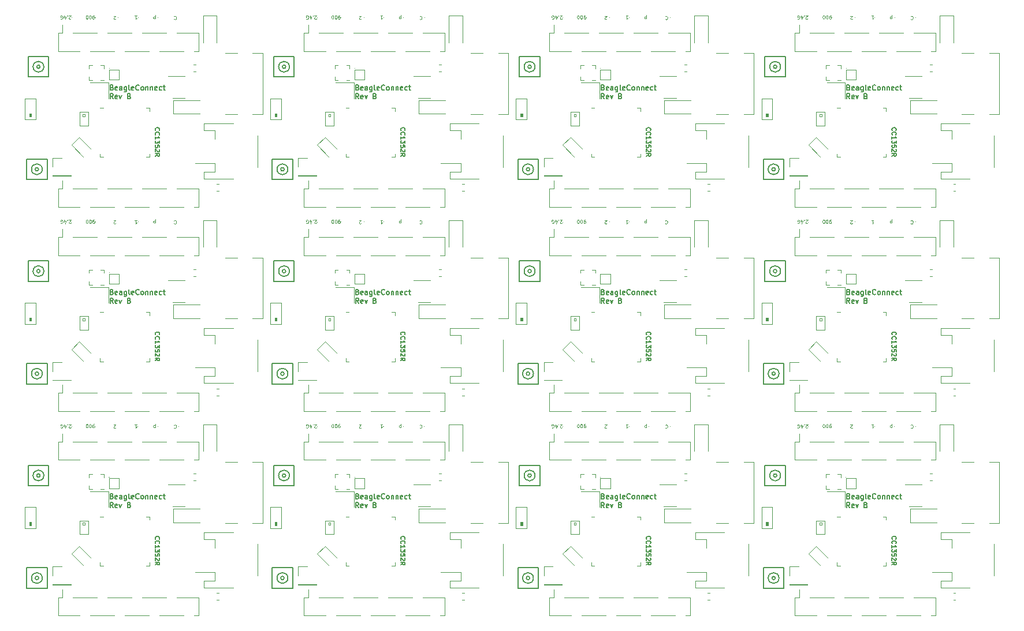
<source format=gbr>
G04 #@! TF.GenerationSoftware,KiCad,Pcbnew,5.1.5-52549c5~84~ubuntu19.04.1*
G04 #@! TF.CreationDate,2020-02-24T15:22:40-06:00*
G04 #@! TF.ProjectId,LeashPCB,4c656173-6850-4434-922e-6b696361645f,rev?*
G04 #@! TF.SameCoordinates,Original*
G04 #@! TF.FileFunction,Legend,Top*
G04 #@! TF.FilePolarity,Positive*
%FSLAX46Y46*%
G04 Gerber Fmt 4.6, Leading zero omitted, Abs format (unit mm)*
G04 Created by KiCad (PCBNEW 5.1.5-52549c5~84~ubuntu19.04.1) date 2020-02-24 15:22:40*
%MOMM*%
%LPD*%
G04 APERTURE LIST*
%ADD10C,0.150000*%
%ADD11C,0.100000*%
%ADD12C,0.120000*%
%ADD13C,0.080000*%
G04 APERTURE END LIST*
D10*
X258647857Y-128143690D02*
X258616904Y-128112738D01*
X258585952Y-128019880D01*
X258585952Y-127957976D01*
X258616904Y-127865119D01*
X258678809Y-127803214D01*
X258740714Y-127772261D01*
X258864523Y-127741309D01*
X258957380Y-127741309D01*
X259081190Y-127772261D01*
X259143095Y-127803214D01*
X259205000Y-127865119D01*
X259235952Y-127957976D01*
X259235952Y-128019880D01*
X259205000Y-128112738D01*
X259174047Y-128143690D01*
X258647857Y-128793690D02*
X258616904Y-128762738D01*
X258585952Y-128669880D01*
X258585952Y-128607976D01*
X258616904Y-128515119D01*
X258678809Y-128453214D01*
X258740714Y-128422261D01*
X258864523Y-128391309D01*
X258957380Y-128391309D01*
X259081190Y-128422261D01*
X259143095Y-128453214D01*
X259205000Y-128515119D01*
X259235952Y-128607976D01*
X259235952Y-128669880D01*
X259205000Y-128762738D01*
X259174047Y-128793690D01*
X258585952Y-129412738D02*
X258585952Y-129041309D01*
X258585952Y-129227023D02*
X259235952Y-129227023D01*
X259143095Y-129165119D01*
X259081190Y-129103214D01*
X259050238Y-129041309D01*
X259235952Y-129629404D02*
X259235952Y-130031785D01*
X258988333Y-129815119D01*
X258988333Y-129907976D01*
X258957380Y-129969880D01*
X258926428Y-130000833D01*
X258864523Y-130031785D01*
X258709761Y-130031785D01*
X258647857Y-130000833D01*
X258616904Y-129969880D01*
X258585952Y-129907976D01*
X258585952Y-129722261D01*
X258616904Y-129660357D01*
X258647857Y-129629404D01*
X259235952Y-130619880D02*
X259235952Y-130310357D01*
X258926428Y-130279404D01*
X258957380Y-130310357D01*
X258988333Y-130372261D01*
X258988333Y-130527023D01*
X258957380Y-130588928D01*
X258926428Y-130619880D01*
X258864523Y-130650833D01*
X258709761Y-130650833D01*
X258647857Y-130619880D01*
X258616904Y-130588928D01*
X258585952Y-130527023D01*
X258585952Y-130372261D01*
X258616904Y-130310357D01*
X258647857Y-130279404D01*
X259174047Y-130898452D02*
X259205000Y-130929404D01*
X259235952Y-130991309D01*
X259235952Y-131146071D01*
X259205000Y-131207976D01*
X259174047Y-131238928D01*
X259112142Y-131269880D01*
X259050238Y-131269880D01*
X258957380Y-131238928D01*
X258585952Y-130867500D01*
X258585952Y-131269880D01*
X258585952Y-131919880D02*
X258895476Y-131703214D01*
X258585952Y-131548452D02*
X259235952Y-131548452D01*
X259235952Y-131796071D01*
X259205000Y-131857976D01*
X259174047Y-131888928D01*
X259112142Y-131919880D01*
X259019285Y-131919880D01*
X258957380Y-131888928D01*
X258926428Y-131857976D01*
X258895476Y-131796071D01*
X258895476Y-131548452D01*
D11*
X255604047Y-81313809D02*
X255889761Y-81313809D01*
X255746904Y-81313809D02*
X255746904Y-81813809D01*
X255794523Y-81742380D01*
X255842142Y-81694761D01*
X255889761Y-81670952D01*
X258595952Y-111203809D02*
X258595952Y-111703809D01*
X258405476Y-111703809D01*
X258357857Y-111680000D01*
X258334047Y-111656190D01*
X258310238Y-111608571D01*
X258310238Y-111537142D01*
X258334047Y-111489523D01*
X258357857Y-111465714D01*
X258405476Y-111441904D01*
X258595952Y-111441904D01*
X246229761Y-111746190D02*
X246205952Y-111770000D01*
X246158333Y-111793809D01*
X246039285Y-111793809D01*
X245991666Y-111770000D01*
X245967857Y-111746190D01*
X245944047Y-111698571D01*
X245944047Y-111650952D01*
X245967857Y-111579523D01*
X246253571Y-111293809D01*
X245944047Y-111293809D01*
X245729761Y-111341428D02*
X245705952Y-111317619D01*
X245729761Y-111293809D01*
X245753571Y-111317619D01*
X245729761Y-111341428D01*
X245729761Y-111293809D01*
X245277380Y-111627142D02*
X245277380Y-111293809D01*
X245396428Y-111817619D02*
X245515476Y-111460476D01*
X245205952Y-111460476D01*
X244753571Y-111770000D02*
X244801190Y-111793809D01*
X244872619Y-111793809D01*
X244944047Y-111770000D01*
X244991666Y-111722380D01*
X245015476Y-111674761D01*
X245039285Y-111579523D01*
X245039285Y-111508095D01*
X245015476Y-111412857D01*
X244991666Y-111365238D01*
X244944047Y-111317619D01*
X244872619Y-111293809D01*
X244825000Y-111293809D01*
X244753571Y-111317619D01*
X244729761Y-111341428D01*
X244729761Y-111508095D01*
X244825000Y-111508095D01*
X213642142Y-111263809D02*
X213546904Y-111263809D01*
X213499285Y-111287619D01*
X213475476Y-111311428D01*
X213427857Y-111382857D01*
X213404047Y-111478095D01*
X213404047Y-111668571D01*
X213427857Y-111716190D01*
X213451666Y-111740000D01*
X213499285Y-111763809D01*
X213594523Y-111763809D01*
X213642142Y-111740000D01*
X213665952Y-111716190D01*
X213689761Y-111668571D01*
X213689761Y-111549523D01*
X213665952Y-111501904D01*
X213642142Y-111478095D01*
X213594523Y-111454285D01*
X213499285Y-111454285D01*
X213451666Y-111478095D01*
X213427857Y-111501904D01*
X213404047Y-111549523D01*
X213094523Y-111763809D02*
X213046904Y-111763809D01*
X212999285Y-111740000D01*
X212975476Y-111716190D01*
X212951666Y-111668571D01*
X212927857Y-111573333D01*
X212927857Y-111454285D01*
X212951666Y-111359047D01*
X212975476Y-111311428D01*
X212999285Y-111287619D01*
X213046904Y-111263809D01*
X213094523Y-111263809D01*
X213142142Y-111287619D01*
X213165952Y-111311428D01*
X213189761Y-111359047D01*
X213213571Y-111454285D01*
X213213571Y-111573333D01*
X213189761Y-111668571D01*
X213165952Y-111716190D01*
X213142142Y-111740000D01*
X213094523Y-111763809D01*
X212618333Y-111763809D02*
X212570714Y-111763809D01*
X212523095Y-111740000D01*
X212499285Y-111716190D01*
X212475476Y-111668571D01*
X212451666Y-111573333D01*
X212451666Y-111454285D01*
X212475476Y-111359047D01*
X212499285Y-111311428D01*
X212523095Y-111287619D01*
X212570714Y-111263809D01*
X212618333Y-111263809D01*
X212665952Y-111287619D01*
X212689761Y-111311428D01*
X212713571Y-111359047D01*
X212737380Y-111454285D01*
X212737380Y-111573333D01*
X212713571Y-111668571D01*
X212689761Y-111716190D01*
X212665952Y-111740000D01*
X212618333Y-111763809D01*
X258595952Y-81203809D02*
X258595952Y-81703809D01*
X258405476Y-81703809D01*
X258357857Y-81680000D01*
X258334047Y-81656190D01*
X258310238Y-81608571D01*
X258310238Y-81537142D01*
X258334047Y-81489523D01*
X258357857Y-81465714D01*
X258405476Y-81441904D01*
X258595952Y-81441904D01*
X246229761Y-51746190D02*
X246205952Y-51770000D01*
X246158333Y-51793809D01*
X246039285Y-51793809D01*
X245991666Y-51770000D01*
X245967857Y-51746190D01*
X245944047Y-51698571D01*
X245944047Y-51650952D01*
X245967857Y-51579523D01*
X246253571Y-51293809D01*
X245944047Y-51293809D01*
X245729761Y-51341428D02*
X245705952Y-51317619D01*
X245729761Y-51293809D01*
X245753571Y-51317619D01*
X245729761Y-51341428D01*
X245729761Y-51293809D01*
X245277380Y-51627142D02*
X245277380Y-51293809D01*
X245396428Y-51817619D02*
X245515476Y-51460476D01*
X245205952Y-51460476D01*
X244753571Y-51770000D02*
X244801190Y-51793809D01*
X244872619Y-51793809D01*
X244944047Y-51770000D01*
X244991666Y-51722380D01*
X245015476Y-51674761D01*
X245039285Y-51579523D01*
X245039285Y-51508095D01*
X245015476Y-51412857D01*
X244991666Y-51365238D01*
X244944047Y-51317619D01*
X244872619Y-51293809D01*
X244825000Y-51293809D01*
X244753571Y-51317619D01*
X244729761Y-51341428D01*
X244729761Y-51508095D01*
X244825000Y-51508095D01*
D10*
X216246071Y-121838928D02*
X216353214Y-121874642D01*
X216388928Y-121910357D01*
X216424642Y-121981785D01*
X216424642Y-122088928D01*
X216388928Y-122160357D01*
X216353214Y-122196071D01*
X216281785Y-122231785D01*
X215996071Y-122231785D01*
X215996071Y-121481785D01*
X216246071Y-121481785D01*
X216317500Y-121517500D01*
X216353214Y-121553214D01*
X216388928Y-121624642D01*
X216388928Y-121696071D01*
X216353214Y-121767500D01*
X216317500Y-121803214D01*
X216246071Y-121838928D01*
X215996071Y-121838928D01*
X217031785Y-122196071D02*
X216960357Y-122231785D01*
X216817500Y-122231785D01*
X216746071Y-122196071D01*
X216710357Y-122124642D01*
X216710357Y-121838928D01*
X216746071Y-121767500D01*
X216817500Y-121731785D01*
X216960357Y-121731785D01*
X217031785Y-121767500D01*
X217067500Y-121838928D01*
X217067500Y-121910357D01*
X216710357Y-121981785D01*
X217710357Y-122231785D02*
X217710357Y-121838928D01*
X217674642Y-121767500D01*
X217603214Y-121731785D01*
X217460357Y-121731785D01*
X217388928Y-121767500D01*
X217710357Y-122196071D02*
X217638928Y-122231785D01*
X217460357Y-122231785D01*
X217388928Y-122196071D01*
X217353214Y-122124642D01*
X217353214Y-122053214D01*
X217388928Y-121981785D01*
X217460357Y-121946071D01*
X217638928Y-121946071D01*
X217710357Y-121910357D01*
X218388928Y-121731785D02*
X218388928Y-122338928D01*
X218353214Y-122410357D01*
X218317500Y-122446071D01*
X218246071Y-122481785D01*
X218138928Y-122481785D01*
X218067500Y-122446071D01*
X218388928Y-122196071D02*
X218317500Y-122231785D01*
X218174642Y-122231785D01*
X218103214Y-122196071D01*
X218067500Y-122160357D01*
X218031785Y-122088928D01*
X218031785Y-121874642D01*
X218067500Y-121803214D01*
X218103214Y-121767500D01*
X218174642Y-121731785D01*
X218317500Y-121731785D01*
X218388928Y-121767500D01*
X218853214Y-122231785D02*
X218781785Y-122196071D01*
X218746071Y-122124642D01*
X218746071Y-121481785D01*
X219424642Y-122196071D02*
X219353214Y-122231785D01*
X219210357Y-122231785D01*
X219138928Y-122196071D01*
X219103214Y-122124642D01*
X219103214Y-121838928D01*
X219138928Y-121767500D01*
X219210357Y-121731785D01*
X219353214Y-121731785D01*
X219424642Y-121767500D01*
X219460357Y-121838928D01*
X219460357Y-121910357D01*
X219103214Y-121981785D01*
X220210357Y-122160357D02*
X220174642Y-122196071D01*
X220067500Y-122231785D01*
X219996071Y-122231785D01*
X219888928Y-122196071D01*
X219817500Y-122124642D01*
X219781785Y-122053214D01*
X219746071Y-121910357D01*
X219746071Y-121803214D01*
X219781785Y-121660357D01*
X219817500Y-121588928D01*
X219888928Y-121517500D01*
X219996071Y-121481785D01*
X220067500Y-121481785D01*
X220174642Y-121517500D01*
X220210357Y-121553214D01*
X220638928Y-122231785D02*
X220567500Y-122196071D01*
X220531785Y-122160357D01*
X220496071Y-122088928D01*
X220496071Y-121874642D01*
X220531785Y-121803214D01*
X220567500Y-121767500D01*
X220638928Y-121731785D01*
X220746071Y-121731785D01*
X220817500Y-121767500D01*
X220853214Y-121803214D01*
X220888928Y-121874642D01*
X220888928Y-122088928D01*
X220853214Y-122160357D01*
X220817500Y-122196071D01*
X220746071Y-122231785D01*
X220638928Y-122231785D01*
X221210357Y-121731785D02*
X221210357Y-122231785D01*
X221210357Y-121803214D02*
X221246071Y-121767500D01*
X221317500Y-121731785D01*
X221424642Y-121731785D01*
X221496071Y-121767500D01*
X221531785Y-121838928D01*
X221531785Y-122231785D01*
X221888928Y-121731785D02*
X221888928Y-122231785D01*
X221888928Y-121803214D02*
X221924642Y-121767500D01*
X221996071Y-121731785D01*
X222103214Y-121731785D01*
X222174642Y-121767500D01*
X222210357Y-121838928D01*
X222210357Y-122231785D01*
X222853214Y-122196071D02*
X222781785Y-122231785D01*
X222638928Y-122231785D01*
X222567500Y-122196071D01*
X222531785Y-122124642D01*
X222531785Y-121838928D01*
X222567500Y-121767500D01*
X222638928Y-121731785D01*
X222781785Y-121731785D01*
X222853214Y-121767500D01*
X222888928Y-121838928D01*
X222888928Y-121910357D01*
X222531785Y-121981785D01*
X223531785Y-122196071D02*
X223460357Y-122231785D01*
X223317500Y-122231785D01*
X223246071Y-122196071D01*
X223210357Y-122160357D01*
X223174642Y-122088928D01*
X223174642Y-121874642D01*
X223210357Y-121803214D01*
X223246071Y-121767500D01*
X223317500Y-121731785D01*
X223460357Y-121731785D01*
X223531785Y-121767500D01*
X223746071Y-121731785D02*
X224031785Y-121731785D01*
X223853214Y-121481785D02*
X223853214Y-122124642D01*
X223888928Y-122196071D01*
X223960357Y-122231785D01*
X224031785Y-122231785D01*
X216424642Y-123506785D02*
X216174642Y-123149642D01*
X215996071Y-123506785D02*
X215996071Y-122756785D01*
X216281785Y-122756785D01*
X216353214Y-122792500D01*
X216388928Y-122828214D01*
X216424642Y-122899642D01*
X216424642Y-123006785D01*
X216388928Y-123078214D01*
X216353214Y-123113928D01*
X216281785Y-123149642D01*
X215996071Y-123149642D01*
X217031785Y-123471071D02*
X216960357Y-123506785D01*
X216817500Y-123506785D01*
X216746071Y-123471071D01*
X216710357Y-123399642D01*
X216710357Y-123113928D01*
X216746071Y-123042500D01*
X216817500Y-123006785D01*
X216960357Y-123006785D01*
X217031785Y-123042500D01*
X217067500Y-123113928D01*
X217067500Y-123185357D01*
X216710357Y-123256785D01*
X217317500Y-123006785D02*
X217496071Y-123506785D01*
X217674642Y-123006785D01*
X218781785Y-123113928D02*
X218888928Y-123149642D01*
X218924642Y-123185357D01*
X218960357Y-123256785D01*
X218960357Y-123363928D01*
X218924642Y-123435357D01*
X218888928Y-123471071D01*
X218817500Y-123506785D01*
X218531785Y-123506785D01*
X218531785Y-122756785D01*
X218781785Y-122756785D01*
X218853214Y-122792500D01*
X218888928Y-122828214D01*
X218924642Y-122899642D01*
X218924642Y-122971071D01*
X218888928Y-123042500D01*
X218853214Y-123078214D01*
X218781785Y-123113928D01*
X218531785Y-123113928D01*
X252246071Y-91838928D02*
X252353214Y-91874642D01*
X252388928Y-91910357D01*
X252424642Y-91981785D01*
X252424642Y-92088928D01*
X252388928Y-92160357D01*
X252353214Y-92196071D01*
X252281785Y-92231785D01*
X251996071Y-92231785D01*
X251996071Y-91481785D01*
X252246071Y-91481785D01*
X252317500Y-91517500D01*
X252353214Y-91553214D01*
X252388928Y-91624642D01*
X252388928Y-91696071D01*
X252353214Y-91767500D01*
X252317500Y-91803214D01*
X252246071Y-91838928D01*
X251996071Y-91838928D01*
X253031785Y-92196071D02*
X252960357Y-92231785D01*
X252817500Y-92231785D01*
X252746071Y-92196071D01*
X252710357Y-92124642D01*
X252710357Y-91838928D01*
X252746071Y-91767500D01*
X252817500Y-91731785D01*
X252960357Y-91731785D01*
X253031785Y-91767500D01*
X253067500Y-91838928D01*
X253067500Y-91910357D01*
X252710357Y-91981785D01*
X253710357Y-92231785D02*
X253710357Y-91838928D01*
X253674642Y-91767500D01*
X253603214Y-91731785D01*
X253460357Y-91731785D01*
X253388928Y-91767500D01*
X253710357Y-92196071D02*
X253638928Y-92231785D01*
X253460357Y-92231785D01*
X253388928Y-92196071D01*
X253353214Y-92124642D01*
X253353214Y-92053214D01*
X253388928Y-91981785D01*
X253460357Y-91946071D01*
X253638928Y-91946071D01*
X253710357Y-91910357D01*
X254388928Y-91731785D02*
X254388928Y-92338928D01*
X254353214Y-92410357D01*
X254317500Y-92446071D01*
X254246071Y-92481785D01*
X254138928Y-92481785D01*
X254067500Y-92446071D01*
X254388928Y-92196071D02*
X254317500Y-92231785D01*
X254174642Y-92231785D01*
X254103214Y-92196071D01*
X254067500Y-92160357D01*
X254031785Y-92088928D01*
X254031785Y-91874642D01*
X254067500Y-91803214D01*
X254103214Y-91767500D01*
X254174642Y-91731785D01*
X254317500Y-91731785D01*
X254388928Y-91767500D01*
X254853214Y-92231785D02*
X254781785Y-92196071D01*
X254746071Y-92124642D01*
X254746071Y-91481785D01*
X255424642Y-92196071D02*
X255353214Y-92231785D01*
X255210357Y-92231785D01*
X255138928Y-92196071D01*
X255103214Y-92124642D01*
X255103214Y-91838928D01*
X255138928Y-91767500D01*
X255210357Y-91731785D01*
X255353214Y-91731785D01*
X255424642Y-91767500D01*
X255460357Y-91838928D01*
X255460357Y-91910357D01*
X255103214Y-91981785D01*
X256210357Y-92160357D02*
X256174642Y-92196071D01*
X256067500Y-92231785D01*
X255996071Y-92231785D01*
X255888928Y-92196071D01*
X255817500Y-92124642D01*
X255781785Y-92053214D01*
X255746071Y-91910357D01*
X255746071Y-91803214D01*
X255781785Y-91660357D01*
X255817500Y-91588928D01*
X255888928Y-91517500D01*
X255996071Y-91481785D01*
X256067500Y-91481785D01*
X256174642Y-91517500D01*
X256210357Y-91553214D01*
X256638928Y-92231785D02*
X256567500Y-92196071D01*
X256531785Y-92160357D01*
X256496071Y-92088928D01*
X256496071Y-91874642D01*
X256531785Y-91803214D01*
X256567500Y-91767500D01*
X256638928Y-91731785D01*
X256746071Y-91731785D01*
X256817500Y-91767500D01*
X256853214Y-91803214D01*
X256888928Y-91874642D01*
X256888928Y-92088928D01*
X256853214Y-92160357D01*
X256817500Y-92196071D01*
X256746071Y-92231785D01*
X256638928Y-92231785D01*
X257210357Y-91731785D02*
X257210357Y-92231785D01*
X257210357Y-91803214D02*
X257246071Y-91767500D01*
X257317500Y-91731785D01*
X257424642Y-91731785D01*
X257496071Y-91767500D01*
X257531785Y-91838928D01*
X257531785Y-92231785D01*
X257888928Y-91731785D02*
X257888928Y-92231785D01*
X257888928Y-91803214D02*
X257924642Y-91767500D01*
X257996071Y-91731785D01*
X258103214Y-91731785D01*
X258174642Y-91767500D01*
X258210357Y-91838928D01*
X258210357Y-92231785D01*
X258853214Y-92196071D02*
X258781785Y-92231785D01*
X258638928Y-92231785D01*
X258567500Y-92196071D01*
X258531785Y-92124642D01*
X258531785Y-91838928D01*
X258567500Y-91767500D01*
X258638928Y-91731785D01*
X258781785Y-91731785D01*
X258853214Y-91767500D01*
X258888928Y-91838928D01*
X258888928Y-91910357D01*
X258531785Y-91981785D01*
X259531785Y-92196071D02*
X259460357Y-92231785D01*
X259317500Y-92231785D01*
X259246071Y-92196071D01*
X259210357Y-92160357D01*
X259174642Y-92088928D01*
X259174642Y-91874642D01*
X259210357Y-91803214D01*
X259246071Y-91767500D01*
X259317500Y-91731785D01*
X259460357Y-91731785D01*
X259531785Y-91767500D01*
X259746071Y-91731785D02*
X260031785Y-91731785D01*
X259853214Y-91481785D02*
X259853214Y-92124642D01*
X259888928Y-92196071D01*
X259960357Y-92231785D01*
X260031785Y-92231785D01*
X252424642Y-93506785D02*
X252174642Y-93149642D01*
X251996071Y-93506785D02*
X251996071Y-92756785D01*
X252281785Y-92756785D01*
X252353214Y-92792500D01*
X252388928Y-92828214D01*
X252424642Y-92899642D01*
X252424642Y-93006785D01*
X252388928Y-93078214D01*
X252353214Y-93113928D01*
X252281785Y-93149642D01*
X251996071Y-93149642D01*
X253031785Y-93471071D02*
X252960357Y-93506785D01*
X252817500Y-93506785D01*
X252746071Y-93471071D01*
X252710357Y-93399642D01*
X252710357Y-93113928D01*
X252746071Y-93042500D01*
X252817500Y-93006785D01*
X252960357Y-93006785D01*
X253031785Y-93042500D01*
X253067500Y-93113928D01*
X253067500Y-93185357D01*
X252710357Y-93256785D01*
X253317500Y-93006785D02*
X253496071Y-93506785D01*
X253674642Y-93006785D01*
X254781785Y-93113928D02*
X254888928Y-93149642D01*
X254924642Y-93185357D01*
X254960357Y-93256785D01*
X254960357Y-93363928D01*
X254924642Y-93435357D01*
X254888928Y-93471071D01*
X254817500Y-93506785D01*
X254531785Y-93506785D01*
X254531785Y-92756785D01*
X254781785Y-92756785D01*
X254853214Y-92792500D01*
X254888928Y-92828214D01*
X254924642Y-92899642D01*
X254924642Y-92971071D01*
X254888928Y-93042500D01*
X254853214Y-93078214D01*
X254781785Y-93113928D01*
X254531785Y-93113928D01*
D11*
X216779761Y-111786190D02*
X216755952Y-111810000D01*
X216708333Y-111833809D01*
X216589285Y-111833809D01*
X216541666Y-111810000D01*
X216517857Y-111786190D01*
X216494047Y-111738571D01*
X216494047Y-111690952D01*
X216517857Y-111619523D01*
X216803571Y-111333809D01*
X216494047Y-111333809D01*
X261370238Y-51391428D02*
X261394047Y-51367619D01*
X261465476Y-51343809D01*
X261513095Y-51343809D01*
X261584523Y-51367619D01*
X261632142Y-51415238D01*
X261655952Y-51462857D01*
X261679761Y-51558095D01*
X261679761Y-51629523D01*
X261655952Y-51724761D01*
X261632142Y-51772380D01*
X261584523Y-51820000D01*
X261513095Y-51843809D01*
X261465476Y-51843809D01*
X261394047Y-51820000D01*
X261370238Y-51796190D01*
X213642142Y-81263809D02*
X213546904Y-81263809D01*
X213499285Y-81287619D01*
X213475476Y-81311428D01*
X213427857Y-81382857D01*
X213404047Y-81478095D01*
X213404047Y-81668571D01*
X213427857Y-81716190D01*
X213451666Y-81740000D01*
X213499285Y-81763809D01*
X213594523Y-81763809D01*
X213642142Y-81740000D01*
X213665952Y-81716190D01*
X213689761Y-81668571D01*
X213689761Y-81549523D01*
X213665952Y-81501904D01*
X213642142Y-81478095D01*
X213594523Y-81454285D01*
X213499285Y-81454285D01*
X213451666Y-81478095D01*
X213427857Y-81501904D01*
X213404047Y-81549523D01*
X213094523Y-81763809D02*
X213046904Y-81763809D01*
X212999285Y-81740000D01*
X212975476Y-81716190D01*
X212951666Y-81668571D01*
X212927857Y-81573333D01*
X212927857Y-81454285D01*
X212951666Y-81359047D01*
X212975476Y-81311428D01*
X212999285Y-81287619D01*
X213046904Y-81263809D01*
X213094523Y-81263809D01*
X213142142Y-81287619D01*
X213165952Y-81311428D01*
X213189761Y-81359047D01*
X213213571Y-81454285D01*
X213213571Y-81573333D01*
X213189761Y-81668571D01*
X213165952Y-81716190D01*
X213142142Y-81740000D01*
X213094523Y-81763809D01*
X212618333Y-81763809D02*
X212570714Y-81763809D01*
X212523095Y-81740000D01*
X212499285Y-81716190D01*
X212475476Y-81668571D01*
X212451666Y-81573333D01*
X212451666Y-81454285D01*
X212475476Y-81359047D01*
X212499285Y-81311428D01*
X212523095Y-81287619D01*
X212570714Y-81263809D01*
X212618333Y-81263809D01*
X212665952Y-81287619D01*
X212689761Y-81311428D01*
X212713571Y-81359047D01*
X212737380Y-81454285D01*
X212737380Y-81573333D01*
X212713571Y-81668571D01*
X212689761Y-81716190D01*
X212665952Y-81740000D01*
X212618333Y-81763809D01*
D10*
X252246071Y-61838928D02*
X252353214Y-61874642D01*
X252388928Y-61910357D01*
X252424642Y-61981785D01*
X252424642Y-62088928D01*
X252388928Y-62160357D01*
X252353214Y-62196071D01*
X252281785Y-62231785D01*
X251996071Y-62231785D01*
X251996071Y-61481785D01*
X252246071Y-61481785D01*
X252317500Y-61517500D01*
X252353214Y-61553214D01*
X252388928Y-61624642D01*
X252388928Y-61696071D01*
X252353214Y-61767500D01*
X252317500Y-61803214D01*
X252246071Y-61838928D01*
X251996071Y-61838928D01*
X253031785Y-62196071D02*
X252960357Y-62231785D01*
X252817500Y-62231785D01*
X252746071Y-62196071D01*
X252710357Y-62124642D01*
X252710357Y-61838928D01*
X252746071Y-61767500D01*
X252817500Y-61731785D01*
X252960357Y-61731785D01*
X253031785Y-61767500D01*
X253067500Y-61838928D01*
X253067500Y-61910357D01*
X252710357Y-61981785D01*
X253710357Y-62231785D02*
X253710357Y-61838928D01*
X253674642Y-61767500D01*
X253603214Y-61731785D01*
X253460357Y-61731785D01*
X253388928Y-61767500D01*
X253710357Y-62196071D02*
X253638928Y-62231785D01*
X253460357Y-62231785D01*
X253388928Y-62196071D01*
X253353214Y-62124642D01*
X253353214Y-62053214D01*
X253388928Y-61981785D01*
X253460357Y-61946071D01*
X253638928Y-61946071D01*
X253710357Y-61910357D01*
X254388928Y-61731785D02*
X254388928Y-62338928D01*
X254353214Y-62410357D01*
X254317500Y-62446071D01*
X254246071Y-62481785D01*
X254138928Y-62481785D01*
X254067500Y-62446071D01*
X254388928Y-62196071D02*
X254317500Y-62231785D01*
X254174642Y-62231785D01*
X254103214Y-62196071D01*
X254067500Y-62160357D01*
X254031785Y-62088928D01*
X254031785Y-61874642D01*
X254067500Y-61803214D01*
X254103214Y-61767500D01*
X254174642Y-61731785D01*
X254317500Y-61731785D01*
X254388928Y-61767500D01*
X254853214Y-62231785D02*
X254781785Y-62196071D01*
X254746071Y-62124642D01*
X254746071Y-61481785D01*
X255424642Y-62196071D02*
X255353214Y-62231785D01*
X255210357Y-62231785D01*
X255138928Y-62196071D01*
X255103214Y-62124642D01*
X255103214Y-61838928D01*
X255138928Y-61767500D01*
X255210357Y-61731785D01*
X255353214Y-61731785D01*
X255424642Y-61767500D01*
X255460357Y-61838928D01*
X255460357Y-61910357D01*
X255103214Y-61981785D01*
X256210357Y-62160357D02*
X256174642Y-62196071D01*
X256067500Y-62231785D01*
X255996071Y-62231785D01*
X255888928Y-62196071D01*
X255817500Y-62124642D01*
X255781785Y-62053214D01*
X255746071Y-61910357D01*
X255746071Y-61803214D01*
X255781785Y-61660357D01*
X255817500Y-61588928D01*
X255888928Y-61517500D01*
X255996071Y-61481785D01*
X256067500Y-61481785D01*
X256174642Y-61517500D01*
X256210357Y-61553214D01*
X256638928Y-62231785D02*
X256567500Y-62196071D01*
X256531785Y-62160357D01*
X256496071Y-62088928D01*
X256496071Y-61874642D01*
X256531785Y-61803214D01*
X256567500Y-61767500D01*
X256638928Y-61731785D01*
X256746071Y-61731785D01*
X256817500Y-61767500D01*
X256853214Y-61803214D01*
X256888928Y-61874642D01*
X256888928Y-62088928D01*
X256853214Y-62160357D01*
X256817500Y-62196071D01*
X256746071Y-62231785D01*
X256638928Y-62231785D01*
X257210357Y-61731785D02*
X257210357Y-62231785D01*
X257210357Y-61803214D02*
X257246071Y-61767500D01*
X257317500Y-61731785D01*
X257424642Y-61731785D01*
X257496071Y-61767500D01*
X257531785Y-61838928D01*
X257531785Y-62231785D01*
X257888928Y-61731785D02*
X257888928Y-62231785D01*
X257888928Y-61803214D02*
X257924642Y-61767500D01*
X257996071Y-61731785D01*
X258103214Y-61731785D01*
X258174642Y-61767500D01*
X258210357Y-61838928D01*
X258210357Y-62231785D01*
X258853214Y-62196071D02*
X258781785Y-62231785D01*
X258638928Y-62231785D01*
X258567500Y-62196071D01*
X258531785Y-62124642D01*
X258531785Y-61838928D01*
X258567500Y-61767500D01*
X258638928Y-61731785D01*
X258781785Y-61731785D01*
X258853214Y-61767500D01*
X258888928Y-61838928D01*
X258888928Y-61910357D01*
X258531785Y-61981785D01*
X259531785Y-62196071D02*
X259460357Y-62231785D01*
X259317500Y-62231785D01*
X259246071Y-62196071D01*
X259210357Y-62160357D01*
X259174642Y-62088928D01*
X259174642Y-61874642D01*
X259210357Y-61803214D01*
X259246071Y-61767500D01*
X259317500Y-61731785D01*
X259460357Y-61731785D01*
X259531785Y-61767500D01*
X259746071Y-61731785D02*
X260031785Y-61731785D01*
X259853214Y-61481785D02*
X259853214Y-62124642D01*
X259888928Y-62196071D01*
X259960357Y-62231785D01*
X260031785Y-62231785D01*
X252424642Y-63506785D02*
X252174642Y-63149642D01*
X251996071Y-63506785D02*
X251996071Y-62756785D01*
X252281785Y-62756785D01*
X252353214Y-62792500D01*
X252388928Y-62828214D01*
X252424642Y-62899642D01*
X252424642Y-63006785D01*
X252388928Y-63078214D01*
X252353214Y-63113928D01*
X252281785Y-63149642D01*
X251996071Y-63149642D01*
X253031785Y-63471071D02*
X252960357Y-63506785D01*
X252817500Y-63506785D01*
X252746071Y-63471071D01*
X252710357Y-63399642D01*
X252710357Y-63113928D01*
X252746071Y-63042500D01*
X252817500Y-63006785D01*
X252960357Y-63006785D01*
X253031785Y-63042500D01*
X253067500Y-63113928D01*
X253067500Y-63185357D01*
X252710357Y-63256785D01*
X253317500Y-63006785D02*
X253496071Y-63506785D01*
X253674642Y-63006785D01*
X254781785Y-63113928D02*
X254888928Y-63149642D01*
X254924642Y-63185357D01*
X254960357Y-63256785D01*
X254960357Y-63363928D01*
X254924642Y-63435357D01*
X254888928Y-63471071D01*
X254817500Y-63506785D01*
X254531785Y-63506785D01*
X254531785Y-62756785D01*
X254781785Y-62756785D01*
X254853214Y-62792500D01*
X254888928Y-62828214D01*
X254924642Y-62899642D01*
X254924642Y-62971071D01*
X254888928Y-63042500D01*
X254853214Y-63078214D01*
X254781785Y-63113928D01*
X254531785Y-63113928D01*
D11*
X255604047Y-111313809D02*
X255889761Y-111313809D01*
X255746904Y-111313809D02*
X255746904Y-111813809D01*
X255794523Y-111742380D01*
X255842142Y-111694761D01*
X255889761Y-111670952D01*
X258595952Y-51203809D02*
X258595952Y-51703809D01*
X258405476Y-51703809D01*
X258357857Y-51680000D01*
X258334047Y-51656190D01*
X258310238Y-51608571D01*
X258310238Y-51537142D01*
X258334047Y-51489523D01*
X258357857Y-51465714D01*
X258405476Y-51441904D01*
X258595952Y-51441904D01*
X261370238Y-111391428D02*
X261394047Y-111367619D01*
X261465476Y-111343809D01*
X261513095Y-111343809D01*
X261584523Y-111367619D01*
X261632142Y-111415238D01*
X261655952Y-111462857D01*
X261679761Y-111558095D01*
X261679761Y-111629523D01*
X261655952Y-111724761D01*
X261632142Y-111772380D01*
X261584523Y-111820000D01*
X261513095Y-111843809D01*
X261465476Y-111843809D01*
X261394047Y-111820000D01*
X261370238Y-111796190D01*
X246229761Y-81746190D02*
X246205952Y-81770000D01*
X246158333Y-81793809D01*
X246039285Y-81793809D01*
X245991666Y-81770000D01*
X245967857Y-81746190D01*
X245944047Y-81698571D01*
X245944047Y-81650952D01*
X245967857Y-81579523D01*
X246253571Y-81293809D01*
X245944047Y-81293809D01*
X245729761Y-81341428D02*
X245705952Y-81317619D01*
X245729761Y-81293809D01*
X245753571Y-81317619D01*
X245729761Y-81341428D01*
X245729761Y-81293809D01*
X245277380Y-81627142D02*
X245277380Y-81293809D01*
X245396428Y-81817619D02*
X245515476Y-81460476D01*
X245205952Y-81460476D01*
X244753571Y-81770000D02*
X244801190Y-81793809D01*
X244872619Y-81793809D01*
X244944047Y-81770000D01*
X244991666Y-81722380D01*
X245015476Y-81674761D01*
X245039285Y-81579523D01*
X245039285Y-81508095D01*
X245015476Y-81412857D01*
X244991666Y-81365238D01*
X244944047Y-81317619D01*
X244872619Y-81293809D01*
X244825000Y-81293809D01*
X244753571Y-81317619D01*
X244729761Y-81341428D01*
X244729761Y-81508095D01*
X244825000Y-81508095D01*
X249642142Y-111263809D02*
X249546904Y-111263809D01*
X249499285Y-111287619D01*
X249475476Y-111311428D01*
X249427857Y-111382857D01*
X249404047Y-111478095D01*
X249404047Y-111668571D01*
X249427857Y-111716190D01*
X249451666Y-111740000D01*
X249499285Y-111763809D01*
X249594523Y-111763809D01*
X249642142Y-111740000D01*
X249665952Y-111716190D01*
X249689761Y-111668571D01*
X249689761Y-111549523D01*
X249665952Y-111501904D01*
X249642142Y-111478095D01*
X249594523Y-111454285D01*
X249499285Y-111454285D01*
X249451666Y-111478095D01*
X249427857Y-111501904D01*
X249404047Y-111549523D01*
X249094523Y-111763809D02*
X249046904Y-111763809D01*
X248999285Y-111740000D01*
X248975476Y-111716190D01*
X248951666Y-111668571D01*
X248927857Y-111573333D01*
X248927857Y-111454285D01*
X248951666Y-111359047D01*
X248975476Y-111311428D01*
X248999285Y-111287619D01*
X249046904Y-111263809D01*
X249094523Y-111263809D01*
X249142142Y-111287619D01*
X249165952Y-111311428D01*
X249189761Y-111359047D01*
X249213571Y-111454285D01*
X249213571Y-111573333D01*
X249189761Y-111668571D01*
X249165952Y-111716190D01*
X249142142Y-111740000D01*
X249094523Y-111763809D01*
X248618333Y-111763809D02*
X248570714Y-111763809D01*
X248523095Y-111740000D01*
X248499285Y-111716190D01*
X248475476Y-111668571D01*
X248451666Y-111573333D01*
X248451666Y-111454285D01*
X248475476Y-111359047D01*
X248499285Y-111311428D01*
X248523095Y-111287619D01*
X248570714Y-111263809D01*
X248618333Y-111263809D01*
X248665952Y-111287619D01*
X248689761Y-111311428D01*
X248713571Y-111359047D01*
X248737380Y-111454285D01*
X248737380Y-111573333D01*
X248713571Y-111668571D01*
X248689761Y-111716190D01*
X248665952Y-111740000D01*
X248618333Y-111763809D01*
X222595952Y-81203809D02*
X222595952Y-81703809D01*
X222405476Y-81703809D01*
X222357857Y-81680000D01*
X222334047Y-81656190D01*
X222310238Y-81608571D01*
X222310238Y-81537142D01*
X222334047Y-81489523D01*
X222357857Y-81465714D01*
X222405476Y-81441904D01*
X222595952Y-81441904D01*
X252779761Y-111786190D02*
X252755952Y-111810000D01*
X252708333Y-111833809D01*
X252589285Y-111833809D01*
X252541666Y-111810000D01*
X252517857Y-111786190D01*
X252494047Y-111738571D01*
X252494047Y-111690952D01*
X252517857Y-111619523D01*
X252803571Y-111333809D01*
X252494047Y-111333809D01*
X255604047Y-51313809D02*
X255889761Y-51313809D01*
X255746904Y-51313809D02*
X255746904Y-51813809D01*
X255794523Y-51742380D01*
X255842142Y-51694761D01*
X255889761Y-51670952D01*
X210229761Y-81746190D02*
X210205952Y-81770000D01*
X210158333Y-81793809D01*
X210039285Y-81793809D01*
X209991666Y-81770000D01*
X209967857Y-81746190D01*
X209944047Y-81698571D01*
X209944047Y-81650952D01*
X209967857Y-81579523D01*
X210253571Y-81293809D01*
X209944047Y-81293809D01*
X209729761Y-81341428D02*
X209705952Y-81317619D01*
X209729761Y-81293809D01*
X209753571Y-81317619D01*
X209729761Y-81341428D01*
X209729761Y-81293809D01*
X209277380Y-81627142D02*
X209277380Y-81293809D01*
X209396428Y-81817619D02*
X209515476Y-81460476D01*
X209205952Y-81460476D01*
X208753571Y-81770000D02*
X208801190Y-81793809D01*
X208872619Y-81793809D01*
X208944047Y-81770000D01*
X208991666Y-81722380D01*
X209015476Y-81674761D01*
X209039285Y-81579523D01*
X209039285Y-81508095D01*
X209015476Y-81412857D01*
X208991666Y-81365238D01*
X208944047Y-81317619D01*
X208872619Y-81293809D01*
X208825000Y-81293809D01*
X208753571Y-81317619D01*
X208729761Y-81341428D01*
X208729761Y-81508095D01*
X208825000Y-81508095D01*
X252779761Y-51786190D02*
X252755952Y-51810000D01*
X252708333Y-51833809D01*
X252589285Y-51833809D01*
X252541666Y-51810000D01*
X252517857Y-51786190D01*
X252494047Y-51738571D01*
X252494047Y-51690952D01*
X252517857Y-51619523D01*
X252803571Y-51333809D01*
X252494047Y-51333809D01*
X249642142Y-81263809D02*
X249546904Y-81263809D01*
X249499285Y-81287619D01*
X249475476Y-81311428D01*
X249427857Y-81382857D01*
X249404047Y-81478095D01*
X249404047Y-81668571D01*
X249427857Y-81716190D01*
X249451666Y-81740000D01*
X249499285Y-81763809D01*
X249594523Y-81763809D01*
X249642142Y-81740000D01*
X249665952Y-81716190D01*
X249689761Y-81668571D01*
X249689761Y-81549523D01*
X249665952Y-81501904D01*
X249642142Y-81478095D01*
X249594523Y-81454285D01*
X249499285Y-81454285D01*
X249451666Y-81478095D01*
X249427857Y-81501904D01*
X249404047Y-81549523D01*
X249094523Y-81763809D02*
X249046904Y-81763809D01*
X248999285Y-81740000D01*
X248975476Y-81716190D01*
X248951666Y-81668571D01*
X248927857Y-81573333D01*
X248927857Y-81454285D01*
X248951666Y-81359047D01*
X248975476Y-81311428D01*
X248999285Y-81287619D01*
X249046904Y-81263809D01*
X249094523Y-81263809D01*
X249142142Y-81287619D01*
X249165952Y-81311428D01*
X249189761Y-81359047D01*
X249213571Y-81454285D01*
X249213571Y-81573333D01*
X249189761Y-81668571D01*
X249165952Y-81716190D01*
X249142142Y-81740000D01*
X249094523Y-81763809D01*
X248618333Y-81763809D02*
X248570714Y-81763809D01*
X248523095Y-81740000D01*
X248499285Y-81716190D01*
X248475476Y-81668571D01*
X248451666Y-81573333D01*
X248451666Y-81454285D01*
X248475476Y-81359047D01*
X248499285Y-81311428D01*
X248523095Y-81287619D01*
X248570714Y-81263809D01*
X248618333Y-81263809D01*
X248665952Y-81287619D01*
X248689761Y-81311428D01*
X248713571Y-81359047D01*
X248737380Y-81454285D01*
X248737380Y-81573333D01*
X248713571Y-81668571D01*
X248689761Y-81716190D01*
X248665952Y-81740000D01*
X248618333Y-81763809D01*
X249642142Y-51263809D02*
X249546904Y-51263809D01*
X249499285Y-51287619D01*
X249475476Y-51311428D01*
X249427857Y-51382857D01*
X249404047Y-51478095D01*
X249404047Y-51668571D01*
X249427857Y-51716190D01*
X249451666Y-51740000D01*
X249499285Y-51763809D01*
X249594523Y-51763809D01*
X249642142Y-51740000D01*
X249665952Y-51716190D01*
X249689761Y-51668571D01*
X249689761Y-51549523D01*
X249665952Y-51501904D01*
X249642142Y-51478095D01*
X249594523Y-51454285D01*
X249499285Y-51454285D01*
X249451666Y-51478095D01*
X249427857Y-51501904D01*
X249404047Y-51549523D01*
X249094523Y-51763809D02*
X249046904Y-51763809D01*
X248999285Y-51740000D01*
X248975476Y-51716190D01*
X248951666Y-51668571D01*
X248927857Y-51573333D01*
X248927857Y-51454285D01*
X248951666Y-51359047D01*
X248975476Y-51311428D01*
X248999285Y-51287619D01*
X249046904Y-51263809D01*
X249094523Y-51263809D01*
X249142142Y-51287619D01*
X249165952Y-51311428D01*
X249189761Y-51359047D01*
X249213571Y-51454285D01*
X249213571Y-51573333D01*
X249189761Y-51668571D01*
X249165952Y-51716190D01*
X249142142Y-51740000D01*
X249094523Y-51763809D01*
X248618333Y-51763809D02*
X248570714Y-51763809D01*
X248523095Y-51740000D01*
X248499285Y-51716190D01*
X248475476Y-51668571D01*
X248451666Y-51573333D01*
X248451666Y-51454285D01*
X248475476Y-51359047D01*
X248499285Y-51311428D01*
X248523095Y-51287619D01*
X248570714Y-51263809D01*
X248618333Y-51263809D01*
X248665952Y-51287619D01*
X248689761Y-51311428D01*
X248713571Y-51359047D01*
X248737380Y-51454285D01*
X248737380Y-51573333D01*
X248713571Y-51668571D01*
X248689761Y-51716190D01*
X248665952Y-51740000D01*
X248618333Y-51763809D01*
D10*
X252246071Y-121838928D02*
X252353214Y-121874642D01*
X252388928Y-121910357D01*
X252424642Y-121981785D01*
X252424642Y-122088928D01*
X252388928Y-122160357D01*
X252353214Y-122196071D01*
X252281785Y-122231785D01*
X251996071Y-122231785D01*
X251996071Y-121481785D01*
X252246071Y-121481785D01*
X252317500Y-121517500D01*
X252353214Y-121553214D01*
X252388928Y-121624642D01*
X252388928Y-121696071D01*
X252353214Y-121767500D01*
X252317500Y-121803214D01*
X252246071Y-121838928D01*
X251996071Y-121838928D01*
X253031785Y-122196071D02*
X252960357Y-122231785D01*
X252817500Y-122231785D01*
X252746071Y-122196071D01*
X252710357Y-122124642D01*
X252710357Y-121838928D01*
X252746071Y-121767500D01*
X252817500Y-121731785D01*
X252960357Y-121731785D01*
X253031785Y-121767500D01*
X253067500Y-121838928D01*
X253067500Y-121910357D01*
X252710357Y-121981785D01*
X253710357Y-122231785D02*
X253710357Y-121838928D01*
X253674642Y-121767500D01*
X253603214Y-121731785D01*
X253460357Y-121731785D01*
X253388928Y-121767500D01*
X253710357Y-122196071D02*
X253638928Y-122231785D01*
X253460357Y-122231785D01*
X253388928Y-122196071D01*
X253353214Y-122124642D01*
X253353214Y-122053214D01*
X253388928Y-121981785D01*
X253460357Y-121946071D01*
X253638928Y-121946071D01*
X253710357Y-121910357D01*
X254388928Y-121731785D02*
X254388928Y-122338928D01*
X254353214Y-122410357D01*
X254317500Y-122446071D01*
X254246071Y-122481785D01*
X254138928Y-122481785D01*
X254067500Y-122446071D01*
X254388928Y-122196071D02*
X254317500Y-122231785D01*
X254174642Y-122231785D01*
X254103214Y-122196071D01*
X254067500Y-122160357D01*
X254031785Y-122088928D01*
X254031785Y-121874642D01*
X254067500Y-121803214D01*
X254103214Y-121767500D01*
X254174642Y-121731785D01*
X254317500Y-121731785D01*
X254388928Y-121767500D01*
X254853214Y-122231785D02*
X254781785Y-122196071D01*
X254746071Y-122124642D01*
X254746071Y-121481785D01*
X255424642Y-122196071D02*
X255353214Y-122231785D01*
X255210357Y-122231785D01*
X255138928Y-122196071D01*
X255103214Y-122124642D01*
X255103214Y-121838928D01*
X255138928Y-121767500D01*
X255210357Y-121731785D01*
X255353214Y-121731785D01*
X255424642Y-121767500D01*
X255460357Y-121838928D01*
X255460357Y-121910357D01*
X255103214Y-121981785D01*
X256210357Y-122160357D02*
X256174642Y-122196071D01*
X256067500Y-122231785D01*
X255996071Y-122231785D01*
X255888928Y-122196071D01*
X255817500Y-122124642D01*
X255781785Y-122053214D01*
X255746071Y-121910357D01*
X255746071Y-121803214D01*
X255781785Y-121660357D01*
X255817500Y-121588928D01*
X255888928Y-121517500D01*
X255996071Y-121481785D01*
X256067500Y-121481785D01*
X256174642Y-121517500D01*
X256210357Y-121553214D01*
X256638928Y-122231785D02*
X256567500Y-122196071D01*
X256531785Y-122160357D01*
X256496071Y-122088928D01*
X256496071Y-121874642D01*
X256531785Y-121803214D01*
X256567500Y-121767500D01*
X256638928Y-121731785D01*
X256746071Y-121731785D01*
X256817500Y-121767500D01*
X256853214Y-121803214D01*
X256888928Y-121874642D01*
X256888928Y-122088928D01*
X256853214Y-122160357D01*
X256817500Y-122196071D01*
X256746071Y-122231785D01*
X256638928Y-122231785D01*
X257210357Y-121731785D02*
X257210357Y-122231785D01*
X257210357Y-121803214D02*
X257246071Y-121767500D01*
X257317500Y-121731785D01*
X257424642Y-121731785D01*
X257496071Y-121767500D01*
X257531785Y-121838928D01*
X257531785Y-122231785D01*
X257888928Y-121731785D02*
X257888928Y-122231785D01*
X257888928Y-121803214D02*
X257924642Y-121767500D01*
X257996071Y-121731785D01*
X258103214Y-121731785D01*
X258174642Y-121767500D01*
X258210357Y-121838928D01*
X258210357Y-122231785D01*
X258853214Y-122196071D02*
X258781785Y-122231785D01*
X258638928Y-122231785D01*
X258567500Y-122196071D01*
X258531785Y-122124642D01*
X258531785Y-121838928D01*
X258567500Y-121767500D01*
X258638928Y-121731785D01*
X258781785Y-121731785D01*
X258853214Y-121767500D01*
X258888928Y-121838928D01*
X258888928Y-121910357D01*
X258531785Y-121981785D01*
X259531785Y-122196071D02*
X259460357Y-122231785D01*
X259317500Y-122231785D01*
X259246071Y-122196071D01*
X259210357Y-122160357D01*
X259174642Y-122088928D01*
X259174642Y-121874642D01*
X259210357Y-121803214D01*
X259246071Y-121767500D01*
X259317500Y-121731785D01*
X259460357Y-121731785D01*
X259531785Y-121767500D01*
X259746071Y-121731785D02*
X260031785Y-121731785D01*
X259853214Y-121481785D02*
X259853214Y-122124642D01*
X259888928Y-122196071D01*
X259960357Y-122231785D01*
X260031785Y-122231785D01*
X252424642Y-123506785D02*
X252174642Y-123149642D01*
X251996071Y-123506785D02*
X251996071Y-122756785D01*
X252281785Y-122756785D01*
X252353214Y-122792500D01*
X252388928Y-122828214D01*
X252424642Y-122899642D01*
X252424642Y-123006785D01*
X252388928Y-123078214D01*
X252353214Y-123113928D01*
X252281785Y-123149642D01*
X251996071Y-123149642D01*
X253031785Y-123471071D02*
X252960357Y-123506785D01*
X252817500Y-123506785D01*
X252746071Y-123471071D01*
X252710357Y-123399642D01*
X252710357Y-123113928D01*
X252746071Y-123042500D01*
X252817500Y-123006785D01*
X252960357Y-123006785D01*
X253031785Y-123042500D01*
X253067500Y-123113928D01*
X253067500Y-123185357D01*
X252710357Y-123256785D01*
X253317500Y-123006785D02*
X253496071Y-123506785D01*
X253674642Y-123006785D01*
X254781785Y-123113928D02*
X254888928Y-123149642D01*
X254924642Y-123185357D01*
X254960357Y-123256785D01*
X254960357Y-123363928D01*
X254924642Y-123435357D01*
X254888928Y-123471071D01*
X254817500Y-123506785D01*
X254531785Y-123506785D01*
X254531785Y-122756785D01*
X254781785Y-122756785D01*
X254853214Y-122792500D01*
X254888928Y-122828214D01*
X254924642Y-122899642D01*
X254924642Y-122971071D01*
X254888928Y-123042500D01*
X254853214Y-123078214D01*
X254781785Y-123113928D01*
X254531785Y-123113928D01*
X258647857Y-98143690D02*
X258616904Y-98112738D01*
X258585952Y-98019880D01*
X258585952Y-97957976D01*
X258616904Y-97865119D01*
X258678809Y-97803214D01*
X258740714Y-97772261D01*
X258864523Y-97741309D01*
X258957380Y-97741309D01*
X259081190Y-97772261D01*
X259143095Y-97803214D01*
X259205000Y-97865119D01*
X259235952Y-97957976D01*
X259235952Y-98019880D01*
X259205000Y-98112738D01*
X259174047Y-98143690D01*
X258647857Y-98793690D02*
X258616904Y-98762738D01*
X258585952Y-98669880D01*
X258585952Y-98607976D01*
X258616904Y-98515119D01*
X258678809Y-98453214D01*
X258740714Y-98422261D01*
X258864523Y-98391309D01*
X258957380Y-98391309D01*
X259081190Y-98422261D01*
X259143095Y-98453214D01*
X259205000Y-98515119D01*
X259235952Y-98607976D01*
X259235952Y-98669880D01*
X259205000Y-98762738D01*
X259174047Y-98793690D01*
X258585952Y-99412738D02*
X258585952Y-99041309D01*
X258585952Y-99227023D02*
X259235952Y-99227023D01*
X259143095Y-99165119D01*
X259081190Y-99103214D01*
X259050238Y-99041309D01*
X259235952Y-99629404D02*
X259235952Y-100031785D01*
X258988333Y-99815119D01*
X258988333Y-99907976D01*
X258957380Y-99969880D01*
X258926428Y-100000833D01*
X258864523Y-100031785D01*
X258709761Y-100031785D01*
X258647857Y-100000833D01*
X258616904Y-99969880D01*
X258585952Y-99907976D01*
X258585952Y-99722261D01*
X258616904Y-99660357D01*
X258647857Y-99629404D01*
X259235952Y-100619880D02*
X259235952Y-100310357D01*
X258926428Y-100279404D01*
X258957380Y-100310357D01*
X258988333Y-100372261D01*
X258988333Y-100527023D01*
X258957380Y-100588928D01*
X258926428Y-100619880D01*
X258864523Y-100650833D01*
X258709761Y-100650833D01*
X258647857Y-100619880D01*
X258616904Y-100588928D01*
X258585952Y-100527023D01*
X258585952Y-100372261D01*
X258616904Y-100310357D01*
X258647857Y-100279404D01*
X259174047Y-100898452D02*
X259205000Y-100929404D01*
X259235952Y-100991309D01*
X259235952Y-101146071D01*
X259205000Y-101207976D01*
X259174047Y-101238928D01*
X259112142Y-101269880D01*
X259050238Y-101269880D01*
X258957380Y-101238928D01*
X258585952Y-100867500D01*
X258585952Y-101269880D01*
X258585952Y-101919880D02*
X258895476Y-101703214D01*
X258585952Y-101548452D02*
X259235952Y-101548452D01*
X259235952Y-101796071D01*
X259205000Y-101857976D01*
X259174047Y-101888928D01*
X259112142Y-101919880D01*
X259019285Y-101919880D01*
X258957380Y-101888928D01*
X258926428Y-101857976D01*
X258895476Y-101796071D01*
X258895476Y-101548452D01*
X258647857Y-68143690D02*
X258616904Y-68112738D01*
X258585952Y-68019880D01*
X258585952Y-67957976D01*
X258616904Y-67865119D01*
X258678809Y-67803214D01*
X258740714Y-67772261D01*
X258864523Y-67741309D01*
X258957380Y-67741309D01*
X259081190Y-67772261D01*
X259143095Y-67803214D01*
X259205000Y-67865119D01*
X259235952Y-67957976D01*
X259235952Y-68019880D01*
X259205000Y-68112738D01*
X259174047Y-68143690D01*
X258647857Y-68793690D02*
X258616904Y-68762738D01*
X258585952Y-68669880D01*
X258585952Y-68607976D01*
X258616904Y-68515119D01*
X258678809Y-68453214D01*
X258740714Y-68422261D01*
X258864523Y-68391309D01*
X258957380Y-68391309D01*
X259081190Y-68422261D01*
X259143095Y-68453214D01*
X259205000Y-68515119D01*
X259235952Y-68607976D01*
X259235952Y-68669880D01*
X259205000Y-68762738D01*
X259174047Y-68793690D01*
X258585952Y-69412738D02*
X258585952Y-69041309D01*
X258585952Y-69227023D02*
X259235952Y-69227023D01*
X259143095Y-69165119D01*
X259081190Y-69103214D01*
X259050238Y-69041309D01*
X259235952Y-69629404D02*
X259235952Y-70031785D01*
X258988333Y-69815119D01*
X258988333Y-69907976D01*
X258957380Y-69969880D01*
X258926428Y-70000833D01*
X258864523Y-70031785D01*
X258709761Y-70031785D01*
X258647857Y-70000833D01*
X258616904Y-69969880D01*
X258585952Y-69907976D01*
X258585952Y-69722261D01*
X258616904Y-69660357D01*
X258647857Y-69629404D01*
X259235952Y-70619880D02*
X259235952Y-70310357D01*
X258926428Y-70279404D01*
X258957380Y-70310357D01*
X258988333Y-70372261D01*
X258988333Y-70527023D01*
X258957380Y-70588928D01*
X258926428Y-70619880D01*
X258864523Y-70650833D01*
X258709761Y-70650833D01*
X258647857Y-70619880D01*
X258616904Y-70588928D01*
X258585952Y-70527023D01*
X258585952Y-70372261D01*
X258616904Y-70310357D01*
X258647857Y-70279404D01*
X259174047Y-70898452D02*
X259205000Y-70929404D01*
X259235952Y-70991309D01*
X259235952Y-71146071D01*
X259205000Y-71207976D01*
X259174047Y-71238928D01*
X259112142Y-71269880D01*
X259050238Y-71269880D01*
X258957380Y-71238928D01*
X258585952Y-70867500D01*
X258585952Y-71269880D01*
X258585952Y-71919880D02*
X258895476Y-71703214D01*
X258585952Y-71548452D02*
X259235952Y-71548452D01*
X259235952Y-71796071D01*
X259205000Y-71857976D01*
X259174047Y-71888928D01*
X259112142Y-71919880D01*
X259019285Y-71919880D01*
X258957380Y-71888928D01*
X258926428Y-71857976D01*
X258895476Y-71796071D01*
X258895476Y-71548452D01*
X222647857Y-128143690D02*
X222616904Y-128112738D01*
X222585952Y-128019880D01*
X222585952Y-127957976D01*
X222616904Y-127865119D01*
X222678809Y-127803214D01*
X222740714Y-127772261D01*
X222864523Y-127741309D01*
X222957380Y-127741309D01*
X223081190Y-127772261D01*
X223143095Y-127803214D01*
X223205000Y-127865119D01*
X223235952Y-127957976D01*
X223235952Y-128019880D01*
X223205000Y-128112738D01*
X223174047Y-128143690D01*
X222647857Y-128793690D02*
X222616904Y-128762738D01*
X222585952Y-128669880D01*
X222585952Y-128607976D01*
X222616904Y-128515119D01*
X222678809Y-128453214D01*
X222740714Y-128422261D01*
X222864523Y-128391309D01*
X222957380Y-128391309D01*
X223081190Y-128422261D01*
X223143095Y-128453214D01*
X223205000Y-128515119D01*
X223235952Y-128607976D01*
X223235952Y-128669880D01*
X223205000Y-128762738D01*
X223174047Y-128793690D01*
X222585952Y-129412738D02*
X222585952Y-129041309D01*
X222585952Y-129227023D02*
X223235952Y-129227023D01*
X223143095Y-129165119D01*
X223081190Y-129103214D01*
X223050238Y-129041309D01*
X223235952Y-129629404D02*
X223235952Y-130031785D01*
X222988333Y-129815119D01*
X222988333Y-129907976D01*
X222957380Y-129969880D01*
X222926428Y-130000833D01*
X222864523Y-130031785D01*
X222709761Y-130031785D01*
X222647857Y-130000833D01*
X222616904Y-129969880D01*
X222585952Y-129907976D01*
X222585952Y-129722261D01*
X222616904Y-129660357D01*
X222647857Y-129629404D01*
X223235952Y-130619880D02*
X223235952Y-130310357D01*
X222926428Y-130279404D01*
X222957380Y-130310357D01*
X222988333Y-130372261D01*
X222988333Y-130527023D01*
X222957380Y-130588928D01*
X222926428Y-130619880D01*
X222864523Y-130650833D01*
X222709761Y-130650833D01*
X222647857Y-130619880D01*
X222616904Y-130588928D01*
X222585952Y-130527023D01*
X222585952Y-130372261D01*
X222616904Y-130310357D01*
X222647857Y-130279404D01*
X223174047Y-130898452D02*
X223205000Y-130929404D01*
X223235952Y-130991309D01*
X223235952Y-131146071D01*
X223205000Y-131207976D01*
X223174047Y-131238928D01*
X223112142Y-131269880D01*
X223050238Y-131269880D01*
X222957380Y-131238928D01*
X222585952Y-130867500D01*
X222585952Y-131269880D01*
X222585952Y-131919880D02*
X222895476Y-131703214D01*
X222585952Y-131548452D02*
X223235952Y-131548452D01*
X223235952Y-131796071D01*
X223205000Y-131857976D01*
X223174047Y-131888928D01*
X223112142Y-131919880D01*
X223019285Y-131919880D01*
X222957380Y-131888928D01*
X222926428Y-131857976D01*
X222895476Y-131796071D01*
X222895476Y-131548452D01*
D11*
X222595952Y-111203809D02*
X222595952Y-111703809D01*
X222405476Y-111703809D01*
X222357857Y-111680000D01*
X222334047Y-111656190D01*
X222310238Y-111608571D01*
X222310238Y-111537142D01*
X222334047Y-111489523D01*
X222357857Y-111465714D01*
X222405476Y-111441904D01*
X222595952Y-111441904D01*
X225370238Y-111391428D02*
X225394047Y-111367619D01*
X225465476Y-111343809D01*
X225513095Y-111343809D01*
X225584523Y-111367619D01*
X225632142Y-111415238D01*
X225655952Y-111462857D01*
X225679761Y-111558095D01*
X225679761Y-111629523D01*
X225655952Y-111724761D01*
X225632142Y-111772380D01*
X225584523Y-111820000D01*
X225513095Y-111843809D01*
X225465476Y-111843809D01*
X225394047Y-111820000D01*
X225370238Y-111796190D01*
X252779761Y-81786190D02*
X252755952Y-81810000D01*
X252708333Y-81833809D01*
X252589285Y-81833809D01*
X252541666Y-81810000D01*
X252517857Y-81786190D01*
X252494047Y-81738571D01*
X252494047Y-81690952D01*
X252517857Y-81619523D01*
X252803571Y-81333809D01*
X252494047Y-81333809D01*
X216779761Y-81786190D02*
X216755952Y-81810000D01*
X216708333Y-81833809D01*
X216589285Y-81833809D01*
X216541666Y-81810000D01*
X216517857Y-81786190D01*
X216494047Y-81738571D01*
X216494047Y-81690952D01*
X216517857Y-81619523D01*
X216803571Y-81333809D01*
X216494047Y-81333809D01*
X219604047Y-81313809D02*
X219889761Y-81313809D01*
X219746904Y-81313809D02*
X219746904Y-81813809D01*
X219794523Y-81742380D01*
X219842142Y-81694761D01*
X219889761Y-81670952D01*
X219604047Y-111313809D02*
X219889761Y-111313809D01*
X219746904Y-111313809D02*
X219746904Y-111813809D01*
X219794523Y-111742380D01*
X219842142Y-111694761D01*
X219889761Y-111670952D01*
X210229761Y-111746190D02*
X210205952Y-111770000D01*
X210158333Y-111793809D01*
X210039285Y-111793809D01*
X209991666Y-111770000D01*
X209967857Y-111746190D01*
X209944047Y-111698571D01*
X209944047Y-111650952D01*
X209967857Y-111579523D01*
X210253571Y-111293809D01*
X209944047Y-111293809D01*
X209729761Y-111341428D02*
X209705952Y-111317619D01*
X209729761Y-111293809D01*
X209753571Y-111317619D01*
X209729761Y-111341428D01*
X209729761Y-111293809D01*
X209277380Y-111627142D02*
X209277380Y-111293809D01*
X209396428Y-111817619D02*
X209515476Y-111460476D01*
X209205952Y-111460476D01*
X208753571Y-111770000D02*
X208801190Y-111793809D01*
X208872619Y-111793809D01*
X208944047Y-111770000D01*
X208991666Y-111722380D01*
X209015476Y-111674761D01*
X209039285Y-111579523D01*
X209039285Y-111508095D01*
X209015476Y-111412857D01*
X208991666Y-111365238D01*
X208944047Y-111317619D01*
X208872619Y-111293809D01*
X208825000Y-111293809D01*
X208753571Y-111317619D01*
X208729761Y-111341428D01*
X208729761Y-111508095D01*
X208825000Y-111508095D01*
X261370238Y-81391428D02*
X261394047Y-81367619D01*
X261465476Y-81343809D01*
X261513095Y-81343809D01*
X261584523Y-81367619D01*
X261632142Y-81415238D01*
X261655952Y-81462857D01*
X261679761Y-81558095D01*
X261679761Y-81629523D01*
X261655952Y-81724761D01*
X261632142Y-81772380D01*
X261584523Y-81820000D01*
X261513095Y-81843809D01*
X261465476Y-81843809D01*
X261394047Y-81820000D01*
X261370238Y-81796190D01*
D10*
X216246071Y-91838928D02*
X216353214Y-91874642D01*
X216388928Y-91910357D01*
X216424642Y-91981785D01*
X216424642Y-92088928D01*
X216388928Y-92160357D01*
X216353214Y-92196071D01*
X216281785Y-92231785D01*
X215996071Y-92231785D01*
X215996071Y-91481785D01*
X216246071Y-91481785D01*
X216317500Y-91517500D01*
X216353214Y-91553214D01*
X216388928Y-91624642D01*
X216388928Y-91696071D01*
X216353214Y-91767500D01*
X216317500Y-91803214D01*
X216246071Y-91838928D01*
X215996071Y-91838928D01*
X217031785Y-92196071D02*
X216960357Y-92231785D01*
X216817500Y-92231785D01*
X216746071Y-92196071D01*
X216710357Y-92124642D01*
X216710357Y-91838928D01*
X216746071Y-91767500D01*
X216817500Y-91731785D01*
X216960357Y-91731785D01*
X217031785Y-91767500D01*
X217067500Y-91838928D01*
X217067500Y-91910357D01*
X216710357Y-91981785D01*
X217710357Y-92231785D02*
X217710357Y-91838928D01*
X217674642Y-91767500D01*
X217603214Y-91731785D01*
X217460357Y-91731785D01*
X217388928Y-91767500D01*
X217710357Y-92196071D02*
X217638928Y-92231785D01*
X217460357Y-92231785D01*
X217388928Y-92196071D01*
X217353214Y-92124642D01*
X217353214Y-92053214D01*
X217388928Y-91981785D01*
X217460357Y-91946071D01*
X217638928Y-91946071D01*
X217710357Y-91910357D01*
X218388928Y-91731785D02*
X218388928Y-92338928D01*
X218353214Y-92410357D01*
X218317500Y-92446071D01*
X218246071Y-92481785D01*
X218138928Y-92481785D01*
X218067500Y-92446071D01*
X218388928Y-92196071D02*
X218317500Y-92231785D01*
X218174642Y-92231785D01*
X218103214Y-92196071D01*
X218067500Y-92160357D01*
X218031785Y-92088928D01*
X218031785Y-91874642D01*
X218067500Y-91803214D01*
X218103214Y-91767500D01*
X218174642Y-91731785D01*
X218317500Y-91731785D01*
X218388928Y-91767500D01*
X218853214Y-92231785D02*
X218781785Y-92196071D01*
X218746071Y-92124642D01*
X218746071Y-91481785D01*
X219424642Y-92196071D02*
X219353214Y-92231785D01*
X219210357Y-92231785D01*
X219138928Y-92196071D01*
X219103214Y-92124642D01*
X219103214Y-91838928D01*
X219138928Y-91767500D01*
X219210357Y-91731785D01*
X219353214Y-91731785D01*
X219424642Y-91767500D01*
X219460357Y-91838928D01*
X219460357Y-91910357D01*
X219103214Y-91981785D01*
X220210357Y-92160357D02*
X220174642Y-92196071D01*
X220067500Y-92231785D01*
X219996071Y-92231785D01*
X219888928Y-92196071D01*
X219817500Y-92124642D01*
X219781785Y-92053214D01*
X219746071Y-91910357D01*
X219746071Y-91803214D01*
X219781785Y-91660357D01*
X219817500Y-91588928D01*
X219888928Y-91517500D01*
X219996071Y-91481785D01*
X220067500Y-91481785D01*
X220174642Y-91517500D01*
X220210357Y-91553214D01*
X220638928Y-92231785D02*
X220567500Y-92196071D01*
X220531785Y-92160357D01*
X220496071Y-92088928D01*
X220496071Y-91874642D01*
X220531785Y-91803214D01*
X220567500Y-91767500D01*
X220638928Y-91731785D01*
X220746071Y-91731785D01*
X220817500Y-91767500D01*
X220853214Y-91803214D01*
X220888928Y-91874642D01*
X220888928Y-92088928D01*
X220853214Y-92160357D01*
X220817500Y-92196071D01*
X220746071Y-92231785D01*
X220638928Y-92231785D01*
X221210357Y-91731785D02*
X221210357Y-92231785D01*
X221210357Y-91803214D02*
X221246071Y-91767500D01*
X221317500Y-91731785D01*
X221424642Y-91731785D01*
X221496071Y-91767500D01*
X221531785Y-91838928D01*
X221531785Y-92231785D01*
X221888928Y-91731785D02*
X221888928Y-92231785D01*
X221888928Y-91803214D02*
X221924642Y-91767500D01*
X221996071Y-91731785D01*
X222103214Y-91731785D01*
X222174642Y-91767500D01*
X222210357Y-91838928D01*
X222210357Y-92231785D01*
X222853214Y-92196071D02*
X222781785Y-92231785D01*
X222638928Y-92231785D01*
X222567500Y-92196071D01*
X222531785Y-92124642D01*
X222531785Y-91838928D01*
X222567500Y-91767500D01*
X222638928Y-91731785D01*
X222781785Y-91731785D01*
X222853214Y-91767500D01*
X222888928Y-91838928D01*
X222888928Y-91910357D01*
X222531785Y-91981785D01*
X223531785Y-92196071D02*
X223460357Y-92231785D01*
X223317500Y-92231785D01*
X223246071Y-92196071D01*
X223210357Y-92160357D01*
X223174642Y-92088928D01*
X223174642Y-91874642D01*
X223210357Y-91803214D01*
X223246071Y-91767500D01*
X223317500Y-91731785D01*
X223460357Y-91731785D01*
X223531785Y-91767500D01*
X223746071Y-91731785D02*
X224031785Y-91731785D01*
X223853214Y-91481785D02*
X223853214Y-92124642D01*
X223888928Y-92196071D01*
X223960357Y-92231785D01*
X224031785Y-92231785D01*
X216424642Y-93506785D02*
X216174642Y-93149642D01*
X215996071Y-93506785D02*
X215996071Y-92756785D01*
X216281785Y-92756785D01*
X216353214Y-92792500D01*
X216388928Y-92828214D01*
X216424642Y-92899642D01*
X216424642Y-93006785D01*
X216388928Y-93078214D01*
X216353214Y-93113928D01*
X216281785Y-93149642D01*
X215996071Y-93149642D01*
X217031785Y-93471071D02*
X216960357Y-93506785D01*
X216817500Y-93506785D01*
X216746071Y-93471071D01*
X216710357Y-93399642D01*
X216710357Y-93113928D01*
X216746071Y-93042500D01*
X216817500Y-93006785D01*
X216960357Y-93006785D01*
X217031785Y-93042500D01*
X217067500Y-93113928D01*
X217067500Y-93185357D01*
X216710357Y-93256785D01*
X217317500Y-93006785D02*
X217496071Y-93506785D01*
X217674642Y-93006785D01*
X218781785Y-93113928D02*
X218888928Y-93149642D01*
X218924642Y-93185357D01*
X218960357Y-93256785D01*
X218960357Y-93363928D01*
X218924642Y-93435357D01*
X218888928Y-93471071D01*
X218817500Y-93506785D01*
X218531785Y-93506785D01*
X218531785Y-92756785D01*
X218781785Y-92756785D01*
X218853214Y-92792500D01*
X218888928Y-92828214D01*
X218924642Y-92899642D01*
X218924642Y-92971071D01*
X218888928Y-93042500D01*
X218853214Y-93078214D01*
X218781785Y-93113928D01*
X218531785Y-93113928D01*
D11*
X225370238Y-81391428D02*
X225394047Y-81367619D01*
X225465476Y-81343809D01*
X225513095Y-81343809D01*
X225584523Y-81367619D01*
X225632142Y-81415238D01*
X225655952Y-81462857D01*
X225679761Y-81558095D01*
X225679761Y-81629523D01*
X225655952Y-81724761D01*
X225632142Y-81772380D01*
X225584523Y-81820000D01*
X225513095Y-81843809D01*
X225465476Y-81843809D01*
X225394047Y-81820000D01*
X225370238Y-81796190D01*
D10*
X216246071Y-61838928D02*
X216353214Y-61874642D01*
X216388928Y-61910357D01*
X216424642Y-61981785D01*
X216424642Y-62088928D01*
X216388928Y-62160357D01*
X216353214Y-62196071D01*
X216281785Y-62231785D01*
X215996071Y-62231785D01*
X215996071Y-61481785D01*
X216246071Y-61481785D01*
X216317500Y-61517500D01*
X216353214Y-61553214D01*
X216388928Y-61624642D01*
X216388928Y-61696071D01*
X216353214Y-61767500D01*
X216317500Y-61803214D01*
X216246071Y-61838928D01*
X215996071Y-61838928D01*
X217031785Y-62196071D02*
X216960357Y-62231785D01*
X216817500Y-62231785D01*
X216746071Y-62196071D01*
X216710357Y-62124642D01*
X216710357Y-61838928D01*
X216746071Y-61767500D01*
X216817500Y-61731785D01*
X216960357Y-61731785D01*
X217031785Y-61767500D01*
X217067500Y-61838928D01*
X217067500Y-61910357D01*
X216710357Y-61981785D01*
X217710357Y-62231785D02*
X217710357Y-61838928D01*
X217674642Y-61767500D01*
X217603214Y-61731785D01*
X217460357Y-61731785D01*
X217388928Y-61767500D01*
X217710357Y-62196071D02*
X217638928Y-62231785D01*
X217460357Y-62231785D01*
X217388928Y-62196071D01*
X217353214Y-62124642D01*
X217353214Y-62053214D01*
X217388928Y-61981785D01*
X217460357Y-61946071D01*
X217638928Y-61946071D01*
X217710357Y-61910357D01*
X218388928Y-61731785D02*
X218388928Y-62338928D01*
X218353214Y-62410357D01*
X218317500Y-62446071D01*
X218246071Y-62481785D01*
X218138928Y-62481785D01*
X218067500Y-62446071D01*
X218388928Y-62196071D02*
X218317500Y-62231785D01*
X218174642Y-62231785D01*
X218103214Y-62196071D01*
X218067500Y-62160357D01*
X218031785Y-62088928D01*
X218031785Y-61874642D01*
X218067500Y-61803214D01*
X218103214Y-61767500D01*
X218174642Y-61731785D01*
X218317500Y-61731785D01*
X218388928Y-61767500D01*
X218853214Y-62231785D02*
X218781785Y-62196071D01*
X218746071Y-62124642D01*
X218746071Y-61481785D01*
X219424642Y-62196071D02*
X219353214Y-62231785D01*
X219210357Y-62231785D01*
X219138928Y-62196071D01*
X219103214Y-62124642D01*
X219103214Y-61838928D01*
X219138928Y-61767500D01*
X219210357Y-61731785D01*
X219353214Y-61731785D01*
X219424642Y-61767500D01*
X219460357Y-61838928D01*
X219460357Y-61910357D01*
X219103214Y-61981785D01*
X220210357Y-62160357D02*
X220174642Y-62196071D01*
X220067500Y-62231785D01*
X219996071Y-62231785D01*
X219888928Y-62196071D01*
X219817500Y-62124642D01*
X219781785Y-62053214D01*
X219746071Y-61910357D01*
X219746071Y-61803214D01*
X219781785Y-61660357D01*
X219817500Y-61588928D01*
X219888928Y-61517500D01*
X219996071Y-61481785D01*
X220067500Y-61481785D01*
X220174642Y-61517500D01*
X220210357Y-61553214D01*
X220638928Y-62231785D02*
X220567500Y-62196071D01*
X220531785Y-62160357D01*
X220496071Y-62088928D01*
X220496071Y-61874642D01*
X220531785Y-61803214D01*
X220567500Y-61767500D01*
X220638928Y-61731785D01*
X220746071Y-61731785D01*
X220817500Y-61767500D01*
X220853214Y-61803214D01*
X220888928Y-61874642D01*
X220888928Y-62088928D01*
X220853214Y-62160357D01*
X220817500Y-62196071D01*
X220746071Y-62231785D01*
X220638928Y-62231785D01*
X221210357Y-61731785D02*
X221210357Y-62231785D01*
X221210357Y-61803214D02*
X221246071Y-61767500D01*
X221317500Y-61731785D01*
X221424642Y-61731785D01*
X221496071Y-61767500D01*
X221531785Y-61838928D01*
X221531785Y-62231785D01*
X221888928Y-61731785D02*
X221888928Y-62231785D01*
X221888928Y-61803214D02*
X221924642Y-61767500D01*
X221996071Y-61731785D01*
X222103214Y-61731785D01*
X222174642Y-61767500D01*
X222210357Y-61838928D01*
X222210357Y-62231785D01*
X222853214Y-62196071D02*
X222781785Y-62231785D01*
X222638928Y-62231785D01*
X222567500Y-62196071D01*
X222531785Y-62124642D01*
X222531785Y-61838928D01*
X222567500Y-61767500D01*
X222638928Y-61731785D01*
X222781785Y-61731785D01*
X222853214Y-61767500D01*
X222888928Y-61838928D01*
X222888928Y-61910357D01*
X222531785Y-61981785D01*
X223531785Y-62196071D02*
X223460357Y-62231785D01*
X223317500Y-62231785D01*
X223246071Y-62196071D01*
X223210357Y-62160357D01*
X223174642Y-62088928D01*
X223174642Y-61874642D01*
X223210357Y-61803214D01*
X223246071Y-61767500D01*
X223317500Y-61731785D01*
X223460357Y-61731785D01*
X223531785Y-61767500D01*
X223746071Y-61731785D02*
X224031785Y-61731785D01*
X223853214Y-61481785D02*
X223853214Y-62124642D01*
X223888928Y-62196071D01*
X223960357Y-62231785D01*
X224031785Y-62231785D01*
X216424642Y-63506785D02*
X216174642Y-63149642D01*
X215996071Y-63506785D02*
X215996071Y-62756785D01*
X216281785Y-62756785D01*
X216353214Y-62792500D01*
X216388928Y-62828214D01*
X216424642Y-62899642D01*
X216424642Y-63006785D01*
X216388928Y-63078214D01*
X216353214Y-63113928D01*
X216281785Y-63149642D01*
X215996071Y-63149642D01*
X217031785Y-63471071D02*
X216960357Y-63506785D01*
X216817500Y-63506785D01*
X216746071Y-63471071D01*
X216710357Y-63399642D01*
X216710357Y-63113928D01*
X216746071Y-63042500D01*
X216817500Y-63006785D01*
X216960357Y-63006785D01*
X217031785Y-63042500D01*
X217067500Y-63113928D01*
X217067500Y-63185357D01*
X216710357Y-63256785D01*
X217317500Y-63006785D02*
X217496071Y-63506785D01*
X217674642Y-63006785D01*
X218781785Y-63113928D02*
X218888928Y-63149642D01*
X218924642Y-63185357D01*
X218960357Y-63256785D01*
X218960357Y-63363928D01*
X218924642Y-63435357D01*
X218888928Y-63471071D01*
X218817500Y-63506785D01*
X218531785Y-63506785D01*
X218531785Y-62756785D01*
X218781785Y-62756785D01*
X218853214Y-62792500D01*
X218888928Y-62828214D01*
X218924642Y-62899642D01*
X218924642Y-62971071D01*
X218888928Y-63042500D01*
X218853214Y-63078214D01*
X218781785Y-63113928D01*
X218531785Y-63113928D01*
X222647857Y-68143690D02*
X222616904Y-68112738D01*
X222585952Y-68019880D01*
X222585952Y-67957976D01*
X222616904Y-67865119D01*
X222678809Y-67803214D01*
X222740714Y-67772261D01*
X222864523Y-67741309D01*
X222957380Y-67741309D01*
X223081190Y-67772261D01*
X223143095Y-67803214D01*
X223205000Y-67865119D01*
X223235952Y-67957976D01*
X223235952Y-68019880D01*
X223205000Y-68112738D01*
X223174047Y-68143690D01*
X222647857Y-68793690D02*
X222616904Y-68762738D01*
X222585952Y-68669880D01*
X222585952Y-68607976D01*
X222616904Y-68515119D01*
X222678809Y-68453214D01*
X222740714Y-68422261D01*
X222864523Y-68391309D01*
X222957380Y-68391309D01*
X223081190Y-68422261D01*
X223143095Y-68453214D01*
X223205000Y-68515119D01*
X223235952Y-68607976D01*
X223235952Y-68669880D01*
X223205000Y-68762738D01*
X223174047Y-68793690D01*
X222585952Y-69412738D02*
X222585952Y-69041309D01*
X222585952Y-69227023D02*
X223235952Y-69227023D01*
X223143095Y-69165119D01*
X223081190Y-69103214D01*
X223050238Y-69041309D01*
X223235952Y-69629404D02*
X223235952Y-70031785D01*
X222988333Y-69815119D01*
X222988333Y-69907976D01*
X222957380Y-69969880D01*
X222926428Y-70000833D01*
X222864523Y-70031785D01*
X222709761Y-70031785D01*
X222647857Y-70000833D01*
X222616904Y-69969880D01*
X222585952Y-69907976D01*
X222585952Y-69722261D01*
X222616904Y-69660357D01*
X222647857Y-69629404D01*
X223235952Y-70619880D02*
X223235952Y-70310357D01*
X222926428Y-70279404D01*
X222957380Y-70310357D01*
X222988333Y-70372261D01*
X222988333Y-70527023D01*
X222957380Y-70588928D01*
X222926428Y-70619880D01*
X222864523Y-70650833D01*
X222709761Y-70650833D01*
X222647857Y-70619880D01*
X222616904Y-70588928D01*
X222585952Y-70527023D01*
X222585952Y-70372261D01*
X222616904Y-70310357D01*
X222647857Y-70279404D01*
X223174047Y-70898452D02*
X223205000Y-70929404D01*
X223235952Y-70991309D01*
X223235952Y-71146071D01*
X223205000Y-71207976D01*
X223174047Y-71238928D01*
X223112142Y-71269880D01*
X223050238Y-71269880D01*
X222957380Y-71238928D01*
X222585952Y-70867500D01*
X222585952Y-71269880D01*
X222585952Y-71919880D02*
X222895476Y-71703214D01*
X222585952Y-71548452D02*
X223235952Y-71548452D01*
X223235952Y-71796071D01*
X223205000Y-71857976D01*
X223174047Y-71888928D01*
X223112142Y-71919880D01*
X223019285Y-71919880D01*
X222957380Y-71888928D01*
X222926428Y-71857976D01*
X222895476Y-71796071D01*
X222895476Y-71548452D01*
D11*
X210229761Y-51746190D02*
X210205952Y-51770000D01*
X210158333Y-51793809D01*
X210039285Y-51793809D01*
X209991666Y-51770000D01*
X209967857Y-51746190D01*
X209944047Y-51698571D01*
X209944047Y-51650952D01*
X209967857Y-51579523D01*
X210253571Y-51293809D01*
X209944047Y-51293809D01*
X209729761Y-51341428D02*
X209705952Y-51317619D01*
X209729761Y-51293809D01*
X209753571Y-51317619D01*
X209729761Y-51341428D01*
X209729761Y-51293809D01*
X209277380Y-51627142D02*
X209277380Y-51293809D01*
X209396428Y-51817619D02*
X209515476Y-51460476D01*
X209205952Y-51460476D01*
X208753571Y-51770000D02*
X208801190Y-51793809D01*
X208872619Y-51793809D01*
X208944047Y-51770000D01*
X208991666Y-51722380D01*
X209015476Y-51674761D01*
X209039285Y-51579523D01*
X209039285Y-51508095D01*
X209015476Y-51412857D01*
X208991666Y-51365238D01*
X208944047Y-51317619D01*
X208872619Y-51293809D01*
X208825000Y-51293809D01*
X208753571Y-51317619D01*
X208729761Y-51341428D01*
X208729761Y-51508095D01*
X208825000Y-51508095D01*
X213642142Y-51263809D02*
X213546904Y-51263809D01*
X213499285Y-51287619D01*
X213475476Y-51311428D01*
X213427857Y-51382857D01*
X213404047Y-51478095D01*
X213404047Y-51668571D01*
X213427857Y-51716190D01*
X213451666Y-51740000D01*
X213499285Y-51763809D01*
X213594523Y-51763809D01*
X213642142Y-51740000D01*
X213665952Y-51716190D01*
X213689761Y-51668571D01*
X213689761Y-51549523D01*
X213665952Y-51501904D01*
X213642142Y-51478095D01*
X213594523Y-51454285D01*
X213499285Y-51454285D01*
X213451666Y-51478095D01*
X213427857Y-51501904D01*
X213404047Y-51549523D01*
X213094523Y-51763809D02*
X213046904Y-51763809D01*
X212999285Y-51740000D01*
X212975476Y-51716190D01*
X212951666Y-51668571D01*
X212927857Y-51573333D01*
X212927857Y-51454285D01*
X212951666Y-51359047D01*
X212975476Y-51311428D01*
X212999285Y-51287619D01*
X213046904Y-51263809D01*
X213094523Y-51263809D01*
X213142142Y-51287619D01*
X213165952Y-51311428D01*
X213189761Y-51359047D01*
X213213571Y-51454285D01*
X213213571Y-51573333D01*
X213189761Y-51668571D01*
X213165952Y-51716190D01*
X213142142Y-51740000D01*
X213094523Y-51763809D01*
X212618333Y-51763809D02*
X212570714Y-51763809D01*
X212523095Y-51740000D01*
X212499285Y-51716190D01*
X212475476Y-51668571D01*
X212451666Y-51573333D01*
X212451666Y-51454285D01*
X212475476Y-51359047D01*
X212499285Y-51311428D01*
X212523095Y-51287619D01*
X212570714Y-51263809D01*
X212618333Y-51263809D01*
X212665952Y-51287619D01*
X212689761Y-51311428D01*
X212713571Y-51359047D01*
X212737380Y-51454285D01*
X212737380Y-51573333D01*
X212713571Y-51668571D01*
X212689761Y-51716190D01*
X212665952Y-51740000D01*
X212618333Y-51763809D01*
X216779761Y-51786190D02*
X216755952Y-51810000D01*
X216708333Y-51833809D01*
X216589285Y-51833809D01*
X216541666Y-51810000D01*
X216517857Y-51786190D01*
X216494047Y-51738571D01*
X216494047Y-51690952D01*
X216517857Y-51619523D01*
X216803571Y-51333809D01*
X216494047Y-51333809D01*
X219604047Y-51313809D02*
X219889761Y-51313809D01*
X219746904Y-51313809D02*
X219746904Y-51813809D01*
X219794523Y-51742380D01*
X219842142Y-51694761D01*
X219889761Y-51670952D01*
X222595952Y-51203809D02*
X222595952Y-51703809D01*
X222405476Y-51703809D01*
X222357857Y-51680000D01*
X222334047Y-51656190D01*
X222310238Y-51608571D01*
X222310238Y-51537142D01*
X222334047Y-51489523D01*
X222357857Y-51465714D01*
X222405476Y-51441904D01*
X222595952Y-51441904D01*
X225370238Y-51391428D02*
X225394047Y-51367619D01*
X225465476Y-51343809D01*
X225513095Y-51343809D01*
X225584523Y-51367619D01*
X225632142Y-51415238D01*
X225655952Y-51462857D01*
X225679761Y-51558095D01*
X225679761Y-51629523D01*
X225655952Y-51724761D01*
X225632142Y-51772380D01*
X225584523Y-51820000D01*
X225513095Y-51843809D01*
X225465476Y-51843809D01*
X225394047Y-51820000D01*
X225370238Y-51796190D01*
D10*
X222647857Y-98143690D02*
X222616904Y-98112738D01*
X222585952Y-98019880D01*
X222585952Y-97957976D01*
X222616904Y-97865119D01*
X222678809Y-97803214D01*
X222740714Y-97772261D01*
X222864523Y-97741309D01*
X222957380Y-97741309D01*
X223081190Y-97772261D01*
X223143095Y-97803214D01*
X223205000Y-97865119D01*
X223235952Y-97957976D01*
X223235952Y-98019880D01*
X223205000Y-98112738D01*
X223174047Y-98143690D01*
X222647857Y-98793690D02*
X222616904Y-98762738D01*
X222585952Y-98669880D01*
X222585952Y-98607976D01*
X222616904Y-98515119D01*
X222678809Y-98453214D01*
X222740714Y-98422261D01*
X222864523Y-98391309D01*
X222957380Y-98391309D01*
X223081190Y-98422261D01*
X223143095Y-98453214D01*
X223205000Y-98515119D01*
X223235952Y-98607976D01*
X223235952Y-98669880D01*
X223205000Y-98762738D01*
X223174047Y-98793690D01*
X222585952Y-99412738D02*
X222585952Y-99041309D01*
X222585952Y-99227023D02*
X223235952Y-99227023D01*
X223143095Y-99165119D01*
X223081190Y-99103214D01*
X223050238Y-99041309D01*
X223235952Y-99629404D02*
X223235952Y-100031785D01*
X222988333Y-99815119D01*
X222988333Y-99907976D01*
X222957380Y-99969880D01*
X222926428Y-100000833D01*
X222864523Y-100031785D01*
X222709761Y-100031785D01*
X222647857Y-100000833D01*
X222616904Y-99969880D01*
X222585952Y-99907976D01*
X222585952Y-99722261D01*
X222616904Y-99660357D01*
X222647857Y-99629404D01*
X223235952Y-100619880D02*
X223235952Y-100310357D01*
X222926428Y-100279404D01*
X222957380Y-100310357D01*
X222988333Y-100372261D01*
X222988333Y-100527023D01*
X222957380Y-100588928D01*
X222926428Y-100619880D01*
X222864523Y-100650833D01*
X222709761Y-100650833D01*
X222647857Y-100619880D01*
X222616904Y-100588928D01*
X222585952Y-100527023D01*
X222585952Y-100372261D01*
X222616904Y-100310357D01*
X222647857Y-100279404D01*
X223174047Y-100898452D02*
X223205000Y-100929404D01*
X223235952Y-100991309D01*
X223235952Y-101146071D01*
X223205000Y-101207976D01*
X223174047Y-101238928D01*
X223112142Y-101269880D01*
X223050238Y-101269880D01*
X222957380Y-101238928D01*
X222585952Y-100867500D01*
X222585952Y-101269880D01*
X222585952Y-101919880D02*
X222895476Y-101703214D01*
X222585952Y-101548452D02*
X223235952Y-101548452D01*
X223235952Y-101796071D01*
X223205000Y-101857976D01*
X223174047Y-101888928D01*
X223112142Y-101919880D01*
X223019285Y-101919880D01*
X222957380Y-101888928D01*
X222926428Y-101857976D01*
X222895476Y-101796071D01*
X222895476Y-101548452D01*
D11*
X177642142Y-111263809D02*
X177546904Y-111263809D01*
X177499285Y-111287619D01*
X177475476Y-111311428D01*
X177427857Y-111382857D01*
X177404047Y-111478095D01*
X177404047Y-111668571D01*
X177427857Y-111716190D01*
X177451666Y-111740000D01*
X177499285Y-111763809D01*
X177594523Y-111763809D01*
X177642142Y-111740000D01*
X177665952Y-111716190D01*
X177689761Y-111668571D01*
X177689761Y-111549523D01*
X177665952Y-111501904D01*
X177642142Y-111478095D01*
X177594523Y-111454285D01*
X177499285Y-111454285D01*
X177451666Y-111478095D01*
X177427857Y-111501904D01*
X177404047Y-111549523D01*
X177094523Y-111763809D02*
X177046904Y-111763809D01*
X176999285Y-111740000D01*
X176975476Y-111716190D01*
X176951666Y-111668571D01*
X176927857Y-111573333D01*
X176927857Y-111454285D01*
X176951666Y-111359047D01*
X176975476Y-111311428D01*
X176999285Y-111287619D01*
X177046904Y-111263809D01*
X177094523Y-111263809D01*
X177142142Y-111287619D01*
X177165952Y-111311428D01*
X177189761Y-111359047D01*
X177213571Y-111454285D01*
X177213571Y-111573333D01*
X177189761Y-111668571D01*
X177165952Y-111716190D01*
X177142142Y-111740000D01*
X177094523Y-111763809D01*
X176618333Y-111763809D02*
X176570714Y-111763809D01*
X176523095Y-111740000D01*
X176499285Y-111716190D01*
X176475476Y-111668571D01*
X176451666Y-111573333D01*
X176451666Y-111454285D01*
X176475476Y-111359047D01*
X176499285Y-111311428D01*
X176523095Y-111287619D01*
X176570714Y-111263809D01*
X176618333Y-111263809D01*
X176665952Y-111287619D01*
X176689761Y-111311428D01*
X176713571Y-111359047D01*
X176737380Y-111454285D01*
X176737380Y-111573333D01*
X176713571Y-111668571D01*
X176689761Y-111716190D01*
X176665952Y-111740000D01*
X176618333Y-111763809D01*
D10*
X180246071Y-121838928D02*
X180353214Y-121874642D01*
X180388928Y-121910357D01*
X180424642Y-121981785D01*
X180424642Y-122088928D01*
X180388928Y-122160357D01*
X180353214Y-122196071D01*
X180281785Y-122231785D01*
X179996071Y-122231785D01*
X179996071Y-121481785D01*
X180246071Y-121481785D01*
X180317500Y-121517500D01*
X180353214Y-121553214D01*
X180388928Y-121624642D01*
X180388928Y-121696071D01*
X180353214Y-121767500D01*
X180317500Y-121803214D01*
X180246071Y-121838928D01*
X179996071Y-121838928D01*
X181031785Y-122196071D02*
X180960357Y-122231785D01*
X180817500Y-122231785D01*
X180746071Y-122196071D01*
X180710357Y-122124642D01*
X180710357Y-121838928D01*
X180746071Y-121767500D01*
X180817500Y-121731785D01*
X180960357Y-121731785D01*
X181031785Y-121767500D01*
X181067500Y-121838928D01*
X181067500Y-121910357D01*
X180710357Y-121981785D01*
X181710357Y-122231785D02*
X181710357Y-121838928D01*
X181674642Y-121767500D01*
X181603214Y-121731785D01*
X181460357Y-121731785D01*
X181388928Y-121767500D01*
X181710357Y-122196071D02*
X181638928Y-122231785D01*
X181460357Y-122231785D01*
X181388928Y-122196071D01*
X181353214Y-122124642D01*
X181353214Y-122053214D01*
X181388928Y-121981785D01*
X181460357Y-121946071D01*
X181638928Y-121946071D01*
X181710357Y-121910357D01*
X182388928Y-121731785D02*
X182388928Y-122338928D01*
X182353214Y-122410357D01*
X182317500Y-122446071D01*
X182246071Y-122481785D01*
X182138928Y-122481785D01*
X182067500Y-122446071D01*
X182388928Y-122196071D02*
X182317500Y-122231785D01*
X182174642Y-122231785D01*
X182103214Y-122196071D01*
X182067500Y-122160357D01*
X182031785Y-122088928D01*
X182031785Y-121874642D01*
X182067500Y-121803214D01*
X182103214Y-121767500D01*
X182174642Y-121731785D01*
X182317500Y-121731785D01*
X182388928Y-121767500D01*
X182853214Y-122231785D02*
X182781785Y-122196071D01*
X182746071Y-122124642D01*
X182746071Y-121481785D01*
X183424642Y-122196071D02*
X183353214Y-122231785D01*
X183210357Y-122231785D01*
X183138928Y-122196071D01*
X183103214Y-122124642D01*
X183103214Y-121838928D01*
X183138928Y-121767500D01*
X183210357Y-121731785D01*
X183353214Y-121731785D01*
X183424642Y-121767500D01*
X183460357Y-121838928D01*
X183460357Y-121910357D01*
X183103214Y-121981785D01*
X184210357Y-122160357D02*
X184174642Y-122196071D01*
X184067500Y-122231785D01*
X183996071Y-122231785D01*
X183888928Y-122196071D01*
X183817500Y-122124642D01*
X183781785Y-122053214D01*
X183746071Y-121910357D01*
X183746071Y-121803214D01*
X183781785Y-121660357D01*
X183817500Y-121588928D01*
X183888928Y-121517500D01*
X183996071Y-121481785D01*
X184067500Y-121481785D01*
X184174642Y-121517500D01*
X184210357Y-121553214D01*
X184638928Y-122231785D02*
X184567500Y-122196071D01*
X184531785Y-122160357D01*
X184496071Y-122088928D01*
X184496071Y-121874642D01*
X184531785Y-121803214D01*
X184567500Y-121767500D01*
X184638928Y-121731785D01*
X184746071Y-121731785D01*
X184817500Y-121767500D01*
X184853214Y-121803214D01*
X184888928Y-121874642D01*
X184888928Y-122088928D01*
X184853214Y-122160357D01*
X184817500Y-122196071D01*
X184746071Y-122231785D01*
X184638928Y-122231785D01*
X185210357Y-121731785D02*
X185210357Y-122231785D01*
X185210357Y-121803214D02*
X185246071Y-121767500D01*
X185317500Y-121731785D01*
X185424642Y-121731785D01*
X185496071Y-121767500D01*
X185531785Y-121838928D01*
X185531785Y-122231785D01*
X185888928Y-121731785D02*
X185888928Y-122231785D01*
X185888928Y-121803214D02*
X185924642Y-121767500D01*
X185996071Y-121731785D01*
X186103214Y-121731785D01*
X186174642Y-121767500D01*
X186210357Y-121838928D01*
X186210357Y-122231785D01*
X186853214Y-122196071D02*
X186781785Y-122231785D01*
X186638928Y-122231785D01*
X186567500Y-122196071D01*
X186531785Y-122124642D01*
X186531785Y-121838928D01*
X186567500Y-121767500D01*
X186638928Y-121731785D01*
X186781785Y-121731785D01*
X186853214Y-121767500D01*
X186888928Y-121838928D01*
X186888928Y-121910357D01*
X186531785Y-121981785D01*
X187531785Y-122196071D02*
X187460357Y-122231785D01*
X187317500Y-122231785D01*
X187246071Y-122196071D01*
X187210357Y-122160357D01*
X187174642Y-122088928D01*
X187174642Y-121874642D01*
X187210357Y-121803214D01*
X187246071Y-121767500D01*
X187317500Y-121731785D01*
X187460357Y-121731785D01*
X187531785Y-121767500D01*
X187746071Y-121731785D02*
X188031785Y-121731785D01*
X187853214Y-121481785D02*
X187853214Y-122124642D01*
X187888928Y-122196071D01*
X187960357Y-122231785D01*
X188031785Y-122231785D01*
X180424642Y-123506785D02*
X180174642Y-123149642D01*
X179996071Y-123506785D02*
X179996071Y-122756785D01*
X180281785Y-122756785D01*
X180353214Y-122792500D01*
X180388928Y-122828214D01*
X180424642Y-122899642D01*
X180424642Y-123006785D01*
X180388928Y-123078214D01*
X180353214Y-123113928D01*
X180281785Y-123149642D01*
X179996071Y-123149642D01*
X181031785Y-123471071D02*
X180960357Y-123506785D01*
X180817500Y-123506785D01*
X180746071Y-123471071D01*
X180710357Y-123399642D01*
X180710357Y-123113928D01*
X180746071Y-123042500D01*
X180817500Y-123006785D01*
X180960357Y-123006785D01*
X181031785Y-123042500D01*
X181067500Y-123113928D01*
X181067500Y-123185357D01*
X180710357Y-123256785D01*
X181317500Y-123006785D02*
X181496071Y-123506785D01*
X181674642Y-123006785D01*
X182781785Y-123113928D02*
X182888928Y-123149642D01*
X182924642Y-123185357D01*
X182960357Y-123256785D01*
X182960357Y-123363928D01*
X182924642Y-123435357D01*
X182888928Y-123471071D01*
X182817500Y-123506785D01*
X182531785Y-123506785D01*
X182531785Y-122756785D01*
X182781785Y-122756785D01*
X182853214Y-122792500D01*
X182888928Y-122828214D01*
X182924642Y-122899642D01*
X182924642Y-122971071D01*
X182888928Y-123042500D01*
X182853214Y-123078214D01*
X182781785Y-123113928D01*
X182531785Y-123113928D01*
D11*
X180779761Y-111786190D02*
X180755952Y-111810000D01*
X180708333Y-111833809D01*
X180589285Y-111833809D01*
X180541666Y-111810000D01*
X180517857Y-111786190D01*
X180494047Y-111738571D01*
X180494047Y-111690952D01*
X180517857Y-111619523D01*
X180803571Y-111333809D01*
X180494047Y-111333809D01*
X177642142Y-81263809D02*
X177546904Y-81263809D01*
X177499285Y-81287619D01*
X177475476Y-81311428D01*
X177427857Y-81382857D01*
X177404047Y-81478095D01*
X177404047Y-81668571D01*
X177427857Y-81716190D01*
X177451666Y-81740000D01*
X177499285Y-81763809D01*
X177594523Y-81763809D01*
X177642142Y-81740000D01*
X177665952Y-81716190D01*
X177689761Y-81668571D01*
X177689761Y-81549523D01*
X177665952Y-81501904D01*
X177642142Y-81478095D01*
X177594523Y-81454285D01*
X177499285Y-81454285D01*
X177451666Y-81478095D01*
X177427857Y-81501904D01*
X177404047Y-81549523D01*
X177094523Y-81763809D02*
X177046904Y-81763809D01*
X176999285Y-81740000D01*
X176975476Y-81716190D01*
X176951666Y-81668571D01*
X176927857Y-81573333D01*
X176927857Y-81454285D01*
X176951666Y-81359047D01*
X176975476Y-81311428D01*
X176999285Y-81287619D01*
X177046904Y-81263809D01*
X177094523Y-81263809D01*
X177142142Y-81287619D01*
X177165952Y-81311428D01*
X177189761Y-81359047D01*
X177213571Y-81454285D01*
X177213571Y-81573333D01*
X177189761Y-81668571D01*
X177165952Y-81716190D01*
X177142142Y-81740000D01*
X177094523Y-81763809D01*
X176618333Y-81763809D02*
X176570714Y-81763809D01*
X176523095Y-81740000D01*
X176499285Y-81716190D01*
X176475476Y-81668571D01*
X176451666Y-81573333D01*
X176451666Y-81454285D01*
X176475476Y-81359047D01*
X176499285Y-81311428D01*
X176523095Y-81287619D01*
X176570714Y-81263809D01*
X176618333Y-81263809D01*
X176665952Y-81287619D01*
X176689761Y-81311428D01*
X176713571Y-81359047D01*
X176737380Y-81454285D01*
X176737380Y-81573333D01*
X176713571Y-81668571D01*
X176689761Y-81716190D01*
X176665952Y-81740000D01*
X176618333Y-81763809D01*
X186595952Y-81203809D02*
X186595952Y-81703809D01*
X186405476Y-81703809D01*
X186357857Y-81680000D01*
X186334047Y-81656190D01*
X186310238Y-81608571D01*
X186310238Y-81537142D01*
X186334047Y-81489523D01*
X186357857Y-81465714D01*
X186405476Y-81441904D01*
X186595952Y-81441904D01*
X174229761Y-81746190D02*
X174205952Y-81770000D01*
X174158333Y-81793809D01*
X174039285Y-81793809D01*
X173991666Y-81770000D01*
X173967857Y-81746190D01*
X173944047Y-81698571D01*
X173944047Y-81650952D01*
X173967857Y-81579523D01*
X174253571Y-81293809D01*
X173944047Y-81293809D01*
X173729761Y-81341428D02*
X173705952Y-81317619D01*
X173729761Y-81293809D01*
X173753571Y-81317619D01*
X173729761Y-81341428D01*
X173729761Y-81293809D01*
X173277380Y-81627142D02*
X173277380Y-81293809D01*
X173396428Y-81817619D02*
X173515476Y-81460476D01*
X173205952Y-81460476D01*
X172753571Y-81770000D02*
X172801190Y-81793809D01*
X172872619Y-81793809D01*
X172944047Y-81770000D01*
X172991666Y-81722380D01*
X173015476Y-81674761D01*
X173039285Y-81579523D01*
X173039285Y-81508095D01*
X173015476Y-81412857D01*
X172991666Y-81365238D01*
X172944047Y-81317619D01*
X172872619Y-81293809D01*
X172825000Y-81293809D01*
X172753571Y-81317619D01*
X172729761Y-81341428D01*
X172729761Y-81508095D01*
X172825000Y-81508095D01*
D10*
X186647857Y-128143690D02*
X186616904Y-128112738D01*
X186585952Y-128019880D01*
X186585952Y-127957976D01*
X186616904Y-127865119D01*
X186678809Y-127803214D01*
X186740714Y-127772261D01*
X186864523Y-127741309D01*
X186957380Y-127741309D01*
X187081190Y-127772261D01*
X187143095Y-127803214D01*
X187205000Y-127865119D01*
X187235952Y-127957976D01*
X187235952Y-128019880D01*
X187205000Y-128112738D01*
X187174047Y-128143690D01*
X186647857Y-128793690D02*
X186616904Y-128762738D01*
X186585952Y-128669880D01*
X186585952Y-128607976D01*
X186616904Y-128515119D01*
X186678809Y-128453214D01*
X186740714Y-128422261D01*
X186864523Y-128391309D01*
X186957380Y-128391309D01*
X187081190Y-128422261D01*
X187143095Y-128453214D01*
X187205000Y-128515119D01*
X187235952Y-128607976D01*
X187235952Y-128669880D01*
X187205000Y-128762738D01*
X187174047Y-128793690D01*
X186585952Y-129412738D02*
X186585952Y-129041309D01*
X186585952Y-129227023D02*
X187235952Y-129227023D01*
X187143095Y-129165119D01*
X187081190Y-129103214D01*
X187050238Y-129041309D01*
X187235952Y-129629404D02*
X187235952Y-130031785D01*
X186988333Y-129815119D01*
X186988333Y-129907976D01*
X186957380Y-129969880D01*
X186926428Y-130000833D01*
X186864523Y-130031785D01*
X186709761Y-130031785D01*
X186647857Y-130000833D01*
X186616904Y-129969880D01*
X186585952Y-129907976D01*
X186585952Y-129722261D01*
X186616904Y-129660357D01*
X186647857Y-129629404D01*
X187235952Y-130619880D02*
X187235952Y-130310357D01*
X186926428Y-130279404D01*
X186957380Y-130310357D01*
X186988333Y-130372261D01*
X186988333Y-130527023D01*
X186957380Y-130588928D01*
X186926428Y-130619880D01*
X186864523Y-130650833D01*
X186709761Y-130650833D01*
X186647857Y-130619880D01*
X186616904Y-130588928D01*
X186585952Y-130527023D01*
X186585952Y-130372261D01*
X186616904Y-130310357D01*
X186647857Y-130279404D01*
X187174047Y-130898452D02*
X187205000Y-130929404D01*
X187235952Y-130991309D01*
X187235952Y-131146071D01*
X187205000Y-131207976D01*
X187174047Y-131238928D01*
X187112142Y-131269880D01*
X187050238Y-131269880D01*
X186957380Y-131238928D01*
X186585952Y-130867500D01*
X186585952Y-131269880D01*
X186585952Y-131919880D02*
X186895476Y-131703214D01*
X186585952Y-131548452D02*
X187235952Y-131548452D01*
X187235952Y-131796071D01*
X187205000Y-131857976D01*
X187174047Y-131888928D01*
X187112142Y-131919880D01*
X187019285Y-131919880D01*
X186957380Y-131888928D01*
X186926428Y-131857976D01*
X186895476Y-131796071D01*
X186895476Y-131548452D01*
D11*
X186595952Y-111203809D02*
X186595952Y-111703809D01*
X186405476Y-111703809D01*
X186357857Y-111680000D01*
X186334047Y-111656190D01*
X186310238Y-111608571D01*
X186310238Y-111537142D01*
X186334047Y-111489523D01*
X186357857Y-111465714D01*
X186405476Y-111441904D01*
X186595952Y-111441904D01*
X189370238Y-111391428D02*
X189394047Y-111367619D01*
X189465476Y-111343809D01*
X189513095Y-111343809D01*
X189584523Y-111367619D01*
X189632142Y-111415238D01*
X189655952Y-111462857D01*
X189679761Y-111558095D01*
X189679761Y-111629523D01*
X189655952Y-111724761D01*
X189632142Y-111772380D01*
X189584523Y-111820000D01*
X189513095Y-111843809D01*
X189465476Y-111843809D01*
X189394047Y-111820000D01*
X189370238Y-111796190D01*
X180779761Y-81786190D02*
X180755952Y-81810000D01*
X180708333Y-81833809D01*
X180589285Y-81833809D01*
X180541666Y-81810000D01*
X180517857Y-81786190D01*
X180494047Y-81738571D01*
X180494047Y-81690952D01*
X180517857Y-81619523D01*
X180803571Y-81333809D01*
X180494047Y-81333809D01*
X183604047Y-81313809D02*
X183889761Y-81313809D01*
X183746904Y-81313809D02*
X183746904Y-81813809D01*
X183794523Y-81742380D01*
X183842142Y-81694761D01*
X183889761Y-81670952D01*
X183604047Y-111313809D02*
X183889761Y-111313809D01*
X183746904Y-111313809D02*
X183746904Y-111813809D01*
X183794523Y-111742380D01*
X183842142Y-111694761D01*
X183889761Y-111670952D01*
X174229761Y-111746190D02*
X174205952Y-111770000D01*
X174158333Y-111793809D01*
X174039285Y-111793809D01*
X173991666Y-111770000D01*
X173967857Y-111746190D01*
X173944047Y-111698571D01*
X173944047Y-111650952D01*
X173967857Y-111579523D01*
X174253571Y-111293809D01*
X173944047Y-111293809D01*
X173729761Y-111341428D02*
X173705952Y-111317619D01*
X173729761Y-111293809D01*
X173753571Y-111317619D01*
X173729761Y-111341428D01*
X173729761Y-111293809D01*
X173277380Y-111627142D02*
X173277380Y-111293809D01*
X173396428Y-111817619D02*
X173515476Y-111460476D01*
X173205952Y-111460476D01*
X172753571Y-111770000D02*
X172801190Y-111793809D01*
X172872619Y-111793809D01*
X172944047Y-111770000D01*
X172991666Y-111722380D01*
X173015476Y-111674761D01*
X173039285Y-111579523D01*
X173039285Y-111508095D01*
X173015476Y-111412857D01*
X172991666Y-111365238D01*
X172944047Y-111317619D01*
X172872619Y-111293809D01*
X172825000Y-111293809D01*
X172753571Y-111317619D01*
X172729761Y-111341428D01*
X172729761Y-111508095D01*
X172825000Y-111508095D01*
D10*
X180246071Y-91838928D02*
X180353214Y-91874642D01*
X180388928Y-91910357D01*
X180424642Y-91981785D01*
X180424642Y-92088928D01*
X180388928Y-92160357D01*
X180353214Y-92196071D01*
X180281785Y-92231785D01*
X179996071Y-92231785D01*
X179996071Y-91481785D01*
X180246071Y-91481785D01*
X180317500Y-91517500D01*
X180353214Y-91553214D01*
X180388928Y-91624642D01*
X180388928Y-91696071D01*
X180353214Y-91767500D01*
X180317500Y-91803214D01*
X180246071Y-91838928D01*
X179996071Y-91838928D01*
X181031785Y-92196071D02*
X180960357Y-92231785D01*
X180817500Y-92231785D01*
X180746071Y-92196071D01*
X180710357Y-92124642D01*
X180710357Y-91838928D01*
X180746071Y-91767500D01*
X180817500Y-91731785D01*
X180960357Y-91731785D01*
X181031785Y-91767500D01*
X181067500Y-91838928D01*
X181067500Y-91910357D01*
X180710357Y-91981785D01*
X181710357Y-92231785D02*
X181710357Y-91838928D01*
X181674642Y-91767500D01*
X181603214Y-91731785D01*
X181460357Y-91731785D01*
X181388928Y-91767500D01*
X181710357Y-92196071D02*
X181638928Y-92231785D01*
X181460357Y-92231785D01*
X181388928Y-92196071D01*
X181353214Y-92124642D01*
X181353214Y-92053214D01*
X181388928Y-91981785D01*
X181460357Y-91946071D01*
X181638928Y-91946071D01*
X181710357Y-91910357D01*
X182388928Y-91731785D02*
X182388928Y-92338928D01*
X182353214Y-92410357D01*
X182317500Y-92446071D01*
X182246071Y-92481785D01*
X182138928Y-92481785D01*
X182067500Y-92446071D01*
X182388928Y-92196071D02*
X182317500Y-92231785D01*
X182174642Y-92231785D01*
X182103214Y-92196071D01*
X182067500Y-92160357D01*
X182031785Y-92088928D01*
X182031785Y-91874642D01*
X182067500Y-91803214D01*
X182103214Y-91767500D01*
X182174642Y-91731785D01*
X182317500Y-91731785D01*
X182388928Y-91767500D01*
X182853214Y-92231785D02*
X182781785Y-92196071D01*
X182746071Y-92124642D01*
X182746071Y-91481785D01*
X183424642Y-92196071D02*
X183353214Y-92231785D01*
X183210357Y-92231785D01*
X183138928Y-92196071D01*
X183103214Y-92124642D01*
X183103214Y-91838928D01*
X183138928Y-91767500D01*
X183210357Y-91731785D01*
X183353214Y-91731785D01*
X183424642Y-91767500D01*
X183460357Y-91838928D01*
X183460357Y-91910357D01*
X183103214Y-91981785D01*
X184210357Y-92160357D02*
X184174642Y-92196071D01*
X184067500Y-92231785D01*
X183996071Y-92231785D01*
X183888928Y-92196071D01*
X183817500Y-92124642D01*
X183781785Y-92053214D01*
X183746071Y-91910357D01*
X183746071Y-91803214D01*
X183781785Y-91660357D01*
X183817500Y-91588928D01*
X183888928Y-91517500D01*
X183996071Y-91481785D01*
X184067500Y-91481785D01*
X184174642Y-91517500D01*
X184210357Y-91553214D01*
X184638928Y-92231785D02*
X184567500Y-92196071D01*
X184531785Y-92160357D01*
X184496071Y-92088928D01*
X184496071Y-91874642D01*
X184531785Y-91803214D01*
X184567500Y-91767500D01*
X184638928Y-91731785D01*
X184746071Y-91731785D01*
X184817500Y-91767500D01*
X184853214Y-91803214D01*
X184888928Y-91874642D01*
X184888928Y-92088928D01*
X184853214Y-92160357D01*
X184817500Y-92196071D01*
X184746071Y-92231785D01*
X184638928Y-92231785D01*
X185210357Y-91731785D02*
X185210357Y-92231785D01*
X185210357Y-91803214D02*
X185246071Y-91767500D01*
X185317500Y-91731785D01*
X185424642Y-91731785D01*
X185496071Y-91767500D01*
X185531785Y-91838928D01*
X185531785Y-92231785D01*
X185888928Y-91731785D02*
X185888928Y-92231785D01*
X185888928Y-91803214D02*
X185924642Y-91767500D01*
X185996071Y-91731785D01*
X186103214Y-91731785D01*
X186174642Y-91767500D01*
X186210357Y-91838928D01*
X186210357Y-92231785D01*
X186853214Y-92196071D02*
X186781785Y-92231785D01*
X186638928Y-92231785D01*
X186567500Y-92196071D01*
X186531785Y-92124642D01*
X186531785Y-91838928D01*
X186567500Y-91767500D01*
X186638928Y-91731785D01*
X186781785Y-91731785D01*
X186853214Y-91767500D01*
X186888928Y-91838928D01*
X186888928Y-91910357D01*
X186531785Y-91981785D01*
X187531785Y-92196071D02*
X187460357Y-92231785D01*
X187317500Y-92231785D01*
X187246071Y-92196071D01*
X187210357Y-92160357D01*
X187174642Y-92088928D01*
X187174642Y-91874642D01*
X187210357Y-91803214D01*
X187246071Y-91767500D01*
X187317500Y-91731785D01*
X187460357Y-91731785D01*
X187531785Y-91767500D01*
X187746071Y-91731785D02*
X188031785Y-91731785D01*
X187853214Y-91481785D02*
X187853214Y-92124642D01*
X187888928Y-92196071D01*
X187960357Y-92231785D01*
X188031785Y-92231785D01*
X180424642Y-93506785D02*
X180174642Y-93149642D01*
X179996071Y-93506785D02*
X179996071Y-92756785D01*
X180281785Y-92756785D01*
X180353214Y-92792500D01*
X180388928Y-92828214D01*
X180424642Y-92899642D01*
X180424642Y-93006785D01*
X180388928Y-93078214D01*
X180353214Y-93113928D01*
X180281785Y-93149642D01*
X179996071Y-93149642D01*
X181031785Y-93471071D02*
X180960357Y-93506785D01*
X180817500Y-93506785D01*
X180746071Y-93471071D01*
X180710357Y-93399642D01*
X180710357Y-93113928D01*
X180746071Y-93042500D01*
X180817500Y-93006785D01*
X180960357Y-93006785D01*
X181031785Y-93042500D01*
X181067500Y-93113928D01*
X181067500Y-93185357D01*
X180710357Y-93256785D01*
X181317500Y-93006785D02*
X181496071Y-93506785D01*
X181674642Y-93006785D01*
X182781785Y-93113928D02*
X182888928Y-93149642D01*
X182924642Y-93185357D01*
X182960357Y-93256785D01*
X182960357Y-93363928D01*
X182924642Y-93435357D01*
X182888928Y-93471071D01*
X182817500Y-93506785D01*
X182531785Y-93506785D01*
X182531785Y-92756785D01*
X182781785Y-92756785D01*
X182853214Y-92792500D01*
X182888928Y-92828214D01*
X182924642Y-92899642D01*
X182924642Y-92971071D01*
X182888928Y-93042500D01*
X182853214Y-93078214D01*
X182781785Y-93113928D01*
X182531785Y-93113928D01*
D11*
X189370238Y-81391428D02*
X189394047Y-81367619D01*
X189465476Y-81343809D01*
X189513095Y-81343809D01*
X189584523Y-81367619D01*
X189632142Y-81415238D01*
X189655952Y-81462857D01*
X189679761Y-81558095D01*
X189679761Y-81629523D01*
X189655952Y-81724761D01*
X189632142Y-81772380D01*
X189584523Y-81820000D01*
X189513095Y-81843809D01*
X189465476Y-81843809D01*
X189394047Y-81820000D01*
X189370238Y-81796190D01*
D10*
X180246071Y-61838928D02*
X180353214Y-61874642D01*
X180388928Y-61910357D01*
X180424642Y-61981785D01*
X180424642Y-62088928D01*
X180388928Y-62160357D01*
X180353214Y-62196071D01*
X180281785Y-62231785D01*
X179996071Y-62231785D01*
X179996071Y-61481785D01*
X180246071Y-61481785D01*
X180317500Y-61517500D01*
X180353214Y-61553214D01*
X180388928Y-61624642D01*
X180388928Y-61696071D01*
X180353214Y-61767500D01*
X180317500Y-61803214D01*
X180246071Y-61838928D01*
X179996071Y-61838928D01*
X181031785Y-62196071D02*
X180960357Y-62231785D01*
X180817500Y-62231785D01*
X180746071Y-62196071D01*
X180710357Y-62124642D01*
X180710357Y-61838928D01*
X180746071Y-61767500D01*
X180817500Y-61731785D01*
X180960357Y-61731785D01*
X181031785Y-61767500D01*
X181067500Y-61838928D01*
X181067500Y-61910357D01*
X180710357Y-61981785D01*
X181710357Y-62231785D02*
X181710357Y-61838928D01*
X181674642Y-61767500D01*
X181603214Y-61731785D01*
X181460357Y-61731785D01*
X181388928Y-61767500D01*
X181710357Y-62196071D02*
X181638928Y-62231785D01*
X181460357Y-62231785D01*
X181388928Y-62196071D01*
X181353214Y-62124642D01*
X181353214Y-62053214D01*
X181388928Y-61981785D01*
X181460357Y-61946071D01*
X181638928Y-61946071D01*
X181710357Y-61910357D01*
X182388928Y-61731785D02*
X182388928Y-62338928D01*
X182353214Y-62410357D01*
X182317500Y-62446071D01*
X182246071Y-62481785D01*
X182138928Y-62481785D01*
X182067500Y-62446071D01*
X182388928Y-62196071D02*
X182317500Y-62231785D01*
X182174642Y-62231785D01*
X182103214Y-62196071D01*
X182067500Y-62160357D01*
X182031785Y-62088928D01*
X182031785Y-61874642D01*
X182067500Y-61803214D01*
X182103214Y-61767500D01*
X182174642Y-61731785D01*
X182317500Y-61731785D01*
X182388928Y-61767500D01*
X182853214Y-62231785D02*
X182781785Y-62196071D01*
X182746071Y-62124642D01*
X182746071Y-61481785D01*
X183424642Y-62196071D02*
X183353214Y-62231785D01*
X183210357Y-62231785D01*
X183138928Y-62196071D01*
X183103214Y-62124642D01*
X183103214Y-61838928D01*
X183138928Y-61767500D01*
X183210357Y-61731785D01*
X183353214Y-61731785D01*
X183424642Y-61767500D01*
X183460357Y-61838928D01*
X183460357Y-61910357D01*
X183103214Y-61981785D01*
X184210357Y-62160357D02*
X184174642Y-62196071D01*
X184067500Y-62231785D01*
X183996071Y-62231785D01*
X183888928Y-62196071D01*
X183817500Y-62124642D01*
X183781785Y-62053214D01*
X183746071Y-61910357D01*
X183746071Y-61803214D01*
X183781785Y-61660357D01*
X183817500Y-61588928D01*
X183888928Y-61517500D01*
X183996071Y-61481785D01*
X184067500Y-61481785D01*
X184174642Y-61517500D01*
X184210357Y-61553214D01*
X184638928Y-62231785D02*
X184567500Y-62196071D01*
X184531785Y-62160357D01*
X184496071Y-62088928D01*
X184496071Y-61874642D01*
X184531785Y-61803214D01*
X184567500Y-61767500D01*
X184638928Y-61731785D01*
X184746071Y-61731785D01*
X184817500Y-61767500D01*
X184853214Y-61803214D01*
X184888928Y-61874642D01*
X184888928Y-62088928D01*
X184853214Y-62160357D01*
X184817500Y-62196071D01*
X184746071Y-62231785D01*
X184638928Y-62231785D01*
X185210357Y-61731785D02*
X185210357Y-62231785D01*
X185210357Y-61803214D02*
X185246071Y-61767500D01*
X185317500Y-61731785D01*
X185424642Y-61731785D01*
X185496071Y-61767500D01*
X185531785Y-61838928D01*
X185531785Y-62231785D01*
X185888928Y-61731785D02*
X185888928Y-62231785D01*
X185888928Y-61803214D02*
X185924642Y-61767500D01*
X185996071Y-61731785D01*
X186103214Y-61731785D01*
X186174642Y-61767500D01*
X186210357Y-61838928D01*
X186210357Y-62231785D01*
X186853214Y-62196071D02*
X186781785Y-62231785D01*
X186638928Y-62231785D01*
X186567500Y-62196071D01*
X186531785Y-62124642D01*
X186531785Y-61838928D01*
X186567500Y-61767500D01*
X186638928Y-61731785D01*
X186781785Y-61731785D01*
X186853214Y-61767500D01*
X186888928Y-61838928D01*
X186888928Y-61910357D01*
X186531785Y-61981785D01*
X187531785Y-62196071D02*
X187460357Y-62231785D01*
X187317500Y-62231785D01*
X187246071Y-62196071D01*
X187210357Y-62160357D01*
X187174642Y-62088928D01*
X187174642Y-61874642D01*
X187210357Y-61803214D01*
X187246071Y-61767500D01*
X187317500Y-61731785D01*
X187460357Y-61731785D01*
X187531785Y-61767500D01*
X187746071Y-61731785D02*
X188031785Y-61731785D01*
X187853214Y-61481785D02*
X187853214Y-62124642D01*
X187888928Y-62196071D01*
X187960357Y-62231785D01*
X188031785Y-62231785D01*
X180424642Y-63506785D02*
X180174642Y-63149642D01*
X179996071Y-63506785D02*
X179996071Y-62756785D01*
X180281785Y-62756785D01*
X180353214Y-62792500D01*
X180388928Y-62828214D01*
X180424642Y-62899642D01*
X180424642Y-63006785D01*
X180388928Y-63078214D01*
X180353214Y-63113928D01*
X180281785Y-63149642D01*
X179996071Y-63149642D01*
X181031785Y-63471071D02*
X180960357Y-63506785D01*
X180817500Y-63506785D01*
X180746071Y-63471071D01*
X180710357Y-63399642D01*
X180710357Y-63113928D01*
X180746071Y-63042500D01*
X180817500Y-63006785D01*
X180960357Y-63006785D01*
X181031785Y-63042500D01*
X181067500Y-63113928D01*
X181067500Y-63185357D01*
X180710357Y-63256785D01*
X181317500Y-63006785D02*
X181496071Y-63506785D01*
X181674642Y-63006785D01*
X182781785Y-63113928D02*
X182888928Y-63149642D01*
X182924642Y-63185357D01*
X182960357Y-63256785D01*
X182960357Y-63363928D01*
X182924642Y-63435357D01*
X182888928Y-63471071D01*
X182817500Y-63506785D01*
X182531785Y-63506785D01*
X182531785Y-62756785D01*
X182781785Y-62756785D01*
X182853214Y-62792500D01*
X182888928Y-62828214D01*
X182924642Y-62899642D01*
X182924642Y-62971071D01*
X182888928Y-63042500D01*
X182853214Y-63078214D01*
X182781785Y-63113928D01*
X182531785Y-63113928D01*
X186647857Y-68143690D02*
X186616904Y-68112738D01*
X186585952Y-68019880D01*
X186585952Y-67957976D01*
X186616904Y-67865119D01*
X186678809Y-67803214D01*
X186740714Y-67772261D01*
X186864523Y-67741309D01*
X186957380Y-67741309D01*
X187081190Y-67772261D01*
X187143095Y-67803214D01*
X187205000Y-67865119D01*
X187235952Y-67957976D01*
X187235952Y-68019880D01*
X187205000Y-68112738D01*
X187174047Y-68143690D01*
X186647857Y-68793690D02*
X186616904Y-68762738D01*
X186585952Y-68669880D01*
X186585952Y-68607976D01*
X186616904Y-68515119D01*
X186678809Y-68453214D01*
X186740714Y-68422261D01*
X186864523Y-68391309D01*
X186957380Y-68391309D01*
X187081190Y-68422261D01*
X187143095Y-68453214D01*
X187205000Y-68515119D01*
X187235952Y-68607976D01*
X187235952Y-68669880D01*
X187205000Y-68762738D01*
X187174047Y-68793690D01*
X186585952Y-69412738D02*
X186585952Y-69041309D01*
X186585952Y-69227023D02*
X187235952Y-69227023D01*
X187143095Y-69165119D01*
X187081190Y-69103214D01*
X187050238Y-69041309D01*
X187235952Y-69629404D02*
X187235952Y-70031785D01*
X186988333Y-69815119D01*
X186988333Y-69907976D01*
X186957380Y-69969880D01*
X186926428Y-70000833D01*
X186864523Y-70031785D01*
X186709761Y-70031785D01*
X186647857Y-70000833D01*
X186616904Y-69969880D01*
X186585952Y-69907976D01*
X186585952Y-69722261D01*
X186616904Y-69660357D01*
X186647857Y-69629404D01*
X187235952Y-70619880D02*
X187235952Y-70310357D01*
X186926428Y-70279404D01*
X186957380Y-70310357D01*
X186988333Y-70372261D01*
X186988333Y-70527023D01*
X186957380Y-70588928D01*
X186926428Y-70619880D01*
X186864523Y-70650833D01*
X186709761Y-70650833D01*
X186647857Y-70619880D01*
X186616904Y-70588928D01*
X186585952Y-70527023D01*
X186585952Y-70372261D01*
X186616904Y-70310357D01*
X186647857Y-70279404D01*
X187174047Y-70898452D02*
X187205000Y-70929404D01*
X187235952Y-70991309D01*
X187235952Y-71146071D01*
X187205000Y-71207976D01*
X187174047Y-71238928D01*
X187112142Y-71269880D01*
X187050238Y-71269880D01*
X186957380Y-71238928D01*
X186585952Y-70867500D01*
X186585952Y-71269880D01*
X186585952Y-71919880D02*
X186895476Y-71703214D01*
X186585952Y-71548452D02*
X187235952Y-71548452D01*
X187235952Y-71796071D01*
X187205000Y-71857976D01*
X187174047Y-71888928D01*
X187112142Y-71919880D01*
X187019285Y-71919880D01*
X186957380Y-71888928D01*
X186926428Y-71857976D01*
X186895476Y-71796071D01*
X186895476Y-71548452D01*
D11*
X174229761Y-51746190D02*
X174205952Y-51770000D01*
X174158333Y-51793809D01*
X174039285Y-51793809D01*
X173991666Y-51770000D01*
X173967857Y-51746190D01*
X173944047Y-51698571D01*
X173944047Y-51650952D01*
X173967857Y-51579523D01*
X174253571Y-51293809D01*
X173944047Y-51293809D01*
X173729761Y-51341428D02*
X173705952Y-51317619D01*
X173729761Y-51293809D01*
X173753571Y-51317619D01*
X173729761Y-51341428D01*
X173729761Y-51293809D01*
X173277380Y-51627142D02*
X173277380Y-51293809D01*
X173396428Y-51817619D02*
X173515476Y-51460476D01*
X173205952Y-51460476D01*
X172753571Y-51770000D02*
X172801190Y-51793809D01*
X172872619Y-51793809D01*
X172944047Y-51770000D01*
X172991666Y-51722380D01*
X173015476Y-51674761D01*
X173039285Y-51579523D01*
X173039285Y-51508095D01*
X173015476Y-51412857D01*
X172991666Y-51365238D01*
X172944047Y-51317619D01*
X172872619Y-51293809D01*
X172825000Y-51293809D01*
X172753571Y-51317619D01*
X172729761Y-51341428D01*
X172729761Y-51508095D01*
X172825000Y-51508095D01*
X177642142Y-51263809D02*
X177546904Y-51263809D01*
X177499285Y-51287619D01*
X177475476Y-51311428D01*
X177427857Y-51382857D01*
X177404047Y-51478095D01*
X177404047Y-51668571D01*
X177427857Y-51716190D01*
X177451666Y-51740000D01*
X177499285Y-51763809D01*
X177594523Y-51763809D01*
X177642142Y-51740000D01*
X177665952Y-51716190D01*
X177689761Y-51668571D01*
X177689761Y-51549523D01*
X177665952Y-51501904D01*
X177642142Y-51478095D01*
X177594523Y-51454285D01*
X177499285Y-51454285D01*
X177451666Y-51478095D01*
X177427857Y-51501904D01*
X177404047Y-51549523D01*
X177094523Y-51763809D02*
X177046904Y-51763809D01*
X176999285Y-51740000D01*
X176975476Y-51716190D01*
X176951666Y-51668571D01*
X176927857Y-51573333D01*
X176927857Y-51454285D01*
X176951666Y-51359047D01*
X176975476Y-51311428D01*
X176999285Y-51287619D01*
X177046904Y-51263809D01*
X177094523Y-51263809D01*
X177142142Y-51287619D01*
X177165952Y-51311428D01*
X177189761Y-51359047D01*
X177213571Y-51454285D01*
X177213571Y-51573333D01*
X177189761Y-51668571D01*
X177165952Y-51716190D01*
X177142142Y-51740000D01*
X177094523Y-51763809D01*
X176618333Y-51763809D02*
X176570714Y-51763809D01*
X176523095Y-51740000D01*
X176499285Y-51716190D01*
X176475476Y-51668571D01*
X176451666Y-51573333D01*
X176451666Y-51454285D01*
X176475476Y-51359047D01*
X176499285Y-51311428D01*
X176523095Y-51287619D01*
X176570714Y-51263809D01*
X176618333Y-51263809D01*
X176665952Y-51287619D01*
X176689761Y-51311428D01*
X176713571Y-51359047D01*
X176737380Y-51454285D01*
X176737380Y-51573333D01*
X176713571Y-51668571D01*
X176689761Y-51716190D01*
X176665952Y-51740000D01*
X176618333Y-51763809D01*
X180779761Y-51786190D02*
X180755952Y-51810000D01*
X180708333Y-51833809D01*
X180589285Y-51833809D01*
X180541666Y-51810000D01*
X180517857Y-51786190D01*
X180494047Y-51738571D01*
X180494047Y-51690952D01*
X180517857Y-51619523D01*
X180803571Y-51333809D01*
X180494047Y-51333809D01*
X183604047Y-51313809D02*
X183889761Y-51313809D01*
X183746904Y-51313809D02*
X183746904Y-51813809D01*
X183794523Y-51742380D01*
X183842142Y-51694761D01*
X183889761Y-51670952D01*
X186595952Y-51203809D02*
X186595952Y-51703809D01*
X186405476Y-51703809D01*
X186357857Y-51680000D01*
X186334047Y-51656190D01*
X186310238Y-51608571D01*
X186310238Y-51537142D01*
X186334047Y-51489523D01*
X186357857Y-51465714D01*
X186405476Y-51441904D01*
X186595952Y-51441904D01*
X189370238Y-51391428D02*
X189394047Y-51367619D01*
X189465476Y-51343809D01*
X189513095Y-51343809D01*
X189584523Y-51367619D01*
X189632142Y-51415238D01*
X189655952Y-51462857D01*
X189679761Y-51558095D01*
X189679761Y-51629523D01*
X189655952Y-51724761D01*
X189632142Y-51772380D01*
X189584523Y-51820000D01*
X189513095Y-51843809D01*
X189465476Y-51843809D01*
X189394047Y-51820000D01*
X189370238Y-51796190D01*
D10*
X186647857Y-98143690D02*
X186616904Y-98112738D01*
X186585952Y-98019880D01*
X186585952Y-97957976D01*
X186616904Y-97865119D01*
X186678809Y-97803214D01*
X186740714Y-97772261D01*
X186864523Y-97741309D01*
X186957380Y-97741309D01*
X187081190Y-97772261D01*
X187143095Y-97803214D01*
X187205000Y-97865119D01*
X187235952Y-97957976D01*
X187235952Y-98019880D01*
X187205000Y-98112738D01*
X187174047Y-98143690D01*
X186647857Y-98793690D02*
X186616904Y-98762738D01*
X186585952Y-98669880D01*
X186585952Y-98607976D01*
X186616904Y-98515119D01*
X186678809Y-98453214D01*
X186740714Y-98422261D01*
X186864523Y-98391309D01*
X186957380Y-98391309D01*
X187081190Y-98422261D01*
X187143095Y-98453214D01*
X187205000Y-98515119D01*
X187235952Y-98607976D01*
X187235952Y-98669880D01*
X187205000Y-98762738D01*
X187174047Y-98793690D01*
X186585952Y-99412738D02*
X186585952Y-99041309D01*
X186585952Y-99227023D02*
X187235952Y-99227023D01*
X187143095Y-99165119D01*
X187081190Y-99103214D01*
X187050238Y-99041309D01*
X187235952Y-99629404D02*
X187235952Y-100031785D01*
X186988333Y-99815119D01*
X186988333Y-99907976D01*
X186957380Y-99969880D01*
X186926428Y-100000833D01*
X186864523Y-100031785D01*
X186709761Y-100031785D01*
X186647857Y-100000833D01*
X186616904Y-99969880D01*
X186585952Y-99907976D01*
X186585952Y-99722261D01*
X186616904Y-99660357D01*
X186647857Y-99629404D01*
X187235952Y-100619880D02*
X187235952Y-100310357D01*
X186926428Y-100279404D01*
X186957380Y-100310357D01*
X186988333Y-100372261D01*
X186988333Y-100527023D01*
X186957380Y-100588928D01*
X186926428Y-100619880D01*
X186864523Y-100650833D01*
X186709761Y-100650833D01*
X186647857Y-100619880D01*
X186616904Y-100588928D01*
X186585952Y-100527023D01*
X186585952Y-100372261D01*
X186616904Y-100310357D01*
X186647857Y-100279404D01*
X187174047Y-100898452D02*
X187205000Y-100929404D01*
X187235952Y-100991309D01*
X187235952Y-101146071D01*
X187205000Y-101207976D01*
X187174047Y-101238928D01*
X187112142Y-101269880D01*
X187050238Y-101269880D01*
X186957380Y-101238928D01*
X186585952Y-100867500D01*
X186585952Y-101269880D01*
X186585952Y-101919880D02*
X186895476Y-101703214D01*
X186585952Y-101548452D02*
X187235952Y-101548452D01*
X187235952Y-101796071D01*
X187205000Y-101857976D01*
X187174047Y-101888928D01*
X187112142Y-101919880D01*
X187019285Y-101919880D01*
X186957380Y-101888928D01*
X186926428Y-101857976D01*
X186895476Y-101796071D01*
X186895476Y-101548452D01*
D11*
X141642142Y-111263809D02*
X141546904Y-111263809D01*
X141499285Y-111287619D01*
X141475476Y-111311428D01*
X141427857Y-111382857D01*
X141404047Y-111478095D01*
X141404047Y-111668571D01*
X141427857Y-111716190D01*
X141451666Y-111740000D01*
X141499285Y-111763809D01*
X141594523Y-111763809D01*
X141642142Y-111740000D01*
X141665952Y-111716190D01*
X141689761Y-111668571D01*
X141689761Y-111549523D01*
X141665952Y-111501904D01*
X141642142Y-111478095D01*
X141594523Y-111454285D01*
X141499285Y-111454285D01*
X141451666Y-111478095D01*
X141427857Y-111501904D01*
X141404047Y-111549523D01*
X141094523Y-111763809D02*
X141046904Y-111763809D01*
X140999285Y-111740000D01*
X140975476Y-111716190D01*
X140951666Y-111668571D01*
X140927857Y-111573333D01*
X140927857Y-111454285D01*
X140951666Y-111359047D01*
X140975476Y-111311428D01*
X140999285Y-111287619D01*
X141046904Y-111263809D01*
X141094523Y-111263809D01*
X141142142Y-111287619D01*
X141165952Y-111311428D01*
X141189761Y-111359047D01*
X141213571Y-111454285D01*
X141213571Y-111573333D01*
X141189761Y-111668571D01*
X141165952Y-111716190D01*
X141142142Y-111740000D01*
X141094523Y-111763809D01*
X140618333Y-111763809D02*
X140570714Y-111763809D01*
X140523095Y-111740000D01*
X140499285Y-111716190D01*
X140475476Y-111668571D01*
X140451666Y-111573333D01*
X140451666Y-111454285D01*
X140475476Y-111359047D01*
X140499285Y-111311428D01*
X140523095Y-111287619D01*
X140570714Y-111263809D01*
X140618333Y-111263809D01*
X140665952Y-111287619D01*
X140689761Y-111311428D01*
X140713571Y-111359047D01*
X140737380Y-111454285D01*
X140737380Y-111573333D01*
X140713571Y-111668571D01*
X140689761Y-111716190D01*
X140665952Y-111740000D01*
X140618333Y-111763809D01*
X150595952Y-111203809D02*
X150595952Y-111703809D01*
X150405476Y-111703809D01*
X150357857Y-111680000D01*
X150334047Y-111656190D01*
X150310238Y-111608571D01*
X150310238Y-111537142D01*
X150334047Y-111489523D01*
X150357857Y-111465714D01*
X150405476Y-111441904D01*
X150595952Y-111441904D01*
X138229761Y-111746190D02*
X138205952Y-111770000D01*
X138158333Y-111793809D01*
X138039285Y-111793809D01*
X137991666Y-111770000D01*
X137967857Y-111746190D01*
X137944047Y-111698571D01*
X137944047Y-111650952D01*
X137967857Y-111579523D01*
X138253571Y-111293809D01*
X137944047Y-111293809D01*
X137729761Y-111341428D02*
X137705952Y-111317619D01*
X137729761Y-111293809D01*
X137753571Y-111317619D01*
X137729761Y-111341428D01*
X137729761Y-111293809D01*
X137277380Y-111627142D02*
X137277380Y-111293809D01*
X137396428Y-111817619D02*
X137515476Y-111460476D01*
X137205952Y-111460476D01*
X136753571Y-111770000D02*
X136801190Y-111793809D01*
X136872619Y-111793809D01*
X136944047Y-111770000D01*
X136991666Y-111722380D01*
X137015476Y-111674761D01*
X137039285Y-111579523D01*
X137039285Y-111508095D01*
X137015476Y-111412857D01*
X136991666Y-111365238D01*
X136944047Y-111317619D01*
X136872619Y-111293809D01*
X136825000Y-111293809D01*
X136753571Y-111317619D01*
X136729761Y-111341428D01*
X136729761Y-111508095D01*
X136825000Y-111508095D01*
X144779761Y-111786190D02*
X144755952Y-111810000D01*
X144708333Y-111833809D01*
X144589285Y-111833809D01*
X144541666Y-111810000D01*
X144517857Y-111786190D01*
X144494047Y-111738571D01*
X144494047Y-111690952D01*
X144517857Y-111619523D01*
X144803571Y-111333809D01*
X144494047Y-111333809D01*
X147604047Y-111313809D02*
X147889761Y-111313809D01*
X147746904Y-111313809D02*
X147746904Y-111813809D01*
X147794523Y-111742380D01*
X147842142Y-111694761D01*
X147889761Y-111670952D01*
D10*
X144246071Y-121838928D02*
X144353214Y-121874642D01*
X144388928Y-121910357D01*
X144424642Y-121981785D01*
X144424642Y-122088928D01*
X144388928Y-122160357D01*
X144353214Y-122196071D01*
X144281785Y-122231785D01*
X143996071Y-122231785D01*
X143996071Y-121481785D01*
X144246071Y-121481785D01*
X144317500Y-121517500D01*
X144353214Y-121553214D01*
X144388928Y-121624642D01*
X144388928Y-121696071D01*
X144353214Y-121767500D01*
X144317500Y-121803214D01*
X144246071Y-121838928D01*
X143996071Y-121838928D01*
X145031785Y-122196071D02*
X144960357Y-122231785D01*
X144817500Y-122231785D01*
X144746071Y-122196071D01*
X144710357Y-122124642D01*
X144710357Y-121838928D01*
X144746071Y-121767500D01*
X144817500Y-121731785D01*
X144960357Y-121731785D01*
X145031785Y-121767500D01*
X145067500Y-121838928D01*
X145067500Y-121910357D01*
X144710357Y-121981785D01*
X145710357Y-122231785D02*
X145710357Y-121838928D01*
X145674642Y-121767500D01*
X145603214Y-121731785D01*
X145460357Y-121731785D01*
X145388928Y-121767500D01*
X145710357Y-122196071D02*
X145638928Y-122231785D01*
X145460357Y-122231785D01*
X145388928Y-122196071D01*
X145353214Y-122124642D01*
X145353214Y-122053214D01*
X145388928Y-121981785D01*
X145460357Y-121946071D01*
X145638928Y-121946071D01*
X145710357Y-121910357D01*
X146388928Y-121731785D02*
X146388928Y-122338928D01*
X146353214Y-122410357D01*
X146317500Y-122446071D01*
X146246071Y-122481785D01*
X146138928Y-122481785D01*
X146067500Y-122446071D01*
X146388928Y-122196071D02*
X146317500Y-122231785D01*
X146174642Y-122231785D01*
X146103214Y-122196071D01*
X146067500Y-122160357D01*
X146031785Y-122088928D01*
X146031785Y-121874642D01*
X146067500Y-121803214D01*
X146103214Y-121767500D01*
X146174642Y-121731785D01*
X146317500Y-121731785D01*
X146388928Y-121767500D01*
X146853214Y-122231785D02*
X146781785Y-122196071D01*
X146746071Y-122124642D01*
X146746071Y-121481785D01*
X147424642Y-122196071D02*
X147353214Y-122231785D01*
X147210357Y-122231785D01*
X147138928Y-122196071D01*
X147103214Y-122124642D01*
X147103214Y-121838928D01*
X147138928Y-121767500D01*
X147210357Y-121731785D01*
X147353214Y-121731785D01*
X147424642Y-121767500D01*
X147460357Y-121838928D01*
X147460357Y-121910357D01*
X147103214Y-121981785D01*
X148210357Y-122160357D02*
X148174642Y-122196071D01*
X148067500Y-122231785D01*
X147996071Y-122231785D01*
X147888928Y-122196071D01*
X147817500Y-122124642D01*
X147781785Y-122053214D01*
X147746071Y-121910357D01*
X147746071Y-121803214D01*
X147781785Y-121660357D01*
X147817500Y-121588928D01*
X147888928Y-121517500D01*
X147996071Y-121481785D01*
X148067500Y-121481785D01*
X148174642Y-121517500D01*
X148210357Y-121553214D01*
X148638928Y-122231785D02*
X148567500Y-122196071D01*
X148531785Y-122160357D01*
X148496071Y-122088928D01*
X148496071Y-121874642D01*
X148531785Y-121803214D01*
X148567500Y-121767500D01*
X148638928Y-121731785D01*
X148746071Y-121731785D01*
X148817500Y-121767500D01*
X148853214Y-121803214D01*
X148888928Y-121874642D01*
X148888928Y-122088928D01*
X148853214Y-122160357D01*
X148817500Y-122196071D01*
X148746071Y-122231785D01*
X148638928Y-122231785D01*
X149210357Y-121731785D02*
X149210357Y-122231785D01*
X149210357Y-121803214D02*
X149246071Y-121767500D01*
X149317500Y-121731785D01*
X149424642Y-121731785D01*
X149496071Y-121767500D01*
X149531785Y-121838928D01*
X149531785Y-122231785D01*
X149888928Y-121731785D02*
X149888928Y-122231785D01*
X149888928Y-121803214D02*
X149924642Y-121767500D01*
X149996071Y-121731785D01*
X150103214Y-121731785D01*
X150174642Y-121767500D01*
X150210357Y-121838928D01*
X150210357Y-122231785D01*
X150853214Y-122196071D02*
X150781785Y-122231785D01*
X150638928Y-122231785D01*
X150567500Y-122196071D01*
X150531785Y-122124642D01*
X150531785Y-121838928D01*
X150567500Y-121767500D01*
X150638928Y-121731785D01*
X150781785Y-121731785D01*
X150853214Y-121767500D01*
X150888928Y-121838928D01*
X150888928Y-121910357D01*
X150531785Y-121981785D01*
X151531785Y-122196071D02*
X151460357Y-122231785D01*
X151317500Y-122231785D01*
X151246071Y-122196071D01*
X151210357Y-122160357D01*
X151174642Y-122088928D01*
X151174642Y-121874642D01*
X151210357Y-121803214D01*
X151246071Y-121767500D01*
X151317500Y-121731785D01*
X151460357Y-121731785D01*
X151531785Y-121767500D01*
X151746071Y-121731785D02*
X152031785Y-121731785D01*
X151853214Y-121481785D02*
X151853214Y-122124642D01*
X151888928Y-122196071D01*
X151960357Y-122231785D01*
X152031785Y-122231785D01*
X144424642Y-123506785D02*
X144174642Y-123149642D01*
X143996071Y-123506785D02*
X143996071Y-122756785D01*
X144281785Y-122756785D01*
X144353214Y-122792500D01*
X144388928Y-122828214D01*
X144424642Y-122899642D01*
X144424642Y-123006785D01*
X144388928Y-123078214D01*
X144353214Y-123113928D01*
X144281785Y-123149642D01*
X143996071Y-123149642D01*
X145031785Y-123471071D02*
X144960357Y-123506785D01*
X144817500Y-123506785D01*
X144746071Y-123471071D01*
X144710357Y-123399642D01*
X144710357Y-123113928D01*
X144746071Y-123042500D01*
X144817500Y-123006785D01*
X144960357Y-123006785D01*
X145031785Y-123042500D01*
X145067500Y-123113928D01*
X145067500Y-123185357D01*
X144710357Y-123256785D01*
X145317500Y-123006785D02*
X145496071Y-123506785D01*
X145674642Y-123006785D01*
X146781785Y-123113928D02*
X146888928Y-123149642D01*
X146924642Y-123185357D01*
X146960357Y-123256785D01*
X146960357Y-123363928D01*
X146924642Y-123435357D01*
X146888928Y-123471071D01*
X146817500Y-123506785D01*
X146531785Y-123506785D01*
X146531785Y-122756785D01*
X146781785Y-122756785D01*
X146853214Y-122792500D01*
X146888928Y-122828214D01*
X146924642Y-122899642D01*
X146924642Y-122971071D01*
X146888928Y-123042500D01*
X146853214Y-123078214D01*
X146781785Y-123113928D01*
X146531785Y-123113928D01*
D11*
X153370238Y-111391428D02*
X153394047Y-111367619D01*
X153465476Y-111343809D01*
X153513095Y-111343809D01*
X153584523Y-111367619D01*
X153632142Y-111415238D01*
X153655952Y-111462857D01*
X153679761Y-111558095D01*
X153679761Y-111629523D01*
X153655952Y-111724761D01*
X153632142Y-111772380D01*
X153584523Y-111820000D01*
X153513095Y-111843809D01*
X153465476Y-111843809D01*
X153394047Y-111820000D01*
X153370238Y-111796190D01*
D10*
X150647857Y-128143690D02*
X150616904Y-128112738D01*
X150585952Y-128019880D01*
X150585952Y-127957976D01*
X150616904Y-127865119D01*
X150678809Y-127803214D01*
X150740714Y-127772261D01*
X150864523Y-127741309D01*
X150957380Y-127741309D01*
X151081190Y-127772261D01*
X151143095Y-127803214D01*
X151205000Y-127865119D01*
X151235952Y-127957976D01*
X151235952Y-128019880D01*
X151205000Y-128112738D01*
X151174047Y-128143690D01*
X150647857Y-128793690D02*
X150616904Y-128762738D01*
X150585952Y-128669880D01*
X150585952Y-128607976D01*
X150616904Y-128515119D01*
X150678809Y-128453214D01*
X150740714Y-128422261D01*
X150864523Y-128391309D01*
X150957380Y-128391309D01*
X151081190Y-128422261D01*
X151143095Y-128453214D01*
X151205000Y-128515119D01*
X151235952Y-128607976D01*
X151235952Y-128669880D01*
X151205000Y-128762738D01*
X151174047Y-128793690D01*
X150585952Y-129412738D02*
X150585952Y-129041309D01*
X150585952Y-129227023D02*
X151235952Y-129227023D01*
X151143095Y-129165119D01*
X151081190Y-129103214D01*
X151050238Y-129041309D01*
X151235952Y-129629404D02*
X151235952Y-130031785D01*
X150988333Y-129815119D01*
X150988333Y-129907976D01*
X150957380Y-129969880D01*
X150926428Y-130000833D01*
X150864523Y-130031785D01*
X150709761Y-130031785D01*
X150647857Y-130000833D01*
X150616904Y-129969880D01*
X150585952Y-129907976D01*
X150585952Y-129722261D01*
X150616904Y-129660357D01*
X150647857Y-129629404D01*
X151235952Y-130619880D02*
X151235952Y-130310357D01*
X150926428Y-130279404D01*
X150957380Y-130310357D01*
X150988333Y-130372261D01*
X150988333Y-130527023D01*
X150957380Y-130588928D01*
X150926428Y-130619880D01*
X150864523Y-130650833D01*
X150709761Y-130650833D01*
X150647857Y-130619880D01*
X150616904Y-130588928D01*
X150585952Y-130527023D01*
X150585952Y-130372261D01*
X150616904Y-130310357D01*
X150647857Y-130279404D01*
X151174047Y-130898452D02*
X151205000Y-130929404D01*
X151235952Y-130991309D01*
X151235952Y-131146071D01*
X151205000Y-131207976D01*
X151174047Y-131238928D01*
X151112142Y-131269880D01*
X151050238Y-131269880D01*
X150957380Y-131238928D01*
X150585952Y-130867500D01*
X150585952Y-131269880D01*
X150585952Y-131919880D02*
X150895476Y-131703214D01*
X150585952Y-131548452D02*
X151235952Y-131548452D01*
X151235952Y-131796071D01*
X151205000Y-131857976D01*
X151174047Y-131888928D01*
X151112142Y-131919880D01*
X151019285Y-131919880D01*
X150957380Y-131888928D01*
X150926428Y-131857976D01*
X150895476Y-131796071D01*
X150895476Y-131548452D01*
X144246071Y-91838928D02*
X144353214Y-91874642D01*
X144388928Y-91910357D01*
X144424642Y-91981785D01*
X144424642Y-92088928D01*
X144388928Y-92160357D01*
X144353214Y-92196071D01*
X144281785Y-92231785D01*
X143996071Y-92231785D01*
X143996071Y-91481785D01*
X144246071Y-91481785D01*
X144317500Y-91517500D01*
X144353214Y-91553214D01*
X144388928Y-91624642D01*
X144388928Y-91696071D01*
X144353214Y-91767500D01*
X144317500Y-91803214D01*
X144246071Y-91838928D01*
X143996071Y-91838928D01*
X145031785Y-92196071D02*
X144960357Y-92231785D01*
X144817500Y-92231785D01*
X144746071Y-92196071D01*
X144710357Y-92124642D01*
X144710357Y-91838928D01*
X144746071Y-91767500D01*
X144817500Y-91731785D01*
X144960357Y-91731785D01*
X145031785Y-91767500D01*
X145067500Y-91838928D01*
X145067500Y-91910357D01*
X144710357Y-91981785D01*
X145710357Y-92231785D02*
X145710357Y-91838928D01*
X145674642Y-91767500D01*
X145603214Y-91731785D01*
X145460357Y-91731785D01*
X145388928Y-91767500D01*
X145710357Y-92196071D02*
X145638928Y-92231785D01*
X145460357Y-92231785D01*
X145388928Y-92196071D01*
X145353214Y-92124642D01*
X145353214Y-92053214D01*
X145388928Y-91981785D01*
X145460357Y-91946071D01*
X145638928Y-91946071D01*
X145710357Y-91910357D01*
X146388928Y-91731785D02*
X146388928Y-92338928D01*
X146353214Y-92410357D01*
X146317500Y-92446071D01*
X146246071Y-92481785D01*
X146138928Y-92481785D01*
X146067500Y-92446071D01*
X146388928Y-92196071D02*
X146317500Y-92231785D01*
X146174642Y-92231785D01*
X146103214Y-92196071D01*
X146067500Y-92160357D01*
X146031785Y-92088928D01*
X146031785Y-91874642D01*
X146067500Y-91803214D01*
X146103214Y-91767500D01*
X146174642Y-91731785D01*
X146317500Y-91731785D01*
X146388928Y-91767500D01*
X146853214Y-92231785D02*
X146781785Y-92196071D01*
X146746071Y-92124642D01*
X146746071Y-91481785D01*
X147424642Y-92196071D02*
X147353214Y-92231785D01*
X147210357Y-92231785D01*
X147138928Y-92196071D01*
X147103214Y-92124642D01*
X147103214Y-91838928D01*
X147138928Y-91767500D01*
X147210357Y-91731785D01*
X147353214Y-91731785D01*
X147424642Y-91767500D01*
X147460357Y-91838928D01*
X147460357Y-91910357D01*
X147103214Y-91981785D01*
X148210357Y-92160357D02*
X148174642Y-92196071D01*
X148067500Y-92231785D01*
X147996071Y-92231785D01*
X147888928Y-92196071D01*
X147817500Y-92124642D01*
X147781785Y-92053214D01*
X147746071Y-91910357D01*
X147746071Y-91803214D01*
X147781785Y-91660357D01*
X147817500Y-91588928D01*
X147888928Y-91517500D01*
X147996071Y-91481785D01*
X148067500Y-91481785D01*
X148174642Y-91517500D01*
X148210357Y-91553214D01*
X148638928Y-92231785D02*
X148567500Y-92196071D01*
X148531785Y-92160357D01*
X148496071Y-92088928D01*
X148496071Y-91874642D01*
X148531785Y-91803214D01*
X148567500Y-91767500D01*
X148638928Y-91731785D01*
X148746071Y-91731785D01*
X148817500Y-91767500D01*
X148853214Y-91803214D01*
X148888928Y-91874642D01*
X148888928Y-92088928D01*
X148853214Y-92160357D01*
X148817500Y-92196071D01*
X148746071Y-92231785D01*
X148638928Y-92231785D01*
X149210357Y-91731785D02*
X149210357Y-92231785D01*
X149210357Y-91803214D02*
X149246071Y-91767500D01*
X149317500Y-91731785D01*
X149424642Y-91731785D01*
X149496071Y-91767500D01*
X149531785Y-91838928D01*
X149531785Y-92231785D01*
X149888928Y-91731785D02*
X149888928Y-92231785D01*
X149888928Y-91803214D02*
X149924642Y-91767500D01*
X149996071Y-91731785D01*
X150103214Y-91731785D01*
X150174642Y-91767500D01*
X150210357Y-91838928D01*
X150210357Y-92231785D01*
X150853214Y-92196071D02*
X150781785Y-92231785D01*
X150638928Y-92231785D01*
X150567500Y-92196071D01*
X150531785Y-92124642D01*
X150531785Y-91838928D01*
X150567500Y-91767500D01*
X150638928Y-91731785D01*
X150781785Y-91731785D01*
X150853214Y-91767500D01*
X150888928Y-91838928D01*
X150888928Y-91910357D01*
X150531785Y-91981785D01*
X151531785Y-92196071D02*
X151460357Y-92231785D01*
X151317500Y-92231785D01*
X151246071Y-92196071D01*
X151210357Y-92160357D01*
X151174642Y-92088928D01*
X151174642Y-91874642D01*
X151210357Y-91803214D01*
X151246071Y-91767500D01*
X151317500Y-91731785D01*
X151460357Y-91731785D01*
X151531785Y-91767500D01*
X151746071Y-91731785D02*
X152031785Y-91731785D01*
X151853214Y-91481785D02*
X151853214Y-92124642D01*
X151888928Y-92196071D01*
X151960357Y-92231785D01*
X152031785Y-92231785D01*
X144424642Y-93506785D02*
X144174642Y-93149642D01*
X143996071Y-93506785D02*
X143996071Y-92756785D01*
X144281785Y-92756785D01*
X144353214Y-92792500D01*
X144388928Y-92828214D01*
X144424642Y-92899642D01*
X144424642Y-93006785D01*
X144388928Y-93078214D01*
X144353214Y-93113928D01*
X144281785Y-93149642D01*
X143996071Y-93149642D01*
X145031785Y-93471071D02*
X144960357Y-93506785D01*
X144817500Y-93506785D01*
X144746071Y-93471071D01*
X144710357Y-93399642D01*
X144710357Y-93113928D01*
X144746071Y-93042500D01*
X144817500Y-93006785D01*
X144960357Y-93006785D01*
X145031785Y-93042500D01*
X145067500Y-93113928D01*
X145067500Y-93185357D01*
X144710357Y-93256785D01*
X145317500Y-93006785D02*
X145496071Y-93506785D01*
X145674642Y-93006785D01*
X146781785Y-93113928D02*
X146888928Y-93149642D01*
X146924642Y-93185357D01*
X146960357Y-93256785D01*
X146960357Y-93363928D01*
X146924642Y-93435357D01*
X146888928Y-93471071D01*
X146817500Y-93506785D01*
X146531785Y-93506785D01*
X146531785Y-92756785D01*
X146781785Y-92756785D01*
X146853214Y-92792500D01*
X146888928Y-92828214D01*
X146924642Y-92899642D01*
X146924642Y-92971071D01*
X146888928Y-93042500D01*
X146853214Y-93078214D01*
X146781785Y-93113928D01*
X146531785Y-93113928D01*
X150647857Y-98143690D02*
X150616904Y-98112738D01*
X150585952Y-98019880D01*
X150585952Y-97957976D01*
X150616904Y-97865119D01*
X150678809Y-97803214D01*
X150740714Y-97772261D01*
X150864523Y-97741309D01*
X150957380Y-97741309D01*
X151081190Y-97772261D01*
X151143095Y-97803214D01*
X151205000Y-97865119D01*
X151235952Y-97957976D01*
X151235952Y-98019880D01*
X151205000Y-98112738D01*
X151174047Y-98143690D01*
X150647857Y-98793690D02*
X150616904Y-98762738D01*
X150585952Y-98669880D01*
X150585952Y-98607976D01*
X150616904Y-98515119D01*
X150678809Y-98453214D01*
X150740714Y-98422261D01*
X150864523Y-98391309D01*
X150957380Y-98391309D01*
X151081190Y-98422261D01*
X151143095Y-98453214D01*
X151205000Y-98515119D01*
X151235952Y-98607976D01*
X151235952Y-98669880D01*
X151205000Y-98762738D01*
X151174047Y-98793690D01*
X150585952Y-99412738D02*
X150585952Y-99041309D01*
X150585952Y-99227023D02*
X151235952Y-99227023D01*
X151143095Y-99165119D01*
X151081190Y-99103214D01*
X151050238Y-99041309D01*
X151235952Y-99629404D02*
X151235952Y-100031785D01*
X150988333Y-99815119D01*
X150988333Y-99907976D01*
X150957380Y-99969880D01*
X150926428Y-100000833D01*
X150864523Y-100031785D01*
X150709761Y-100031785D01*
X150647857Y-100000833D01*
X150616904Y-99969880D01*
X150585952Y-99907976D01*
X150585952Y-99722261D01*
X150616904Y-99660357D01*
X150647857Y-99629404D01*
X151235952Y-100619880D02*
X151235952Y-100310357D01*
X150926428Y-100279404D01*
X150957380Y-100310357D01*
X150988333Y-100372261D01*
X150988333Y-100527023D01*
X150957380Y-100588928D01*
X150926428Y-100619880D01*
X150864523Y-100650833D01*
X150709761Y-100650833D01*
X150647857Y-100619880D01*
X150616904Y-100588928D01*
X150585952Y-100527023D01*
X150585952Y-100372261D01*
X150616904Y-100310357D01*
X150647857Y-100279404D01*
X151174047Y-100898452D02*
X151205000Y-100929404D01*
X151235952Y-100991309D01*
X151235952Y-101146071D01*
X151205000Y-101207976D01*
X151174047Y-101238928D01*
X151112142Y-101269880D01*
X151050238Y-101269880D01*
X150957380Y-101238928D01*
X150585952Y-100867500D01*
X150585952Y-101269880D01*
X150585952Y-101919880D02*
X150895476Y-101703214D01*
X150585952Y-101548452D02*
X151235952Y-101548452D01*
X151235952Y-101796071D01*
X151205000Y-101857976D01*
X151174047Y-101888928D01*
X151112142Y-101919880D01*
X151019285Y-101919880D01*
X150957380Y-101888928D01*
X150926428Y-101857976D01*
X150895476Y-101796071D01*
X150895476Y-101548452D01*
D11*
X138229761Y-81746190D02*
X138205952Y-81770000D01*
X138158333Y-81793809D01*
X138039285Y-81793809D01*
X137991666Y-81770000D01*
X137967857Y-81746190D01*
X137944047Y-81698571D01*
X137944047Y-81650952D01*
X137967857Y-81579523D01*
X138253571Y-81293809D01*
X137944047Y-81293809D01*
X137729761Y-81341428D02*
X137705952Y-81317619D01*
X137729761Y-81293809D01*
X137753571Y-81317619D01*
X137729761Y-81341428D01*
X137729761Y-81293809D01*
X137277380Y-81627142D02*
X137277380Y-81293809D01*
X137396428Y-81817619D02*
X137515476Y-81460476D01*
X137205952Y-81460476D01*
X136753571Y-81770000D02*
X136801190Y-81793809D01*
X136872619Y-81793809D01*
X136944047Y-81770000D01*
X136991666Y-81722380D01*
X137015476Y-81674761D01*
X137039285Y-81579523D01*
X137039285Y-81508095D01*
X137015476Y-81412857D01*
X136991666Y-81365238D01*
X136944047Y-81317619D01*
X136872619Y-81293809D01*
X136825000Y-81293809D01*
X136753571Y-81317619D01*
X136729761Y-81341428D01*
X136729761Y-81508095D01*
X136825000Y-81508095D01*
X141642142Y-81263809D02*
X141546904Y-81263809D01*
X141499285Y-81287619D01*
X141475476Y-81311428D01*
X141427857Y-81382857D01*
X141404047Y-81478095D01*
X141404047Y-81668571D01*
X141427857Y-81716190D01*
X141451666Y-81740000D01*
X141499285Y-81763809D01*
X141594523Y-81763809D01*
X141642142Y-81740000D01*
X141665952Y-81716190D01*
X141689761Y-81668571D01*
X141689761Y-81549523D01*
X141665952Y-81501904D01*
X141642142Y-81478095D01*
X141594523Y-81454285D01*
X141499285Y-81454285D01*
X141451666Y-81478095D01*
X141427857Y-81501904D01*
X141404047Y-81549523D01*
X141094523Y-81763809D02*
X141046904Y-81763809D01*
X140999285Y-81740000D01*
X140975476Y-81716190D01*
X140951666Y-81668571D01*
X140927857Y-81573333D01*
X140927857Y-81454285D01*
X140951666Y-81359047D01*
X140975476Y-81311428D01*
X140999285Y-81287619D01*
X141046904Y-81263809D01*
X141094523Y-81263809D01*
X141142142Y-81287619D01*
X141165952Y-81311428D01*
X141189761Y-81359047D01*
X141213571Y-81454285D01*
X141213571Y-81573333D01*
X141189761Y-81668571D01*
X141165952Y-81716190D01*
X141142142Y-81740000D01*
X141094523Y-81763809D01*
X140618333Y-81763809D02*
X140570714Y-81763809D01*
X140523095Y-81740000D01*
X140499285Y-81716190D01*
X140475476Y-81668571D01*
X140451666Y-81573333D01*
X140451666Y-81454285D01*
X140475476Y-81359047D01*
X140499285Y-81311428D01*
X140523095Y-81287619D01*
X140570714Y-81263809D01*
X140618333Y-81263809D01*
X140665952Y-81287619D01*
X140689761Y-81311428D01*
X140713571Y-81359047D01*
X140737380Y-81454285D01*
X140737380Y-81573333D01*
X140713571Y-81668571D01*
X140689761Y-81716190D01*
X140665952Y-81740000D01*
X140618333Y-81763809D01*
X144779761Y-81786190D02*
X144755952Y-81810000D01*
X144708333Y-81833809D01*
X144589285Y-81833809D01*
X144541666Y-81810000D01*
X144517857Y-81786190D01*
X144494047Y-81738571D01*
X144494047Y-81690952D01*
X144517857Y-81619523D01*
X144803571Y-81333809D01*
X144494047Y-81333809D01*
X147604047Y-81313809D02*
X147889761Y-81313809D01*
X147746904Y-81313809D02*
X147746904Y-81813809D01*
X147794523Y-81742380D01*
X147842142Y-81694761D01*
X147889761Y-81670952D01*
X150595952Y-81203809D02*
X150595952Y-81703809D01*
X150405476Y-81703809D01*
X150357857Y-81680000D01*
X150334047Y-81656190D01*
X150310238Y-81608571D01*
X150310238Y-81537142D01*
X150334047Y-81489523D01*
X150357857Y-81465714D01*
X150405476Y-81441904D01*
X150595952Y-81441904D01*
X153370238Y-81391428D02*
X153394047Y-81367619D01*
X153465476Y-81343809D01*
X153513095Y-81343809D01*
X153584523Y-81367619D01*
X153632142Y-81415238D01*
X153655952Y-81462857D01*
X153679761Y-81558095D01*
X153679761Y-81629523D01*
X153655952Y-81724761D01*
X153632142Y-81772380D01*
X153584523Y-81820000D01*
X153513095Y-81843809D01*
X153465476Y-81843809D01*
X153394047Y-81820000D01*
X153370238Y-81796190D01*
X153370238Y-51391428D02*
X153394047Y-51367619D01*
X153465476Y-51343809D01*
X153513095Y-51343809D01*
X153584523Y-51367619D01*
X153632142Y-51415238D01*
X153655952Y-51462857D01*
X153679761Y-51558095D01*
X153679761Y-51629523D01*
X153655952Y-51724761D01*
X153632142Y-51772380D01*
X153584523Y-51820000D01*
X153513095Y-51843809D01*
X153465476Y-51843809D01*
X153394047Y-51820000D01*
X153370238Y-51796190D01*
X150595952Y-51203809D02*
X150595952Y-51703809D01*
X150405476Y-51703809D01*
X150357857Y-51680000D01*
X150334047Y-51656190D01*
X150310238Y-51608571D01*
X150310238Y-51537142D01*
X150334047Y-51489523D01*
X150357857Y-51465714D01*
X150405476Y-51441904D01*
X150595952Y-51441904D01*
X147604047Y-51313809D02*
X147889761Y-51313809D01*
X147746904Y-51313809D02*
X147746904Y-51813809D01*
X147794523Y-51742380D01*
X147842142Y-51694761D01*
X147889761Y-51670952D01*
X144779761Y-51786190D02*
X144755952Y-51810000D01*
X144708333Y-51833809D01*
X144589285Y-51833809D01*
X144541666Y-51810000D01*
X144517857Y-51786190D01*
X144494047Y-51738571D01*
X144494047Y-51690952D01*
X144517857Y-51619523D01*
X144803571Y-51333809D01*
X144494047Y-51333809D01*
X141642142Y-51263809D02*
X141546904Y-51263809D01*
X141499285Y-51287619D01*
X141475476Y-51311428D01*
X141427857Y-51382857D01*
X141404047Y-51478095D01*
X141404047Y-51668571D01*
X141427857Y-51716190D01*
X141451666Y-51740000D01*
X141499285Y-51763809D01*
X141594523Y-51763809D01*
X141642142Y-51740000D01*
X141665952Y-51716190D01*
X141689761Y-51668571D01*
X141689761Y-51549523D01*
X141665952Y-51501904D01*
X141642142Y-51478095D01*
X141594523Y-51454285D01*
X141499285Y-51454285D01*
X141451666Y-51478095D01*
X141427857Y-51501904D01*
X141404047Y-51549523D01*
X141094523Y-51763809D02*
X141046904Y-51763809D01*
X140999285Y-51740000D01*
X140975476Y-51716190D01*
X140951666Y-51668571D01*
X140927857Y-51573333D01*
X140927857Y-51454285D01*
X140951666Y-51359047D01*
X140975476Y-51311428D01*
X140999285Y-51287619D01*
X141046904Y-51263809D01*
X141094523Y-51263809D01*
X141142142Y-51287619D01*
X141165952Y-51311428D01*
X141189761Y-51359047D01*
X141213571Y-51454285D01*
X141213571Y-51573333D01*
X141189761Y-51668571D01*
X141165952Y-51716190D01*
X141142142Y-51740000D01*
X141094523Y-51763809D01*
X140618333Y-51763809D02*
X140570714Y-51763809D01*
X140523095Y-51740000D01*
X140499285Y-51716190D01*
X140475476Y-51668571D01*
X140451666Y-51573333D01*
X140451666Y-51454285D01*
X140475476Y-51359047D01*
X140499285Y-51311428D01*
X140523095Y-51287619D01*
X140570714Y-51263809D01*
X140618333Y-51263809D01*
X140665952Y-51287619D01*
X140689761Y-51311428D01*
X140713571Y-51359047D01*
X140737380Y-51454285D01*
X140737380Y-51573333D01*
X140713571Y-51668571D01*
X140689761Y-51716190D01*
X140665952Y-51740000D01*
X140618333Y-51763809D01*
X138229761Y-51746190D02*
X138205952Y-51770000D01*
X138158333Y-51793809D01*
X138039285Y-51793809D01*
X137991666Y-51770000D01*
X137967857Y-51746190D01*
X137944047Y-51698571D01*
X137944047Y-51650952D01*
X137967857Y-51579523D01*
X138253571Y-51293809D01*
X137944047Y-51293809D01*
X137729761Y-51341428D02*
X137705952Y-51317619D01*
X137729761Y-51293809D01*
X137753571Y-51317619D01*
X137729761Y-51341428D01*
X137729761Y-51293809D01*
X137277380Y-51627142D02*
X137277380Y-51293809D01*
X137396428Y-51817619D02*
X137515476Y-51460476D01*
X137205952Y-51460476D01*
X136753571Y-51770000D02*
X136801190Y-51793809D01*
X136872619Y-51793809D01*
X136944047Y-51770000D01*
X136991666Y-51722380D01*
X137015476Y-51674761D01*
X137039285Y-51579523D01*
X137039285Y-51508095D01*
X137015476Y-51412857D01*
X136991666Y-51365238D01*
X136944047Y-51317619D01*
X136872619Y-51293809D01*
X136825000Y-51293809D01*
X136753571Y-51317619D01*
X136729761Y-51341428D01*
X136729761Y-51508095D01*
X136825000Y-51508095D01*
D10*
X150647857Y-68143690D02*
X150616904Y-68112738D01*
X150585952Y-68019880D01*
X150585952Y-67957976D01*
X150616904Y-67865119D01*
X150678809Y-67803214D01*
X150740714Y-67772261D01*
X150864523Y-67741309D01*
X150957380Y-67741309D01*
X151081190Y-67772261D01*
X151143095Y-67803214D01*
X151205000Y-67865119D01*
X151235952Y-67957976D01*
X151235952Y-68019880D01*
X151205000Y-68112738D01*
X151174047Y-68143690D01*
X150647857Y-68793690D02*
X150616904Y-68762738D01*
X150585952Y-68669880D01*
X150585952Y-68607976D01*
X150616904Y-68515119D01*
X150678809Y-68453214D01*
X150740714Y-68422261D01*
X150864523Y-68391309D01*
X150957380Y-68391309D01*
X151081190Y-68422261D01*
X151143095Y-68453214D01*
X151205000Y-68515119D01*
X151235952Y-68607976D01*
X151235952Y-68669880D01*
X151205000Y-68762738D01*
X151174047Y-68793690D01*
X150585952Y-69412738D02*
X150585952Y-69041309D01*
X150585952Y-69227023D02*
X151235952Y-69227023D01*
X151143095Y-69165119D01*
X151081190Y-69103214D01*
X151050238Y-69041309D01*
X151235952Y-69629404D02*
X151235952Y-70031785D01*
X150988333Y-69815119D01*
X150988333Y-69907976D01*
X150957380Y-69969880D01*
X150926428Y-70000833D01*
X150864523Y-70031785D01*
X150709761Y-70031785D01*
X150647857Y-70000833D01*
X150616904Y-69969880D01*
X150585952Y-69907976D01*
X150585952Y-69722261D01*
X150616904Y-69660357D01*
X150647857Y-69629404D01*
X151235952Y-70619880D02*
X151235952Y-70310357D01*
X150926428Y-70279404D01*
X150957380Y-70310357D01*
X150988333Y-70372261D01*
X150988333Y-70527023D01*
X150957380Y-70588928D01*
X150926428Y-70619880D01*
X150864523Y-70650833D01*
X150709761Y-70650833D01*
X150647857Y-70619880D01*
X150616904Y-70588928D01*
X150585952Y-70527023D01*
X150585952Y-70372261D01*
X150616904Y-70310357D01*
X150647857Y-70279404D01*
X151174047Y-70898452D02*
X151205000Y-70929404D01*
X151235952Y-70991309D01*
X151235952Y-71146071D01*
X151205000Y-71207976D01*
X151174047Y-71238928D01*
X151112142Y-71269880D01*
X151050238Y-71269880D01*
X150957380Y-71238928D01*
X150585952Y-70867500D01*
X150585952Y-71269880D01*
X150585952Y-71919880D02*
X150895476Y-71703214D01*
X150585952Y-71548452D02*
X151235952Y-71548452D01*
X151235952Y-71796071D01*
X151205000Y-71857976D01*
X151174047Y-71888928D01*
X151112142Y-71919880D01*
X151019285Y-71919880D01*
X150957380Y-71888928D01*
X150926428Y-71857976D01*
X150895476Y-71796071D01*
X150895476Y-71548452D01*
X144246071Y-61838928D02*
X144353214Y-61874642D01*
X144388928Y-61910357D01*
X144424642Y-61981785D01*
X144424642Y-62088928D01*
X144388928Y-62160357D01*
X144353214Y-62196071D01*
X144281785Y-62231785D01*
X143996071Y-62231785D01*
X143996071Y-61481785D01*
X144246071Y-61481785D01*
X144317500Y-61517500D01*
X144353214Y-61553214D01*
X144388928Y-61624642D01*
X144388928Y-61696071D01*
X144353214Y-61767500D01*
X144317500Y-61803214D01*
X144246071Y-61838928D01*
X143996071Y-61838928D01*
X145031785Y-62196071D02*
X144960357Y-62231785D01*
X144817500Y-62231785D01*
X144746071Y-62196071D01*
X144710357Y-62124642D01*
X144710357Y-61838928D01*
X144746071Y-61767500D01*
X144817500Y-61731785D01*
X144960357Y-61731785D01*
X145031785Y-61767500D01*
X145067500Y-61838928D01*
X145067500Y-61910357D01*
X144710357Y-61981785D01*
X145710357Y-62231785D02*
X145710357Y-61838928D01*
X145674642Y-61767500D01*
X145603214Y-61731785D01*
X145460357Y-61731785D01*
X145388928Y-61767500D01*
X145710357Y-62196071D02*
X145638928Y-62231785D01*
X145460357Y-62231785D01*
X145388928Y-62196071D01*
X145353214Y-62124642D01*
X145353214Y-62053214D01*
X145388928Y-61981785D01*
X145460357Y-61946071D01*
X145638928Y-61946071D01*
X145710357Y-61910357D01*
X146388928Y-61731785D02*
X146388928Y-62338928D01*
X146353214Y-62410357D01*
X146317500Y-62446071D01*
X146246071Y-62481785D01*
X146138928Y-62481785D01*
X146067500Y-62446071D01*
X146388928Y-62196071D02*
X146317500Y-62231785D01*
X146174642Y-62231785D01*
X146103214Y-62196071D01*
X146067500Y-62160357D01*
X146031785Y-62088928D01*
X146031785Y-61874642D01*
X146067500Y-61803214D01*
X146103214Y-61767500D01*
X146174642Y-61731785D01*
X146317500Y-61731785D01*
X146388928Y-61767500D01*
X146853214Y-62231785D02*
X146781785Y-62196071D01*
X146746071Y-62124642D01*
X146746071Y-61481785D01*
X147424642Y-62196071D02*
X147353214Y-62231785D01*
X147210357Y-62231785D01*
X147138928Y-62196071D01*
X147103214Y-62124642D01*
X147103214Y-61838928D01*
X147138928Y-61767500D01*
X147210357Y-61731785D01*
X147353214Y-61731785D01*
X147424642Y-61767500D01*
X147460357Y-61838928D01*
X147460357Y-61910357D01*
X147103214Y-61981785D01*
X148210357Y-62160357D02*
X148174642Y-62196071D01*
X148067500Y-62231785D01*
X147996071Y-62231785D01*
X147888928Y-62196071D01*
X147817500Y-62124642D01*
X147781785Y-62053214D01*
X147746071Y-61910357D01*
X147746071Y-61803214D01*
X147781785Y-61660357D01*
X147817500Y-61588928D01*
X147888928Y-61517500D01*
X147996071Y-61481785D01*
X148067500Y-61481785D01*
X148174642Y-61517500D01*
X148210357Y-61553214D01*
X148638928Y-62231785D02*
X148567500Y-62196071D01*
X148531785Y-62160357D01*
X148496071Y-62088928D01*
X148496071Y-61874642D01*
X148531785Y-61803214D01*
X148567500Y-61767500D01*
X148638928Y-61731785D01*
X148746071Y-61731785D01*
X148817500Y-61767500D01*
X148853214Y-61803214D01*
X148888928Y-61874642D01*
X148888928Y-62088928D01*
X148853214Y-62160357D01*
X148817500Y-62196071D01*
X148746071Y-62231785D01*
X148638928Y-62231785D01*
X149210357Y-61731785D02*
X149210357Y-62231785D01*
X149210357Y-61803214D02*
X149246071Y-61767500D01*
X149317500Y-61731785D01*
X149424642Y-61731785D01*
X149496071Y-61767500D01*
X149531785Y-61838928D01*
X149531785Y-62231785D01*
X149888928Y-61731785D02*
X149888928Y-62231785D01*
X149888928Y-61803214D02*
X149924642Y-61767500D01*
X149996071Y-61731785D01*
X150103214Y-61731785D01*
X150174642Y-61767500D01*
X150210357Y-61838928D01*
X150210357Y-62231785D01*
X150853214Y-62196071D02*
X150781785Y-62231785D01*
X150638928Y-62231785D01*
X150567500Y-62196071D01*
X150531785Y-62124642D01*
X150531785Y-61838928D01*
X150567500Y-61767500D01*
X150638928Y-61731785D01*
X150781785Y-61731785D01*
X150853214Y-61767500D01*
X150888928Y-61838928D01*
X150888928Y-61910357D01*
X150531785Y-61981785D01*
X151531785Y-62196071D02*
X151460357Y-62231785D01*
X151317500Y-62231785D01*
X151246071Y-62196071D01*
X151210357Y-62160357D01*
X151174642Y-62088928D01*
X151174642Y-61874642D01*
X151210357Y-61803214D01*
X151246071Y-61767500D01*
X151317500Y-61731785D01*
X151460357Y-61731785D01*
X151531785Y-61767500D01*
X151746071Y-61731785D02*
X152031785Y-61731785D01*
X151853214Y-61481785D02*
X151853214Y-62124642D01*
X151888928Y-62196071D01*
X151960357Y-62231785D01*
X152031785Y-62231785D01*
X144424642Y-63506785D02*
X144174642Y-63149642D01*
X143996071Y-63506785D02*
X143996071Y-62756785D01*
X144281785Y-62756785D01*
X144353214Y-62792500D01*
X144388928Y-62828214D01*
X144424642Y-62899642D01*
X144424642Y-63006785D01*
X144388928Y-63078214D01*
X144353214Y-63113928D01*
X144281785Y-63149642D01*
X143996071Y-63149642D01*
X145031785Y-63471071D02*
X144960357Y-63506785D01*
X144817500Y-63506785D01*
X144746071Y-63471071D01*
X144710357Y-63399642D01*
X144710357Y-63113928D01*
X144746071Y-63042500D01*
X144817500Y-63006785D01*
X144960357Y-63006785D01*
X145031785Y-63042500D01*
X145067500Y-63113928D01*
X145067500Y-63185357D01*
X144710357Y-63256785D01*
X145317500Y-63006785D02*
X145496071Y-63506785D01*
X145674642Y-63006785D01*
X146781785Y-63113928D02*
X146888928Y-63149642D01*
X146924642Y-63185357D01*
X146960357Y-63256785D01*
X146960357Y-63363928D01*
X146924642Y-63435357D01*
X146888928Y-63471071D01*
X146817500Y-63506785D01*
X146531785Y-63506785D01*
X146531785Y-62756785D01*
X146781785Y-62756785D01*
X146853214Y-62792500D01*
X146888928Y-62828214D01*
X146924642Y-62899642D01*
X146924642Y-62971071D01*
X146888928Y-63042500D01*
X146853214Y-63078214D01*
X146781785Y-63113928D01*
X146531785Y-63113928D01*
D12*
X257265000Y-94830000D02*
X257740000Y-94830000D01*
X257740000Y-94830000D02*
X257740000Y-95305000D01*
X250995000Y-102050000D02*
X250520000Y-102050000D01*
X250520000Y-102050000D02*
X250520000Y-101575000D01*
X257265000Y-102050000D02*
X257740000Y-102050000D01*
X257740000Y-102050000D02*
X257740000Y-101575000D01*
X250995000Y-94830000D02*
X250520000Y-94830000D01*
X207570000Y-102170000D02*
X208900000Y-102170000D01*
X207570000Y-103500000D02*
X207570000Y-102170000D01*
X207570000Y-104770000D02*
X210230000Y-104770000D01*
X210230000Y-104770000D02*
X210230000Y-104830000D01*
X207570000Y-104770000D02*
X207570000Y-104830000D01*
X207570000Y-104830000D02*
X210230000Y-104830000D01*
X210340786Y-100292157D02*
X212037843Y-101989214D01*
X211472157Y-99160786D02*
X210340786Y-100292157D01*
X213169214Y-100857843D02*
X211472157Y-99160786D01*
X210550000Y-76700000D02*
X214110000Y-76700000D01*
X208360000Y-76700000D02*
X209030000Y-76700000D01*
X228330000Y-79360000D02*
X229000000Y-79360000D01*
X209030000Y-76700000D02*
X209030000Y-75490000D01*
X223250000Y-79360000D02*
X226810000Y-79360000D01*
X213090000Y-79360000D02*
X216650000Y-79360000D01*
X208360000Y-79360000D02*
X208360000Y-76700000D01*
X225790000Y-76700000D02*
X229000000Y-76700000D01*
X220710000Y-76700000D02*
X224270000Y-76700000D01*
X208360000Y-79360000D02*
X211570000Y-79360000D01*
X218170000Y-79360000D02*
X221730000Y-79360000D01*
X229000000Y-79360000D02*
X229000000Y-76700000D01*
X215630000Y-76700000D02*
X219190000Y-76700000D01*
X208360000Y-56500000D02*
X208360000Y-53840000D01*
X208360000Y-53840000D02*
X209030000Y-53840000D01*
X210550000Y-53840000D02*
X214110000Y-53840000D01*
X215630000Y-53840000D02*
X219190000Y-53840000D01*
X220710000Y-53840000D02*
X224270000Y-53840000D01*
X225790000Y-53840000D02*
X229000000Y-53840000D01*
X229000000Y-56500000D02*
X229000000Y-53840000D01*
X208360000Y-56500000D02*
X211570000Y-56500000D01*
X213090000Y-56500000D02*
X216650000Y-56500000D01*
X218170000Y-56500000D02*
X221730000Y-56500000D01*
X223250000Y-56500000D02*
X226810000Y-56500000D01*
X228330000Y-56500000D02*
X229000000Y-56500000D01*
X209030000Y-53840000D02*
X209030000Y-52630000D01*
D11*
X210370000Y-81600000D02*
G75*
G03X210370000Y-81600000I-50000J0D01*
G01*
D12*
X267630000Y-81325000D02*
X267630000Y-85225000D01*
X265630000Y-81325000D02*
X265630000Y-85225000D01*
X267630000Y-81325000D02*
X265630000Y-81325000D01*
X226950000Y-90140000D02*
X224500000Y-90140000D01*
X225150000Y-93360000D02*
X226950000Y-93360000D01*
X249169214Y-100857843D02*
X247472157Y-99160786D01*
X247472157Y-99160786D02*
X246340786Y-100292157D01*
X246340786Y-100292157D02*
X248037843Y-101989214D01*
X264197221Y-59520000D02*
X264522779Y-59520000D01*
X264197221Y-58500000D02*
X264522779Y-58500000D01*
X251750000Y-121150000D02*
X249050000Y-121150000D01*
X251750000Y-123450000D02*
X251750000Y-121150000D01*
D11*
G36*
X204130000Y-96100000D02*
G01*
X204130000Y-95650000D01*
X204430000Y-95650000D01*
X204430000Y-96100000D01*
X204130000Y-96100000D01*
G37*
X204130000Y-96100000D02*
X204130000Y-95650000D01*
X204430000Y-95650000D01*
X204430000Y-96100000D01*
X204130000Y-96100000D01*
D12*
X203480000Y-96550000D02*
X205080000Y-96550000D01*
X203480000Y-93450000D02*
X203480000Y-96550000D01*
X205080000Y-93450000D02*
X203480000Y-93450000D01*
X205080000Y-96550000D02*
X205080000Y-93450000D01*
X228197221Y-89520000D02*
X228522779Y-89520000D01*
X228197221Y-88500000D02*
X228522779Y-88500000D01*
X212290000Y-96090000D02*
X212290000Y-95740000D01*
X211990000Y-96090000D02*
X212290000Y-96090000D01*
X211990000Y-95740000D02*
X211990000Y-96090000D01*
X212290000Y-95740000D02*
X211990000Y-95740000D01*
D13*
X211515000Y-95440000D02*
X212765000Y-95440000D01*
X211515000Y-97440000D02*
X211515000Y-95440000D01*
X212765000Y-97440000D02*
X211515000Y-97440000D01*
X212765000Y-95440000D02*
X212765000Y-97440000D01*
D12*
X246550000Y-106700000D02*
X250110000Y-106700000D01*
X244360000Y-106700000D02*
X245030000Y-106700000D01*
X264330000Y-109360000D02*
X265000000Y-109360000D01*
X245030000Y-106700000D02*
X245030000Y-105490000D01*
X259250000Y-109360000D02*
X262810000Y-109360000D01*
X249090000Y-109360000D02*
X252650000Y-109360000D01*
X244360000Y-109360000D02*
X244360000Y-106700000D01*
X261790000Y-106700000D02*
X265000000Y-106700000D01*
X256710000Y-106700000D02*
X260270000Y-106700000D01*
X244360000Y-109360000D02*
X247570000Y-109360000D01*
X254170000Y-109360000D02*
X257730000Y-109360000D01*
X265000000Y-109360000D02*
X265000000Y-106700000D01*
X251630000Y-106700000D02*
X255190000Y-106700000D01*
X244360000Y-86500000D02*
X244360000Y-83840000D01*
X244360000Y-83840000D02*
X245030000Y-83840000D01*
X246550000Y-83840000D02*
X250110000Y-83840000D01*
X251630000Y-83840000D02*
X255190000Y-83840000D01*
X256710000Y-83840000D02*
X260270000Y-83840000D01*
X261790000Y-83840000D02*
X265000000Y-83840000D01*
X265000000Y-86500000D02*
X265000000Y-83840000D01*
X244360000Y-86500000D02*
X247570000Y-86500000D01*
X249090000Y-86500000D02*
X252650000Y-86500000D01*
X254170000Y-86500000D02*
X257730000Y-86500000D01*
X259250000Y-86500000D02*
X262810000Y-86500000D01*
X264330000Y-86500000D02*
X265000000Y-86500000D01*
X245030000Y-83840000D02*
X245030000Y-82630000D01*
X262950000Y-120140000D02*
X260500000Y-120140000D01*
X261150000Y-123360000D02*
X262950000Y-123360000D01*
X261240000Y-123700000D02*
X261240000Y-125700000D01*
X261240000Y-125700000D02*
X265140000Y-125700000D01*
X261240000Y-123700000D02*
X265140000Y-123700000D01*
D10*
X239980000Y-87300000D02*
X242980000Y-87300000D01*
X239980000Y-90300000D02*
X239980000Y-87300000D01*
X242980000Y-90300000D02*
X239980000Y-90300000D01*
X242980000Y-87300000D02*
X242980000Y-90300000D01*
X241730000Y-88800000D02*
G75*
G03X241730000Y-88800000I-250000J0D01*
G01*
X242270569Y-88800000D02*
G75*
G03X242270569Y-88800000I-790569J0D01*
G01*
D11*
X246370000Y-111600000D02*
G75*
G03X246370000Y-111600000I-50000J0D01*
G01*
X256105000Y-81580000D02*
G75*
G03X256105000Y-81580000I-50000J0D01*
G01*
D12*
X214995000Y-94830000D02*
X214520000Y-94830000D01*
X221740000Y-102050000D02*
X221740000Y-101575000D01*
X221265000Y-102050000D02*
X221740000Y-102050000D01*
X214520000Y-102050000D02*
X214520000Y-101575000D01*
X214995000Y-102050000D02*
X214520000Y-102050000D01*
X221740000Y-94830000D02*
X221740000Y-95305000D01*
X221265000Y-94830000D02*
X221740000Y-94830000D01*
X231917779Y-106040000D02*
X231592221Y-106040000D01*
X231917779Y-107060000D02*
X231592221Y-107060000D01*
X215750000Y-123450000D02*
X215750000Y-121150000D01*
X215750000Y-121150000D02*
X213050000Y-121150000D01*
X267917779Y-76040000D02*
X267592221Y-76040000D01*
X267917779Y-77060000D02*
X267592221Y-77060000D01*
X267917779Y-136040000D02*
X267592221Y-136040000D01*
X267917779Y-137060000D02*
X267592221Y-137060000D01*
X251110000Y-120790000D02*
X251110000Y-120790000D01*
X250610000Y-120790000D02*
X251110000Y-120790000D01*
X251110000Y-119090000D02*
X251110000Y-119090000D01*
X251110000Y-118590000D02*
X251110000Y-119090000D01*
X250610000Y-118590000D02*
X251110000Y-118590000D01*
X249410000Y-118590000D02*
X249410000Y-118590000D01*
X248910000Y-118590000D02*
X249410000Y-118590000D01*
X248910000Y-119090000D02*
X248910000Y-118590000D01*
X248910000Y-120290000D02*
X248910000Y-120290000D01*
X248910000Y-120790000D02*
X248910000Y-120290000D01*
X249410000Y-120790000D02*
X248910000Y-120790000D01*
D10*
X242040569Y-73850000D02*
G75*
G03X242040569Y-73850000I-790569J0D01*
G01*
X241500000Y-73850000D02*
G75*
G03X241500000Y-73850000I-250000J0D01*
G01*
X239750000Y-75350000D02*
X239750000Y-72350000D01*
X239750000Y-72350000D02*
X242750000Y-72350000D01*
X242750000Y-72350000D02*
X242750000Y-75350000D01*
X242750000Y-75350000D02*
X239750000Y-75350000D01*
X206040569Y-103850000D02*
G75*
G03X206040569Y-103850000I-790569J0D01*
G01*
X205500000Y-103850000D02*
G75*
G03X205500000Y-103850000I-250000J0D01*
G01*
X203750000Y-105350000D02*
X203750000Y-102350000D01*
X203750000Y-102350000D02*
X206750000Y-102350000D01*
X206750000Y-102350000D02*
X206750000Y-105350000D01*
X206750000Y-105350000D02*
X203750000Y-105350000D01*
D12*
X251850000Y-59220000D02*
X253310000Y-59220000D01*
X253310000Y-59220000D02*
X253310000Y-60680000D01*
X253310000Y-60680000D02*
X251850000Y-60680000D01*
X251850000Y-60680000D02*
X251850000Y-59220000D01*
X251898310Y-59030000D02*
G75*
G03X251898310Y-59030000I-58310J0D01*
G01*
X267917779Y-107060000D02*
X267592221Y-107060000D01*
X267917779Y-106040000D02*
X267592221Y-106040000D01*
X231630000Y-81325000D02*
X229630000Y-81325000D01*
X229630000Y-81325000D02*
X229630000Y-85225000D01*
X231630000Y-81325000D02*
X231630000Y-85225000D01*
X245030000Y-53840000D02*
X245030000Y-52630000D01*
X264330000Y-56500000D02*
X265000000Y-56500000D01*
X259250000Y-56500000D02*
X262810000Y-56500000D01*
X254170000Y-56500000D02*
X257730000Y-56500000D01*
X249090000Y-56500000D02*
X252650000Y-56500000D01*
X244360000Y-56500000D02*
X247570000Y-56500000D01*
X265000000Y-56500000D02*
X265000000Y-53840000D01*
X261790000Y-53840000D02*
X265000000Y-53840000D01*
X256710000Y-53840000D02*
X260270000Y-53840000D01*
X251630000Y-53840000D02*
X255190000Y-53840000D01*
X246550000Y-53840000D02*
X250110000Y-53840000D01*
X244360000Y-53840000D02*
X245030000Y-53840000D01*
X244360000Y-56500000D02*
X244360000Y-53840000D01*
X251630000Y-76700000D02*
X255190000Y-76700000D01*
X265000000Y-79360000D02*
X265000000Y-76700000D01*
X254170000Y-79360000D02*
X257730000Y-79360000D01*
X244360000Y-79360000D02*
X247570000Y-79360000D01*
X256710000Y-76700000D02*
X260270000Y-76700000D01*
X261790000Y-76700000D02*
X265000000Y-76700000D01*
X244360000Y-79360000D02*
X244360000Y-76700000D01*
X249090000Y-79360000D02*
X252650000Y-79360000D01*
X259250000Y-79360000D02*
X262810000Y-79360000D01*
X245030000Y-76700000D02*
X245030000Y-75490000D01*
X264330000Y-79360000D02*
X265000000Y-79360000D01*
X244360000Y-76700000D02*
X245030000Y-76700000D01*
X246550000Y-76700000D02*
X250110000Y-76700000D01*
D11*
X249860000Y-51570000D02*
G75*
G03X249860000Y-51570000I-50000J0D01*
G01*
D12*
X209030000Y-83840000D02*
X209030000Y-82630000D01*
X228330000Y-86500000D02*
X229000000Y-86500000D01*
X223250000Y-86500000D02*
X226810000Y-86500000D01*
X218170000Y-86500000D02*
X221730000Y-86500000D01*
X213090000Y-86500000D02*
X216650000Y-86500000D01*
X208360000Y-86500000D02*
X211570000Y-86500000D01*
X229000000Y-86500000D02*
X229000000Y-83840000D01*
X225790000Y-83840000D02*
X229000000Y-83840000D01*
X220710000Y-83840000D02*
X224270000Y-83840000D01*
X215630000Y-83840000D02*
X219190000Y-83840000D01*
X210550000Y-83840000D02*
X214110000Y-83840000D01*
X208360000Y-83840000D02*
X209030000Y-83840000D01*
X208360000Y-86500000D02*
X208360000Y-83840000D01*
X215630000Y-106700000D02*
X219190000Y-106700000D01*
X229000000Y-109360000D02*
X229000000Y-106700000D01*
X218170000Y-109360000D02*
X221730000Y-109360000D01*
X208360000Y-109360000D02*
X211570000Y-109360000D01*
X220710000Y-106700000D02*
X224270000Y-106700000D01*
X225790000Y-106700000D02*
X229000000Y-106700000D01*
X208360000Y-109360000D02*
X208360000Y-106700000D01*
X213090000Y-109360000D02*
X216650000Y-109360000D01*
X223250000Y-109360000D02*
X226810000Y-109360000D01*
X209030000Y-106700000D02*
X209030000Y-105490000D01*
X228330000Y-109360000D02*
X229000000Y-109360000D01*
X208360000Y-106700000D02*
X209030000Y-106700000D01*
X210550000Y-106700000D02*
X214110000Y-106700000D01*
D10*
X242750000Y-105350000D02*
X239750000Y-105350000D01*
X242750000Y-102350000D02*
X242750000Y-105350000D01*
X239750000Y-102350000D02*
X242750000Y-102350000D01*
X239750000Y-105350000D02*
X239750000Y-102350000D01*
X241500000Y-103850000D02*
G75*
G03X241500000Y-103850000I-250000J0D01*
G01*
X242040569Y-103850000D02*
G75*
G03X242040569Y-103850000I-790569J0D01*
G01*
D12*
X215898310Y-119030000D02*
G75*
G03X215898310Y-119030000I-58310J0D01*
G01*
X215850000Y-120680000D02*
X215850000Y-119220000D01*
X217310000Y-120680000D02*
X215850000Y-120680000D01*
X217310000Y-119220000D02*
X217310000Y-120680000D01*
X215850000Y-119220000D02*
X217310000Y-119220000D01*
X249410000Y-90790000D02*
X248910000Y-90790000D01*
X248910000Y-90790000D02*
X248910000Y-90290000D01*
X248910000Y-90290000D02*
X248910000Y-90290000D01*
X248910000Y-89090000D02*
X248910000Y-88590000D01*
X248910000Y-88590000D02*
X249410000Y-88590000D01*
X249410000Y-88590000D02*
X249410000Y-88590000D01*
X250610000Y-88590000D02*
X251110000Y-88590000D01*
X251110000Y-88590000D02*
X251110000Y-89090000D01*
X251110000Y-89090000D02*
X251110000Y-89090000D01*
X250610000Y-90790000D02*
X251110000Y-90790000D01*
X251110000Y-90790000D02*
X251110000Y-90790000D01*
X250995000Y-64830000D02*
X250520000Y-64830000D01*
X257740000Y-72050000D02*
X257740000Y-71575000D01*
X257265000Y-72050000D02*
X257740000Y-72050000D01*
X250520000Y-72050000D02*
X250520000Y-71575000D01*
X250995000Y-72050000D02*
X250520000Y-72050000D01*
X257740000Y-64830000D02*
X257740000Y-65305000D01*
X257265000Y-64830000D02*
X257740000Y-64830000D01*
D11*
X223015000Y-111590000D02*
G75*
G03X223015000Y-111590000I-50000J0D01*
G01*
D12*
X232830000Y-125770000D02*
X234630000Y-125770000D01*
X238340000Y-125770000D02*
X236880000Y-125770000D01*
X238340000Y-116830000D02*
X236880000Y-116830000D01*
X232830000Y-116830000D02*
X234630000Y-116830000D01*
X238340000Y-116830000D02*
X238340000Y-125770000D01*
D11*
X217210000Y-81570000D02*
G75*
G03X217210000Y-81570000I-50000J0D01*
G01*
X253210000Y-81570000D02*
G75*
G03X253210000Y-81570000I-50000J0D01*
G01*
D12*
X207570000Y-134830000D02*
X210230000Y-134830000D01*
X207570000Y-134770000D02*
X207570000Y-134830000D01*
X210230000Y-134770000D02*
X210230000Y-134830000D01*
X207570000Y-134770000D02*
X210230000Y-134770000D01*
X207570000Y-133500000D02*
X207570000Y-132170000D01*
X207570000Y-132170000D02*
X208900000Y-132170000D01*
X231917779Y-137060000D02*
X231592221Y-137060000D01*
X231917779Y-136040000D02*
X231592221Y-136040000D01*
D11*
X256105000Y-111580000D02*
G75*
G03X256105000Y-111580000I-50000J0D01*
G01*
D12*
X228197221Y-118500000D02*
X228522779Y-118500000D01*
X228197221Y-119520000D02*
X228522779Y-119520000D01*
X264197221Y-119520000D02*
X264522779Y-119520000D01*
X264197221Y-118500000D02*
X264522779Y-118500000D01*
D11*
X246370000Y-81600000D02*
G75*
G03X246370000Y-81600000I-50000J0D01*
G01*
D12*
X221265000Y-124830000D02*
X221740000Y-124830000D01*
X221740000Y-124830000D02*
X221740000Y-125305000D01*
X214995000Y-132050000D02*
X214520000Y-132050000D01*
X214520000Y-132050000D02*
X214520000Y-131575000D01*
X221265000Y-132050000D02*
X221740000Y-132050000D01*
X221740000Y-132050000D02*
X221740000Y-131575000D01*
X214995000Y-124830000D02*
X214520000Y-124830000D01*
D11*
X259015000Y-81590000D02*
G75*
G03X259015000Y-81590000I-50000J0D01*
G01*
X220105000Y-111580000D02*
G75*
G03X220105000Y-111580000I-50000J0D01*
G01*
X220105000Y-81580000D02*
G75*
G03X220105000Y-81580000I-50000J0D01*
G01*
D12*
X237590000Y-103540000D02*
X237590000Y-98860000D01*
X231370000Y-98160000D02*
X231370000Y-99440000D01*
X229770000Y-98160000D02*
X231370000Y-98160000D01*
X229770000Y-97140000D02*
X229770000Y-98160000D01*
X234020000Y-97140000D02*
X229770000Y-97140000D01*
X231370000Y-102960000D02*
X228480000Y-102960000D01*
X231370000Y-104240000D02*
X231370000Y-102960000D01*
X229770000Y-104240000D02*
X231370000Y-104240000D01*
X229770000Y-105260000D02*
X229770000Y-104240000D01*
X234020000Y-105260000D02*
X229770000Y-105260000D01*
X243570000Y-132170000D02*
X244900000Y-132170000D01*
X243570000Y-133500000D02*
X243570000Y-132170000D01*
X243570000Y-134770000D02*
X246230000Y-134770000D01*
X246230000Y-134770000D02*
X246230000Y-134830000D01*
X243570000Y-134770000D02*
X243570000Y-134830000D01*
X243570000Y-134830000D02*
X246230000Y-134830000D01*
X273590000Y-73540000D02*
X273590000Y-68860000D01*
X267370000Y-68160000D02*
X267370000Y-69440000D01*
X265770000Y-68160000D02*
X267370000Y-68160000D01*
X265770000Y-67140000D02*
X265770000Y-68160000D01*
X270020000Y-67140000D02*
X265770000Y-67140000D01*
X267370000Y-72960000D02*
X264480000Y-72960000D01*
X267370000Y-74240000D02*
X267370000Y-72960000D01*
X265770000Y-74240000D02*
X267370000Y-74240000D01*
X265770000Y-75260000D02*
X265770000Y-74240000D01*
X270020000Y-75260000D02*
X265770000Y-75260000D01*
X274340000Y-116830000D02*
X274340000Y-125770000D01*
X268830000Y-116830000D02*
X270630000Y-116830000D01*
X274340000Y-116830000D02*
X272880000Y-116830000D01*
X274340000Y-125770000D02*
X272880000Y-125770000D01*
X268830000Y-125770000D02*
X270630000Y-125770000D01*
D11*
X256105000Y-51580000D02*
G75*
G03X256105000Y-51580000I-50000J0D01*
G01*
X246370000Y-51600000D02*
G75*
G03X246370000Y-51600000I-50000J0D01*
G01*
D10*
X242270569Y-58800000D02*
G75*
G03X242270569Y-58800000I-790569J0D01*
G01*
X241730000Y-58800000D02*
G75*
G03X241730000Y-58800000I-250000J0D01*
G01*
X242980000Y-57300000D02*
X242980000Y-60300000D01*
X242980000Y-60300000D02*
X239980000Y-60300000D01*
X239980000Y-60300000D02*
X239980000Y-57300000D01*
X239980000Y-57300000D02*
X242980000Y-57300000D01*
D12*
X231630000Y-111325000D02*
X231630000Y-115225000D01*
X229630000Y-111325000D02*
X229630000Y-115225000D01*
X231630000Y-111325000D02*
X229630000Y-111325000D01*
X261240000Y-93700000D02*
X265140000Y-93700000D01*
X261240000Y-95700000D02*
X265140000Y-95700000D01*
X261240000Y-93700000D02*
X261240000Y-95700000D01*
D11*
X210370000Y-111600000D02*
G75*
G03X210370000Y-111600000I-50000J0D01*
G01*
D12*
X248290000Y-66090000D02*
X248290000Y-65740000D01*
X247990000Y-66090000D02*
X248290000Y-66090000D01*
X247990000Y-65740000D02*
X247990000Y-66090000D01*
X248290000Y-65740000D02*
X247990000Y-65740000D01*
D13*
X247515000Y-65440000D02*
X248765000Y-65440000D01*
X247515000Y-67440000D02*
X247515000Y-65440000D01*
X248765000Y-67440000D02*
X247515000Y-67440000D01*
X248765000Y-65440000D02*
X248765000Y-67440000D01*
D12*
X251110000Y-60790000D02*
X251110000Y-60790000D01*
X250610000Y-60790000D02*
X251110000Y-60790000D01*
X251110000Y-59090000D02*
X251110000Y-59090000D01*
X251110000Y-58590000D02*
X251110000Y-59090000D01*
X250610000Y-58590000D02*
X251110000Y-58590000D01*
X249410000Y-58590000D02*
X249410000Y-58590000D01*
X248910000Y-58590000D02*
X249410000Y-58590000D01*
X248910000Y-59090000D02*
X248910000Y-58590000D01*
X248910000Y-60290000D02*
X248910000Y-60290000D01*
X248910000Y-60790000D02*
X248910000Y-60290000D01*
X249410000Y-60790000D02*
X248910000Y-60790000D01*
D11*
X262090000Y-51590000D02*
G75*
G03X262090000Y-51590000I-50000J0D01*
G01*
X249860000Y-81570000D02*
G75*
G03X249860000Y-81570000I-50000J0D01*
G01*
D12*
X248290000Y-126090000D02*
X248290000Y-125740000D01*
X247990000Y-126090000D02*
X248290000Y-126090000D01*
X247990000Y-125740000D02*
X247990000Y-126090000D01*
X248290000Y-125740000D02*
X247990000Y-125740000D01*
D13*
X247515000Y-125440000D02*
X248765000Y-125440000D01*
X247515000Y-127440000D02*
X247515000Y-125440000D01*
X248765000Y-127440000D02*
X247515000Y-127440000D01*
X248765000Y-125440000D02*
X248765000Y-127440000D01*
D11*
X253210000Y-51570000D02*
G75*
G03X253210000Y-51570000I-50000J0D01*
G01*
X262090000Y-81590000D02*
G75*
G03X262090000Y-81590000I-50000J0D01*
G01*
X259015000Y-51590000D02*
G75*
G03X259015000Y-51590000I-50000J0D01*
G01*
X249860000Y-111570000D02*
G75*
G03X249860000Y-111570000I-50000J0D01*
G01*
D12*
X213169214Y-130857843D02*
X211472157Y-129160786D01*
X211472157Y-129160786D02*
X210340786Y-130292157D01*
X210340786Y-130292157D02*
X212037843Y-131989214D01*
X245030000Y-113840000D02*
X245030000Y-112630000D01*
X264330000Y-116500000D02*
X265000000Y-116500000D01*
X259250000Y-116500000D02*
X262810000Y-116500000D01*
X254170000Y-116500000D02*
X257730000Y-116500000D01*
X249090000Y-116500000D02*
X252650000Y-116500000D01*
X244360000Y-116500000D02*
X247570000Y-116500000D01*
X265000000Y-116500000D02*
X265000000Y-113840000D01*
X261790000Y-113840000D02*
X265000000Y-113840000D01*
X256710000Y-113840000D02*
X260270000Y-113840000D01*
X251630000Y-113840000D02*
X255190000Y-113840000D01*
X246550000Y-113840000D02*
X250110000Y-113840000D01*
X244360000Y-113840000D02*
X245030000Y-113840000D01*
X244360000Y-116500000D02*
X244360000Y-113840000D01*
X251630000Y-136700000D02*
X255190000Y-136700000D01*
X265000000Y-139360000D02*
X265000000Y-136700000D01*
X254170000Y-139360000D02*
X257730000Y-139360000D01*
X244360000Y-139360000D02*
X247570000Y-139360000D01*
X256710000Y-136700000D02*
X260270000Y-136700000D01*
X261790000Y-136700000D02*
X265000000Y-136700000D01*
X244360000Y-139360000D02*
X244360000Y-136700000D01*
X249090000Y-139360000D02*
X252650000Y-139360000D01*
X259250000Y-139360000D02*
X262810000Y-139360000D01*
X245030000Y-136700000D02*
X245030000Y-135490000D01*
X264330000Y-139360000D02*
X265000000Y-139360000D01*
X244360000Y-136700000D02*
X245030000Y-136700000D01*
X246550000Y-136700000D02*
X250110000Y-136700000D01*
D11*
X253210000Y-111570000D02*
G75*
G03X253210000Y-111570000I-50000J0D01*
G01*
D12*
X251898310Y-89030000D02*
G75*
G03X251898310Y-89030000I-58310J0D01*
G01*
X251850000Y-90680000D02*
X251850000Y-89220000D01*
X253310000Y-90680000D02*
X251850000Y-90680000D01*
X253310000Y-89220000D02*
X253310000Y-90680000D01*
X251850000Y-89220000D02*
X253310000Y-89220000D01*
D11*
X259015000Y-111590000D02*
G75*
G03X259015000Y-111590000I-50000J0D01*
G01*
D12*
X250995000Y-124830000D02*
X250520000Y-124830000D01*
X257740000Y-132050000D02*
X257740000Y-131575000D01*
X257265000Y-132050000D02*
X257740000Y-132050000D01*
X250520000Y-132050000D02*
X250520000Y-131575000D01*
X250995000Y-132050000D02*
X250520000Y-132050000D01*
X257740000Y-124830000D02*
X257740000Y-125305000D01*
X257265000Y-124830000D02*
X257740000Y-124830000D01*
X262950000Y-60140000D02*
X260500000Y-60140000D01*
X261150000Y-63360000D02*
X262950000Y-63360000D01*
X215850000Y-89220000D02*
X217310000Y-89220000D01*
X217310000Y-89220000D02*
X217310000Y-90680000D01*
X217310000Y-90680000D02*
X215850000Y-90680000D01*
X215850000Y-90680000D02*
X215850000Y-89220000D01*
X215898310Y-89030000D02*
G75*
G03X215898310Y-89030000I-58310J0D01*
G01*
X225240000Y-123700000D02*
X229140000Y-123700000D01*
X225240000Y-125700000D02*
X229140000Y-125700000D01*
X225240000Y-123700000D02*
X225240000Y-125700000D01*
X261240000Y-63700000D02*
X261240000Y-65700000D01*
X261240000Y-65700000D02*
X265140000Y-65700000D01*
X261240000Y-63700000D02*
X265140000Y-63700000D01*
X251750000Y-93450000D02*
X251750000Y-91150000D01*
X251750000Y-91150000D02*
X249050000Y-91150000D01*
X246340786Y-70292157D02*
X248037843Y-71989214D01*
X247472157Y-69160786D02*
X246340786Y-70292157D01*
X249169214Y-70857843D02*
X247472157Y-69160786D01*
D11*
X226090000Y-81590000D02*
G75*
G03X226090000Y-81590000I-50000J0D01*
G01*
X217210000Y-111570000D02*
G75*
G03X217210000Y-111570000I-50000J0D01*
G01*
D10*
X206270569Y-88800000D02*
G75*
G03X206270569Y-88800000I-790569J0D01*
G01*
X205730000Y-88800000D02*
G75*
G03X205730000Y-88800000I-250000J0D01*
G01*
X206980000Y-87300000D02*
X206980000Y-90300000D01*
X206980000Y-90300000D02*
X203980000Y-90300000D01*
X203980000Y-90300000D02*
X203980000Y-87300000D01*
X203980000Y-87300000D02*
X206980000Y-87300000D01*
D12*
X261150000Y-93360000D02*
X262950000Y-93360000D01*
X262950000Y-90140000D02*
X260500000Y-90140000D01*
X246340786Y-130292157D02*
X248037843Y-131989214D01*
X247472157Y-129160786D02*
X246340786Y-130292157D01*
X249169214Y-130857843D02*
X247472157Y-129160786D01*
D11*
G36*
X240130000Y-66100000D02*
G01*
X240130000Y-65650000D01*
X240430000Y-65650000D01*
X240430000Y-66100000D01*
X240130000Y-66100000D01*
G37*
X240130000Y-66100000D02*
X240130000Y-65650000D01*
X240430000Y-65650000D01*
X240430000Y-66100000D01*
X240130000Y-66100000D01*
D12*
X239480000Y-66550000D02*
X241080000Y-66550000D01*
X239480000Y-63450000D02*
X239480000Y-66550000D01*
X241080000Y-63450000D02*
X239480000Y-63450000D01*
X241080000Y-66550000D02*
X241080000Y-63450000D01*
X251850000Y-119220000D02*
X253310000Y-119220000D01*
X253310000Y-119220000D02*
X253310000Y-120680000D01*
X253310000Y-120680000D02*
X251850000Y-120680000D01*
X251850000Y-120680000D02*
X251850000Y-119220000D01*
X251898310Y-119030000D02*
G75*
G03X251898310Y-119030000I-58310J0D01*
G01*
X213410000Y-120790000D02*
X212910000Y-120790000D01*
X212910000Y-120790000D02*
X212910000Y-120290000D01*
X212910000Y-120290000D02*
X212910000Y-120290000D01*
X212910000Y-119090000D02*
X212910000Y-118590000D01*
X212910000Y-118590000D02*
X213410000Y-118590000D01*
X213410000Y-118590000D02*
X213410000Y-118590000D01*
X214610000Y-118590000D02*
X215110000Y-118590000D01*
X215110000Y-118590000D02*
X215110000Y-119090000D01*
X215110000Y-119090000D02*
X215110000Y-119090000D01*
X214610000Y-120790000D02*
X215110000Y-120790000D01*
X215110000Y-120790000D02*
X215110000Y-120790000D01*
D11*
X226090000Y-111590000D02*
G75*
G03X226090000Y-111590000I-50000J0D01*
G01*
D13*
X212765000Y-125440000D02*
X212765000Y-127440000D01*
X212765000Y-127440000D02*
X211515000Y-127440000D01*
X211515000Y-127440000D02*
X211515000Y-125440000D01*
X211515000Y-125440000D02*
X212765000Y-125440000D01*
D12*
X212290000Y-125740000D02*
X211990000Y-125740000D01*
X211990000Y-125740000D02*
X211990000Y-126090000D01*
X211990000Y-126090000D02*
X212290000Y-126090000D01*
X212290000Y-126090000D02*
X212290000Y-125740000D01*
X251750000Y-61150000D02*
X249050000Y-61150000D01*
X251750000Y-63450000D02*
X251750000Y-61150000D01*
X267630000Y-51325000D02*
X265630000Y-51325000D01*
X265630000Y-51325000D02*
X265630000Y-55225000D01*
X267630000Y-51325000D02*
X267630000Y-55225000D01*
X243570000Y-104830000D02*
X246230000Y-104830000D01*
X243570000Y-104770000D02*
X243570000Y-104830000D01*
X246230000Y-104770000D02*
X246230000Y-104830000D01*
X243570000Y-104770000D02*
X246230000Y-104770000D01*
X243570000Y-103500000D02*
X243570000Y-102170000D01*
X243570000Y-102170000D02*
X244900000Y-102170000D01*
X241080000Y-96550000D02*
X241080000Y-93450000D01*
X241080000Y-93450000D02*
X239480000Y-93450000D01*
X239480000Y-93450000D02*
X239480000Y-96550000D01*
X239480000Y-96550000D02*
X241080000Y-96550000D01*
D11*
G36*
X240130000Y-96100000D02*
G01*
X240130000Y-95650000D01*
X240430000Y-95650000D01*
X240430000Y-96100000D01*
X240130000Y-96100000D01*
G37*
X240130000Y-96100000D02*
X240130000Y-95650000D01*
X240430000Y-95650000D01*
X240430000Y-96100000D01*
X240130000Y-96100000D01*
D12*
X264197221Y-88500000D02*
X264522779Y-88500000D01*
X264197221Y-89520000D02*
X264522779Y-89520000D01*
D13*
X248765000Y-95440000D02*
X248765000Y-97440000D01*
X248765000Y-97440000D02*
X247515000Y-97440000D01*
X247515000Y-97440000D02*
X247515000Y-95440000D01*
X247515000Y-95440000D02*
X248765000Y-95440000D01*
D12*
X248290000Y-95740000D02*
X247990000Y-95740000D01*
X247990000Y-95740000D02*
X247990000Y-96090000D01*
X247990000Y-96090000D02*
X248290000Y-96090000D01*
X248290000Y-96090000D02*
X248290000Y-95740000D01*
D10*
X206750000Y-135350000D02*
X203750000Y-135350000D01*
X206750000Y-132350000D02*
X206750000Y-135350000D01*
X203750000Y-132350000D02*
X206750000Y-132350000D01*
X203750000Y-135350000D02*
X203750000Y-132350000D01*
X205500000Y-133850000D02*
G75*
G03X205500000Y-133850000I-250000J0D01*
G01*
X206040569Y-133850000D02*
G75*
G03X206040569Y-133850000I-790569J0D01*
G01*
D12*
X205080000Y-126550000D02*
X205080000Y-123450000D01*
X205080000Y-123450000D02*
X203480000Y-123450000D01*
X203480000Y-123450000D02*
X203480000Y-126550000D01*
X203480000Y-126550000D02*
X205080000Y-126550000D01*
D11*
G36*
X204130000Y-126100000D02*
G01*
X204130000Y-125650000D01*
X204430000Y-125650000D01*
X204430000Y-126100000D01*
X204130000Y-126100000D01*
G37*
X204130000Y-126100000D02*
X204130000Y-125650000D01*
X204430000Y-125650000D01*
X204430000Y-126100000D01*
X204130000Y-126100000D01*
D10*
X242270569Y-118800000D02*
G75*
G03X242270569Y-118800000I-790569J0D01*
G01*
X241730000Y-118800000D02*
G75*
G03X241730000Y-118800000I-250000J0D01*
G01*
X242980000Y-117300000D02*
X242980000Y-120300000D01*
X242980000Y-120300000D02*
X239980000Y-120300000D01*
X239980000Y-120300000D02*
X239980000Y-117300000D01*
X239980000Y-117300000D02*
X242980000Y-117300000D01*
D12*
X243570000Y-72170000D02*
X244900000Y-72170000D01*
X243570000Y-73500000D02*
X243570000Y-72170000D01*
X243570000Y-74770000D02*
X246230000Y-74770000D01*
X246230000Y-74770000D02*
X246230000Y-74830000D01*
X243570000Y-74770000D02*
X243570000Y-74830000D01*
X243570000Y-74830000D02*
X246230000Y-74830000D01*
X274340000Y-56830000D02*
X274340000Y-65770000D01*
X268830000Y-56830000D02*
X270630000Y-56830000D01*
X274340000Y-56830000D02*
X272880000Y-56830000D01*
X274340000Y-65770000D02*
X272880000Y-65770000D01*
X268830000Y-65770000D02*
X270630000Y-65770000D01*
X268830000Y-95770000D02*
X270630000Y-95770000D01*
X274340000Y-95770000D02*
X272880000Y-95770000D01*
X274340000Y-86830000D02*
X272880000Y-86830000D01*
X268830000Y-86830000D02*
X270630000Y-86830000D01*
X274340000Y-86830000D02*
X274340000Y-95770000D01*
X267630000Y-111325000D02*
X265630000Y-111325000D01*
X265630000Y-111325000D02*
X265630000Y-115225000D01*
X267630000Y-111325000D02*
X267630000Y-115225000D01*
X270020000Y-105260000D02*
X265770000Y-105260000D01*
X265770000Y-105260000D02*
X265770000Y-104240000D01*
X265770000Y-104240000D02*
X267370000Y-104240000D01*
X267370000Y-104240000D02*
X267370000Y-102960000D01*
X267370000Y-102960000D02*
X264480000Y-102960000D01*
X270020000Y-97140000D02*
X265770000Y-97140000D01*
X265770000Y-97140000D02*
X265770000Y-98160000D01*
X265770000Y-98160000D02*
X267370000Y-98160000D01*
X267370000Y-98160000D02*
X267370000Y-99440000D01*
X273590000Y-103540000D02*
X273590000Y-98860000D01*
D10*
X203980000Y-117300000D02*
X206980000Y-117300000D01*
X203980000Y-120300000D02*
X203980000Y-117300000D01*
X206980000Y-120300000D02*
X203980000Y-120300000D01*
X206980000Y-117300000D02*
X206980000Y-120300000D01*
X205730000Y-118800000D02*
G75*
G03X205730000Y-118800000I-250000J0D01*
G01*
X206270569Y-118800000D02*
G75*
G03X206270569Y-118800000I-790569J0D01*
G01*
D12*
X234020000Y-135260000D02*
X229770000Y-135260000D01*
X229770000Y-135260000D02*
X229770000Y-134240000D01*
X229770000Y-134240000D02*
X231370000Y-134240000D01*
X231370000Y-134240000D02*
X231370000Y-132960000D01*
X231370000Y-132960000D02*
X228480000Y-132960000D01*
X234020000Y-127140000D02*
X229770000Y-127140000D01*
X229770000Y-127140000D02*
X229770000Y-128160000D01*
X229770000Y-128160000D02*
X231370000Y-128160000D01*
X231370000Y-128160000D02*
X231370000Y-129440000D01*
X237590000Y-133540000D02*
X237590000Y-128860000D01*
X210550000Y-136700000D02*
X214110000Y-136700000D01*
X208360000Y-136700000D02*
X209030000Y-136700000D01*
X228330000Y-139360000D02*
X229000000Y-139360000D01*
X209030000Y-136700000D02*
X209030000Y-135490000D01*
X223250000Y-139360000D02*
X226810000Y-139360000D01*
X213090000Y-139360000D02*
X216650000Y-139360000D01*
X208360000Y-139360000D02*
X208360000Y-136700000D01*
X225790000Y-136700000D02*
X229000000Y-136700000D01*
X220710000Y-136700000D02*
X224270000Y-136700000D01*
X208360000Y-139360000D02*
X211570000Y-139360000D01*
X218170000Y-139360000D02*
X221730000Y-139360000D01*
X229000000Y-139360000D02*
X229000000Y-136700000D01*
X215630000Y-136700000D02*
X219190000Y-136700000D01*
X208360000Y-116500000D02*
X208360000Y-113840000D01*
X208360000Y-113840000D02*
X209030000Y-113840000D01*
X210550000Y-113840000D02*
X214110000Y-113840000D01*
X215630000Y-113840000D02*
X219190000Y-113840000D01*
X220710000Y-113840000D02*
X224270000Y-113840000D01*
X225790000Y-113840000D02*
X229000000Y-113840000D01*
X229000000Y-116500000D02*
X229000000Y-113840000D01*
X208360000Y-116500000D02*
X211570000Y-116500000D01*
X213090000Y-116500000D02*
X216650000Y-116500000D01*
X218170000Y-116500000D02*
X221730000Y-116500000D01*
X223250000Y-116500000D02*
X226810000Y-116500000D01*
X228330000Y-116500000D02*
X229000000Y-116500000D01*
X209030000Y-113840000D02*
X209030000Y-112630000D01*
X225150000Y-123360000D02*
X226950000Y-123360000D01*
X226950000Y-120140000D02*
X224500000Y-120140000D01*
D11*
X213860000Y-111570000D02*
G75*
G03X213860000Y-111570000I-50000J0D01*
G01*
X213860000Y-81570000D02*
G75*
G03X213860000Y-81570000I-50000J0D01*
G01*
X262090000Y-111590000D02*
G75*
G03X262090000Y-111590000I-50000J0D01*
G01*
D12*
X215110000Y-90790000D02*
X215110000Y-90790000D01*
X214610000Y-90790000D02*
X215110000Y-90790000D01*
X215110000Y-89090000D02*
X215110000Y-89090000D01*
X215110000Y-88590000D02*
X215110000Y-89090000D01*
X214610000Y-88590000D02*
X215110000Y-88590000D01*
X213410000Y-88590000D02*
X213410000Y-88590000D01*
X212910000Y-88590000D02*
X213410000Y-88590000D01*
X212910000Y-89090000D02*
X212910000Y-88590000D01*
X212910000Y-90290000D02*
X212910000Y-90290000D01*
X212910000Y-90790000D02*
X212910000Y-90290000D01*
X213410000Y-90790000D02*
X212910000Y-90790000D01*
D11*
X223015000Y-81590000D02*
G75*
G03X223015000Y-81590000I-50000J0D01*
G01*
D12*
X238340000Y-86830000D02*
X238340000Y-95770000D01*
X232830000Y-86830000D02*
X234630000Y-86830000D01*
X238340000Y-86830000D02*
X236880000Y-86830000D01*
X238340000Y-95770000D02*
X236880000Y-95770000D01*
X232830000Y-95770000D02*
X234630000Y-95770000D01*
X232830000Y-65770000D02*
X234630000Y-65770000D01*
X238340000Y-65770000D02*
X236880000Y-65770000D01*
X238340000Y-56830000D02*
X236880000Y-56830000D01*
X232830000Y-56830000D02*
X234630000Y-56830000D01*
X238340000Y-56830000D02*
X238340000Y-65770000D01*
X205080000Y-66550000D02*
X205080000Y-63450000D01*
X205080000Y-63450000D02*
X203480000Y-63450000D01*
X203480000Y-63450000D02*
X203480000Y-66550000D01*
X203480000Y-66550000D02*
X205080000Y-66550000D01*
D11*
G36*
X204130000Y-66100000D02*
G01*
X204130000Y-65650000D01*
X204430000Y-65650000D01*
X204430000Y-66100000D01*
X204130000Y-66100000D01*
G37*
X204130000Y-66100000D02*
X204130000Y-65650000D01*
X204430000Y-65650000D01*
X204430000Y-66100000D01*
X204130000Y-66100000D01*
X226090000Y-51590000D02*
G75*
G03X226090000Y-51590000I-50000J0D01*
G01*
D12*
X273590000Y-133540000D02*
X273590000Y-128860000D01*
X267370000Y-128160000D02*
X267370000Y-129440000D01*
X265770000Y-128160000D02*
X267370000Y-128160000D01*
X265770000Y-127140000D02*
X265770000Y-128160000D01*
X270020000Y-127140000D02*
X265770000Y-127140000D01*
X267370000Y-132960000D02*
X264480000Y-132960000D01*
X267370000Y-134240000D02*
X267370000Y-132960000D01*
X265770000Y-134240000D02*
X267370000Y-134240000D01*
X265770000Y-135260000D02*
X265770000Y-134240000D01*
X270020000Y-135260000D02*
X265770000Y-135260000D01*
X234020000Y-75260000D02*
X229770000Y-75260000D01*
X229770000Y-75260000D02*
X229770000Y-74240000D01*
X229770000Y-74240000D02*
X231370000Y-74240000D01*
X231370000Y-74240000D02*
X231370000Y-72960000D01*
X231370000Y-72960000D02*
X228480000Y-72960000D01*
X234020000Y-67140000D02*
X229770000Y-67140000D01*
X229770000Y-67140000D02*
X229770000Y-68160000D01*
X229770000Y-68160000D02*
X231370000Y-68160000D01*
X231370000Y-68160000D02*
X231370000Y-69440000D01*
X237590000Y-73540000D02*
X237590000Y-68860000D01*
X215898310Y-59030000D02*
G75*
G03X215898310Y-59030000I-58310J0D01*
G01*
X215850000Y-60680000D02*
X215850000Y-59220000D01*
X217310000Y-60680000D02*
X215850000Y-60680000D01*
X217310000Y-59220000D02*
X217310000Y-60680000D01*
X215850000Y-59220000D02*
X217310000Y-59220000D01*
X213410000Y-60790000D02*
X212910000Y-60790000D01*
X212910000Y-60790000D02*
X212910000Y-60290000D01*
X212910000Y-60290000D02*
X212910000Y-60290000D01*
X212910000Y-59090000D02*
X212910000Y-58590000D01*
X212910000Y-58590000D02*
X213410000Y-58590000D01*
X213410000Y-58590000D02*
X213410000Y-58590000D01*
X214610000Y-58590000D02*
X215110000Y-58590000D01*
X215110000Y-58590000D02*
X215110000Y-59090000D01*
X215110000Y-59090000D02*
X215110000Y-59090000D01*
X214610000Y-60790000D02*
X215110000Y-60790000D01*
X215110000Y-60790000D02*
X215110000Y-60790000D01*
X221265000Y-64830000D02*
X221740000Y-64830000D01*
X221740000Y-64830000D02*
X221740000Y-65305000D01*
X214995000Y-72050000D02*
X214520000Y-72050000D01*
X214520000Y-72050000D02*
X214520000Y-71575000D01*
X221265000Y-72050000D02*
X221740000Y-72050000D01*
X221740000Y-72050000D02*
X221740000Y-71575000D01*
X214995000Y-64830000D02*
X214520000Y-64830000D01*
X231917779Y-77060000D02*
X231592221Y-77060000D01*
X231917779Y-76040000D02*
X231592221Y-76040000D01*
D10*
X242040569Y-133850000D02*
G75*
G03X242040569Y-133850000I-790569J0D01*
G01*
X241500000Y-133850000D02*
G75*
G03X241500000Y-133850000I-250000J0D01*
G01*
X239750000Y-135350000D02*
X239750000Y-132350000D01*
X239750000Y-132350000D02*
X242750000Y-132350000D01*
X242750000Y-132350000D02*
X242750000Y-135350000D01*
X242750000Y-135350000D02*
X239750000Y-135350000D01*
D12*
X225240000Y-93700000D02*
X225240000Y-95700000D01*
X225240000Y-95700000D02*
X229140000Y-95700000D01*
X225240000Y-93700000D02*
X229140000Y-93700000D01*
D10*
X203980000Y-57300000D02*
X206980000Y-57300000D01*
X203980000Y-60300000D02*
X203980000Y-57300000D01*
X206980000Y-60300000D02*
X203980000Y-60300000D01*
X206980000Y-57300000D02*
X206980000Y-60300000D01*
X205730000Y-58800000D02*
G75*
G03X205730000Y-58800000I-250000J0D01*
G01*
X206270569Y-58800000D02*
G75*
G03X206270569Y-58800000I-790569J0D01*
G01*
D12*
X213169214Y-70857843D02*
X211472157Y-69160786D01*
X211472157Y-69160786D02*
X210340786Y-70292157D01*
X210340786Y-70292157D02*
X212037843Y-71989214D01*
X215750000Y-63450000D02*
X215750000Y-61150000D01*
X215750000Y-61150000D02*
X213050000Y-61150000D01*
X231630000Y-51325000D02*
X231630000Y-55225000D01*
X229630000Y-51325000D02*
X229630000Y-55225000D01*
X231630000Y-51325000D02*
X229630000Y-51325000D01*
D10*
X206750000Y-75350000D02*
X203750000Y-75350000D01*
X206750000Y-72350000D02*
X206750000Y-75350000D01*
X203750000Y-72350000D02*
X206750000Y-72350000D01*
X203750000Y-75350000D02*
X203750000Y-72350000D01*
X205500000Y-73850000D02*
G75*
G03X205500000Y-73850000I-250000J0D01*
G01*
X206040569Y-73850000D02*
G75*
G03X206040569Y-73850000I-790569J0D01*
G01*
D11*
X210370000Y-51600000D02*
G75*
G03X210370000Y-51600000I-50000J0D01*
G01*
X213860000Y-51570000D02*
G75*
G03X213860000Y-51570000I-50000J0D01*
G01*
X223015000Y-51590000D02*
G75*
G03X223015000Y-51590000I-50000J0D01*
G01*
X217210000Y-51570000D02*
G75*
G03X217210000Y-51570000I-50000J0D01*
G01*
X220105000Y-51580000D02*
G75*
G03X220105000Y-51580000I-50000J0D01*
G01*
D12*
X225240000Y-63700000D02*
X229140000Y-63700000D01*
X225240000Y-65700000D02*
X229140000Y-65700000D01*
X225240000Y-63700000D02*
X225240000Y-65700000D01*
D13*
X212765000Y-65440000D02*
X212765000Y-67440000D01*
X212765000Y-67440000D02*
X211515000Y-67440000D01*
X211515000Y-67440000D02*
X211515000Y-65440000D01*
X211515000Y-65440000D02*
X212765000Y-65440000D01*
D12*
X212290000Y-65740000D02*
X211990000Y-65740000D01*
X211990000Y-65740000D02*
X211990000Y-66090000D01*
X211990000Y-66090000D02*
X212290000Y-66090000D01*
X212290000Y-66090000D02*
X212290000Y-65740000D01*
X215750000Y-91150000D02*
X213050000Y-91150000D01*
X215750000Y-93450000D02*
X215750000Y-91150000D01*
X228197221Y-58500000D02*
X228522779Y-58500000D01*
X228197221Y-59520000D02*
X228522779Y-59520000D01*
D11*
G36*
X240130000Y-126100000D02*
G01*
X240130000Y-125650000D01*
X240430000Y-125650000D01*
X240430000Y-126100000D01*
X240130000Y-126100000D01*
G37*
X240130000Y-126100000D02*
X240130000Y-125650000D01*
X240430000Y-125650000D01*
X240430000Y-126100000D01*
X240130000Y-126100000D01*
D12*
X239480000Y-126550000D02*
X241080000Y-126550000D01*
X239480000Y-123450000D02*
X239480000Y-126550000D01*
X241080000Y-123450000D02*
X239480000Y-123450000D01*
X241080000Y-126550000D02*
X241080000Y-123450000D01*
X207570000Y-74830000D02*
X210230000Y-74830000D01*
X207570000Y-74770000D02*
X207570000Y-74830000D01*
X210230000Y-74770000D02*
X210230000Y-74830000D01*
X207570000Y-74770000D02*
X210230000Y-74770000D01*
X207570000Y-73500000D02*
X207570000Y-72170000D01*
X207570000Y-72170000D02*
X208900000Y-72170000D01*
X225150000Y-63360000D02*
X226950000Y-63360000D01*
X226950000Y-60140000D02*
X224500000Y-60140000D01*
X171570000Y-102170000D02*
X172900000Y-102170000D01*
X171570000Y-103500000D02*
X171570000Y-102170000D01*
X171570000Y-104770000D02*
X174230000Y-104770000D01*
X174230000Y-104770000D02*
X174230000Y-104830000D01*
X171570000Y-104770000D02*
X171570000Y-104830000D01*
X171570000Y-104830000D02*
X174230000Y-104830000D01*
X174340786Y-100292157D02*
X176037843Y-101989214D01*
X175472157Y-99160786D02*
X174340786Y-100292157D01*
X177169214Y-100857843D02*
X175472157Y-99160786D01*
X174550000Y-76700000D02*
X178110000Y-76700000D01*
X172360000Y-76700000D02*
X173030000Y-76700000D01*
X192330000Y-79360000D02*
X193000000Y-79360000D01*
X173030000Y-76700000D02*
X173030000Y-75490000D01*
X187250000Y-79360000D02*
X190810000Y-79360000D01*
X177090000Y-79360000D02*
X180650000Y-79360000D01*
X172360000Y-79360000D02*
X172360000Y-76700000D01*
X189790000Y-76700000D02*
X193000000Y-76700000D01*
X184710000Y-76700000D02*
X188270000Y-76700000D01*
X172360000Y-79360000D02*
X175570000Y-79360000D01*
X182170000Y-79360000D02*
X185730000Y-79360000D01*
X193000000Y-79360000D02*
X193000000Y-76700000D01*
X179630000Y-76700000D02*
X183190000Y-76700000D01*
X172360000Y-56500000D02*
X172360000Y-53840000D01*
X172360000Y-53840000D02*
X173030000Y-53840000D01*
X174550000Y-53840000D02*
X178110000Y-53840000D01*
X179630000Y-53840000D02*
X183190000Y-53840000D01*
X184710000Y-53840000D02*
X188270000Y-53840000D01*
X189790000Y-53840000D02*
X193000000Y-53840000D01*
X193000000Y-56500000D02*
X193000000Y-53840000D01*
X172360000Y-56500000D02*
X175570000Y-56500000D01*
X177090000Y-56500000D02*
X180650000Y-56500000D01*
X182170000Y-56500000D02*
X185730000Y-56500000D01*
X187250000Y-56500000D02*
X190810000Y-56500000D01*
X192330000Y-56500000D02*
X193000000Y-56500000D01*
X173030000Y-53840000D02*
X173030000Y-52630000D01*
D11*
X174370000Y-81600000D02*
G75*
G03X174370000Y-81600000I-50000J0D01*
G01*
D12*
X190950000Y-90140000D02*
X188500000Y-90140000D01*
X189150000Y-93360000D02*
X190950000Y-93360000D01*
D11*
G36*
X168130000Y-96100000D02*
G01*
X168130000Y-95650000D01*
X168430000Y-95650000D01*
X168430000Y-96100000D01*
X168130000Y-96100000D01*
G37*
X168130000Y-96100000D02*
X168130000Y-95650000D01*
X168430000Y-95650000D01*
X168430000Y-96100000D01*
X168130000Y-96100000D01*
D12*
X167480000Y-96550000D02*
X169080000Y-96550000D01*
X167480000Y-93450000D02*
X167480000Y-96550000D01*
X169080000Y-93450000D02*
X167480000Y-93450000D01*
X169080000Y-96550000D02*
X169080000Y-93450000D01*
X192197221Y-89520000D02*
X192522779Y-89520000D01*
X192197221Y-88500000D02*
X192522779Y-88500000D01*
X176290000Y-96090000D02*
X176290000Y-95740000D01*
X175990000Y-96090000D02*
X176290000Y-96090000D01*
X175990000Y-95740000D02*
X175990000Y-96090000D01*
X176290000Y-95740000D02*
X175990000Y-95740000D01*
D13*
X175515000Y-95440000D02*
X176765000Y-95440000D01*
X175515000Y-97440000D02*
X175515000Y-95440000D01*
X176765000Y-97440000D02*
X175515000Y-97440000D01*
X176765000Y-95440000D02*
X176765000Y-97440000D01*
D12*
X178995000Y-94830000D02*
X178520000Y-94830000D01*
X185740000Y-102050000D02*
X185740000Y-101575000D01*
X185265000Y-102050000D02*
X185740000Y-102050000D01*
X178520000Y-102050000D02*
X178520000Y-101575000D01*
X178995000Y-102050000D02*
X178520000Y-102050000D01*
X185740000Y-94830000D02*
X185740000Y-95305000D01*
X185265000Y-94830000D02*
X185740000Y-94830000D01*
X195917779Y-106040000D02*
X195592221Y-106040000D01*
X195917779Y-107060000D02*
X195592221Y-107060000D01*
X179750000Y-123450000D02*
X179750000Y-121150000D01*
X179750000Y-121150000D02*
X177050000Y-121150000D01*
D10*
X170040569Y-103850000D02*
G75*
G03X170040569Y-103850000I-790569J0D01*
G01*
X169500000Y-103850000D02*
G75*
G03X169500000Y-103850000I-250000J0D01*
G01*
X167750000Y-105350000D02*
X167750000Y-102350000D01*
X167750000Y-102350000D02*
X170750000Y-102350000D01*
X170750000Y-102350000D02*
X170750000Y-105350000D01*
X170750000Y-105350000D02*
X167750000Y-105350000D01*
D12*
X195630000Y-81325000D02*
X193630000Y-81325000D01*
X193630000Y-81325000D02*
X193630000Y-85225000D01*
X195630000Y-81325000D02*
X195630000Y-85225000D01*
X173030000Y-83840000D02*
X173030000Y-82630000D01*
X192330000Y-86500000D02*
X193000000Y-86500000D01*
X187250000Y-86500000D02*
X190810000Y-86500000D01*
X182170000Y-86500000D02*
X185730000Y-86500000D01*
X177090000Y-86500000D02*
X180650000Y-86500000D01*
X172360000Y-86500000D02*
X175570000Y-86500000D01*
X193000000Y-86500000D02*
X193000000Y-83840000D01*
X189790000Y-83840000D02*
X193000000Y-83840000D01*
X184710000Y-83840000D02*
X188270000Y-83840000D01*
X179630000Y-83840000D02*
X183190000Y-83840000D01*
X174550000Y-83840000D02*
X178110000Y-83840000D01*
X172360000Y-83840000D02*
X173030000Y-83840000D01*
X172360000Y-86500000D02*
X172360000Y-83840000D01*
X179630000Y-106700000D02*
X183190000Y-106700000D01*
X193000000Y-109360000D02*
X193000000Y-106700000D01*
X182170000Y-109360000D02*
X185730000Y-109360000D01*
X172360000Y-109360000D02*
X175570000Y-109360000D01*
X184710000Y-106700000D02*
X188270000Y-106700000D01*
X189790000Y-106700000D02*
X193000000Y-106700000D01*
X172360000Y-109360000D02*
X172360000Y-106700000D01*
X177090000Y-109360000D02*
X180650000Y-109360000D01*
X187250000Y-109360000D02*
X190810000Y-109360000D01*
X173030000Y-106700000D02*
X173030000Y-105490000D01*
X192330000Y-109360000D02*
X193000000Y-109360000D01*
X172360000Y-106700000D02*
X173030000Y-106700000D01*
X174550000Y-106700000D02*
X178110000Y-106700000D01*
X179898310Y-119030000D02*
G75*
G03X179898310Y-119030000I-58310J0D01*
G01*
X179850000Y-120680000D02*
X179850000Y-119220000D01*
X181310000Y-120680000D02*
X179850000Y-120680000D01*
X181310000Y-119220000D02*
X181310000Y-120680000D01*
X179850000Y-119220000D02*
X181310000Y-119220000D01*
D11*
X187015000Y-111590000D02*
G75*
G03X187015000Y-111590000I-50000J0D01*
G01*
D12*
X196830000Y-125770000D02*
X198630000Y-125770000D01*
X202340000Y-125770000D02*
X200880000Y-125770000D01*
X202340000Y-116830000D02*
X200880000Y-116830000D01*
X196830000Y-116830000D02*
X198630000Y-116830000D01*
X202340000Y-116830000D02*
X202340000Y-125770000D01*
D11*
X181210000Y-81570000D02*
G75*
G03X181210000Y-81570000I-50000J0D01*
G01*
D12*
X171570000Y-134830000D02*
X174230000Y-134830000D01*
X171570000Y-134770000D02*
X171570000Y-134830000D01*
X174230000Y-134770000D02*
X174230000Y-134830000D01*
X171570000Y-134770000D02*
X174230000Y-134770000D01*
X171570000Y-133500000D02*
X171570000Y-132170000D01*
X171570000Y-132170000D02*
X172900000Y-132170000D01*
X195917779Y-137060000D02*
X195592221Y-137060000D01*
X195917779Y-136040000D02*
X195592221Y-136040000D01*
X192197221Y-118500000D02*
X192522779Y-118500000D01*
X192197221Y-119520000D02*
X192522779Y-119520000D01*
X185265000Y-124830000D02*
X185740000Y-124830000D01*
X185740000Y-124830000D02*
X185740000Y-125305000D01*
X178995000Y-132050000D02*
X178520000Y-132050000D01*
X178520000Y-132050000D02*
X178520000Y-131575000D01*
X185265000Y-132050000D02*
X185740000Y-132050000D01*
X185740000Y-132050000D02*
X185740000Y-131575000D01*
X178995000Y-124830000D02*
X178520000Y-124830000D01*
D11*
X184105000Y-111580000D02*
G75*
G03X184105000Y-111580000I-50000J0D01*
G01*
X184105000Y-81580000D02*
G75*
G03X184105000Y-81580000I-50000J0D01*
G01*
D12*
X201590000Y-103540000D02*
X201590000Y-98860000D01*
X195370000Y-98160000D02*
X195370000Y-99440000D01*
X193770000Y-98160000D02*
X195370000Y-98160000D01*
X193770000Y-97140000D02*
X193770000Y-98160000D01*
X198020000Y-97140000D02*
X193770000Y-97140000D01*
X195370000Y-102960000D02*
X192480000Y-102960000D01*
X195370000Y-104240000D02*
X195370000Y-102960000D01*
X193770000Y-104240000D02*
X195370000Y-104240000D01*
X193770000Y-105260000D02*
X193770000Y-104240000D01*
X198020000Y-105260000D02*
X193770000Y-105260000D01*
X195630000Y-111325000D02*
X195630000Y-115225000D01*
X193630000Y-111325000D02*
X193630000Y-115225000D01*
X195630000Y-111325000D02*
X193630000Y-111325000D01*
D11*
X174370000Y-111600000D02*
G75*
G03X174370000Y-111600000I-50000J0D01*
G01*
D12*
X177169214Y-130857843D02*
X175472157Y-129160786D01*
X175472157Y-129160786D02*
X174340786Y-130292157D01*
X174340786Y-130292157D02*
X176037843Y-131989214D01*
X179850000Y-89220000D02*
X181310000Y-89220000D01*
X181310000Y-89220000D02*
X181310000Y-90680000D01*
X181310000Y-90680000D02*
X179850000Y-90680000D01*
X179850000Y-90680000D02*
X179850000Y-89220000D01*
X179898310Y-89030000D02*
G75*
G03X179898310Y-89030000I-58310J0D01*
G01*
X189240000Y-123700000D02*
X193140000Y-123700000D01*
X189240000Y-125700000D02*
X193140000Y-125700000D01*
X189240000Y-123700000D02*
X189240000Y-125700000D01*
D11*
X190090000Y-81590000D02*
G75*
G03X190090000Y-81590000I-50000J0D01*
G01*
X181210000Y-111570000D02*
G75*
G03X181210000Y-111570000I-50000J0D01*
G01*
D10*
X170270569Y-88800000D02*
G75*
G03X170270569Y-88800000I-790569J0D01*
G01*
X169730000Y-88800000D02*
G75*
G03X169730000Y-88800000I-250000J0D01*
G01*
X170980000Y-87300000D02*
X170980000Y-90300000D01*
X170980000Y-90300000D02*
X167980000Y-90300000D01*
X167980000Y-90300000D02*
X167980000Y-87300000D01*
X167980000Y-87300000D02*
X170980000Y-87300000D01*
D12*
X177410000Y-120790000D02*
X176910000Y-120790000D01*
X176910000Y-120790000D02*
X176910000Y-120290000D01*
X176910000Y-120290000D02*
X176910000Y-120290000D01*
X176910000Y-119090000D02*
X176910000Y-118590000D01*
X176910000Y-118590000D02*
X177410000Y-118590000D01*
X177410000Y-118590000D02*
X177410000Y-118590000D01*
X178610000Y-118590000D02*
X179110000Y-118590000D01*
X179110000Y-118590000D02*
X179110000Y-119090000D01*
X179110000Y-119090000D02*
X179110000Y-119090000D01*
X178610000Y-120790000D02*
X179110000Y-120790000D01*
X179110000Y-120790000D02*
X179110000Y-120790000D01*
D11*
X190090000Y-111590000D02*
G75*
G03X190090000Y-111590000I-50000J0D01*
G01*
D13*
X176765000Y-125440000D02*
X176765000Y-127440000D01*
X176765000Y-127440000D02*
X175515000Y-127440000D01*
X175515000Y-127440000D02*
X175515000Y-125440000D01*
X175515000Y-125440000D02*
X176765000Y-125440000D01*
D12*
X176290000Y-125740000D02*
X175990000Y-125740000D01*
X175990000Y-125740000D02*
X175990000Y-126090000D01*
X175990000Y-126090000D02*
X176290000Y-126090000D01*
X176290000Y-126090000D02*
X176290000Y-125740000D01*
D10*
X170750000Y-135350000D02*
X167750000Y-135350000D01*
X170750000Y-132350000D02*
X170750000Y-135350000D01*
X167750000Y-132350000D02*
X170750000Y-132350000D01*
X167750000Y-135350000D02*
X167750000Y-132350000D01*
X169500000Y-133850000D02*
G75*
G03X169500000Y-133850000I-250000J0D01*
G01*
X170040569Y-133850000D02*
G75*
G03X170040569Y-133850000I-790569J0D01*
G01*
D12*
X169080000Y-126550000D02*
X169080000Y-123450000D01*
X169080000Y-123450000D02*
X167480000Y-123450000D01*
X167480000Y-123450000D02*
X167480000Y-126550000D01*
X167480000Y-126550000D02*
X169080000Y-126550000D01*
D11*
G36*
X168130000Y-126100000D02*
G01*
X168130000Y-125650000D01*
X168430000Y-125650000D01*
X168430000Y-126100000D01*
X168130000Y-126100000D01*
G37*
X168130000Y-126100000D02*
X168130000Y-125650000D01*
X168430000Y-125650000D01*
X168430000Y-126100000D01*
X168130000Y-126100000D01*
D10*
X167980000Y-117300000D02*
X170980000Y-117300000D01*
X167980000Y-120300000D02*
X167980000Y-117300000D01*
X170980000Y-120300000D02*
X167980000Y-120300000D01*
X170980000Y-117300000D02*
X170980000Y-120300000D01*
X169730000Y-118800000D02*
G75*
G03X169730000Y-118800000I-250000J0D01*
G01*
X170270569Y-118800000D02*
G75*
G03X170270569Y-118800000I-790569J0D01*
G01*
D12*
X198020000Y-135260000D02*
X193770000Y-135260000D01*
X193770000Y-135260000D02*
X193770000Y-134240000D01*
X193770000Y-134240000D02*
X195370000Y-134240000D01*
X195370000Y-134240000D02*
X195370000Y-132960000D01*
X195370000Y-132960000D02*
X192480000Y-132960000D01*
X198020000Y-127140000D02*
X193770000Y-127140000D01*
X193770000Y-127140000D02*
X193770000Y-128160000D01*
X193770000Y-128160000D02*
X195370000Y-128160000D01*
X195370000Y-128160000D02*
X195370000Y-129440000D01*
X201590000Y-133540000D02*
X201590000Y-128860000D01*
X174550000Y-136700000D02*
X178110000Y-136700000D01*
X172360000Y-136700000D02*
X173030000Y-136700000D01*
X192330000Y-139360000D02*
X193000000Y-139360000D01*
X173030000Y-136700000D02*
X173030000Y-135490000D01*
X187250000Y-139360000D02*
X190810000Y-139360000D01*
X177090000Y-139360000D02*
X180650000Y-139360000D01*
X172360000Y-139360000D02*
X172360000Y-136700000D01*
X189790000Y-136700000D02*
X193000000Y-136700000D01*
X184710000Y-136700000D02*
X188270000Y-136700000D01*
X172360000Y-139360000D02*
X175570000Y-139360000D01*
X182170000Y-139360000D02*
X185730000Y-139360000D01*
X193000000Y-139360000D02*
X193000000Y-136700000D01*
X179630000Y-136700000D02*
X183190000Y-136700000D01*
X172360000Y-116500000D02*
X172360000Y-113840000D01*
X172360000Y-113840000D02*
X173030000Y-113840000D01*
X174550000Y-113840000D02*
X178110000Y-113840000D01*
X179630000Y-113840000D02*
X183190000Y-113840000D01*
X184710000Y-113840000D02*
X188270000Y-113840000D01*
X189790000Y-113840000D02*
X193000000Y-113840000D01*
X193000000Y-116500000D02*
X193000000Y-113840000D01*
X172360000Y-116500000D02*
X175570000Y-116500000D01*
X177090000Y-116500000D02*
X180650000Y-116500000D01*
X182170000Y-116500000D02*
X185730000Y-116500000D01*
X187250000Y-116500000D02*
X190810000Y-116500000D01*
X192330000Y-116500000D02*
X193000000Y-116500000D01*
X173030000Y-113840000D02*
X173030000Y-112630000D01*
X189150000Y-123360000D02*
X190950000Y-123360000D01*
X190950000Y-120140000D02*
X188500000Y-120140000D01*
D11*
X177860000Y-111570000D02*
G75*
G03X177860000Y-111570000I-50000J0D01*
G01*
X177860000Y-81570000D02*
G75*
G03X177860000Y-81570000I-50000J0D01*
G01*
D12*
X179110000Y-90790000D02*
X179110000Y-90790000D01*
X178610000Y-90790000D02*
X179110000Y-90790000D01*
X179110000Y-89090000D02*
X179110000Y-89090000D01*
X179110000Y-88590000D02*
X179110000Y-89090000D01*
X178610000Y-88590000D02*
X179110000Y-88590000D01*
X177410000Y-88590000D02*
X177410000Y-88590000D01*
X176910000Y-88590000D02*
X177410000Y-88590000D01*
X176910000Y-89090000D02*
X176910000Y-88590000D01*
X176910000Y-90290000D02*
X176910000Y-90290000D01*
X176910000Y-90790000D02*
X176910000Y-90290000D01*
X177410000Y-90790000D02*
X176910000Y-90790000D01*
D11*
X187015000Y-81590000D02*
G75*
G03X187015000Y-81590000I-50000J0D01*
G01*
D12*
X202340000Y-86830000D02*
X202340000Y-95770000D01*
X196830000Y-86830000D02*
X198630000Y-86830000D01*
X202340000Y-86830000D02*
X200880000Y-86830000D01*
X202340000Y-95770000D02*
X200880000Y-95770000D01*
X196830000Y-95770000D02*
X198630000Y-95770000D01*
X196830000Y-65770000D02*
X198630000Y-65770000D01*
X202340000Y-65770000D02*
X200880000Y-65770000D01*
X202340000Y-56830000D02*
X200880000Y-56830000D01*
X196830000Y-56830000D02*
X198630000Y-56830000D01*
X202340000Y-56830000D02*
X202340000Y-65770000D01*
X169080000Y-66550000D02*
X169080000Y-63450000D01*
X169080000Y-63450000D02*
X167480000Y-63450000D01*
X167480000Y-63450000D02*
X167480000Y-66550000D01*
X167480000Y-66550000D02*
X169080000Y-66550000D01*
D11*
G36*
X168130000Y-66100000D02*
G01*
X168130000Y-65650000D01*
X168430000Y-65650000D01*
X168430000Y-66100000D01*
X168130000Y-66100000D01*
G37*
X168130000Y-66100000D02*
X168130000Y-65650000D01*
X168430000Y-65650000D01*
X168430000Y-66100000D01*
X168130000Y-66100000D01*
X190090000Y-51590000D02*
G75*
G03X190090000Y-51590000I-50000J0D01*
G01*
D12*
X198020000Y-75260000D02*
X193770000Y-75260000D01*
X193770000Y-75260000D02*
X193770000Y-74240000D01*
X193770000Y-74240000D02*
X195370000Y-74240000D01*
X195370000Y-74240000D02*
X195370000Y-72960000D01*
X195370000Y-72960000D02*
X192480000Y-72960000D01*
X198020000Y-67140000D02*
X193770000Y-67140000D01*
X193770000Y-67140000D02*
X193770000Y-68160000D01*
X193770000Y-68160000D02*
X195370000Y-68160000D01*
X195370000Y-68160000D02*
X195370000Y-69440000D01*
X201590000Y-73540000D02*
X201590000Y-68860000D01*
X179898310Y-59030000D02*
G75*
G03X179898310Y-59030000I-58310J0D01*
G01*
X179850000Y-60680000D02*
X179850000Y-59220000D01*
X181310000Y-60680000D02*
X179850000Y-60680000D01*
X181310000Y-59220000D02*
X181310000Y-60680000D01*
X179850000Y-59220000D02*
X181310000Y-59220000D01*
X177410000Y-60790000D02*
X176910000Y-60790000D01*
X176910000Y-60790000D02*
X176910000Y-60290000D01*
X176910000Y-60290000D02*
X176910000Y-60290000D01*
X176910000Y-59090000D02*
X176910000Y-58590000D01*
X176910000Y-58590000D02*
X177410000Y-58590000D01*
X177410000Y-58590000D02*
X177410000Y-58590000D01*
X178610000Y-58590000D02*
X179110000Y-58590000D01*
X179110000Y-58590000D02*
X179110000Y-59090000D01*
X179110000Y-59090000D02*
X179110000Y-59090000D01*
X178610000Y-60790000D02*
X179110000Y-60790000D01*
X179110000Y-60790000D02*
X179110000Y-60790000D01*
X185265000Y-64830000D02*
X185740000Y-64830000D01*
X185740000Y-64830000D02*
X185740000Y-65305000D01*
X178995000Y-72050000D02*
X178520000Y-72050000D01*
X178520000Y-72050000D02*
X178520000Y-71575000D01*
X185265000Y-72050000D02*
X185740000Y-72050000D01*
X185740000Y-72050000D02*
X185740000Y-71575000D01*
X178995000Y-64830000D02*
X178520000Y-64830000D01*
X195917779Y-77060000D02*
X195592221Y-77060000D01*
X195917779Y-76040000D02*
X195592221Y-76040000D01*
X189240000Y-93700000D02*
X189240000Y-95700000D01*
X189240000Y-95700000D02*
X193140000Y-95700000D01*
X189240000Y-93700000D02*
X193140000Y-93700000D01*
D10*
X167980000Y-57300000D02*
X170980000Y-57300000D01*
X167980000Y-60300000D02*
X167980000Y-57300000D01*
X170980000Y-60300000D02*
X167980000Y-60300000D01*
X170980000Y-57300000D02*
X170980000Y-60300000D01*
X169730000Y-58800000D02*
G75*
G03X169730000Y-58800000I-250000J0D01*
G01*
X170270569Y-58800000D02*
G75*
G03X170270569Y-58800000I-790569J0D01*
G01*
D12*
X177169214Y-70857843D02*
X175472157Y-69160786D01*
X175472157Y-69160786D02*
X174340786Y-70292157D01*
X174340786Y-70292157D02*
X176037843Y-71989214D01*
X179750000Y-63450000D02*
X179750000Y-61150000D01*
X179750000Y-61150000D02*
X177050000Y-61150000D01*
X195630000Y-51325000D02*
X195630000Y-55225000D01*
X193630000Y-51325000D02*
X193630000Y-55225000D01*
X195630000Y-51325000D02*
X193630000Y-51325000D01*
D10*
X170750000Y-75350000D02*
X167750000Y-75350000D01*
X170750000Y-72350000D02*
X170750000Y-75350000D01*
X167750000Y-72350000D02*
X170750000Y-72350000D01*
X167750000Y-75350000D02*
X167750000Y-72350000D01*
X169500000Y-73850000D02*
G75*
G03X169500000Y-73850000I-250000J0D01*
G01*
X170040569Y-73850000D02*
G75*
G03X170040569Y-73850000I-790569J0D01*
G01*
D11*
X174370000Y-51600000D02*
G75*
G03X174370000Y-51600000I-50000J0D01*
G01*
X177860000Y-51570000D02*
G75*
G03X177860000Y-51570000I-50000J0D01*
G01*
X187015000Y-51590000D02*
G75*
G03X187015000Y-51590000I-50000J0D01*
G01*
X181210000Y-51570000D02*
G75*
G03X181210000Y-51570000I-50000J0D01*
G01*
X184105000Y-51580000D02*
G75*
G03X184105000Y-51580000I-50000J0D01*
G01*
D12*
X189240000Y-63700000D02*
X193140000Y-63700000D01*
X189240000Y-65700000D02*
X193140000Y-65700000D01*
X189240000Y-63700000D02*
X189240000Y-65700000D01*
D13*
X176765000Y-65440000D02*
X176765000Y-67440000D01*
X176765000Y-67440000D02*
X175515000Y-67440000D01*
X175515000Y-67440000D02*
X175515000Y-65440000D01*
X175515000Y-65440000D02*
X176765000Y-65440000D01*
D12*
X176290000Y-65740000D02*
X175990000Y-65740000D01*
X175990000Y-65740000D02*
X175990000Y-66090000D01*
X175990000Y-66090000D02*
X176290000Y-66090000D01*
X176290000Y-66090000D02*
X176290000Y-65740000D01*
X179750000Y-91150000D02*
X177050000Y-91150000D01*
X179750000Y-93450000D02*
X179750000Y-91150000D01*
X192197221Y-58500000D02*
X192522779Y-58500000D01*
X192197221Y-59520000D02*
X192522779Y-59520000D01*
X171570000Y-74830000D02*
X174230000Y-74830000D01*
X171570000Y-74770000D02*
X171570000Y-74830000D01*
X174230000Y-74770000D02*
X174230000Y-74830000D01*
X171570000Y-74770000D02*
X174230000Y-74770000D01*
X171570000Y-73500000D02*
X171570000Y-72170000D01*
X171570000Y-72170000D02*
X172900000Y-72170000D01*
X189150000Y-63360000D02*
X190950000Y-63360000D01*
X190950000Y-60140000D02*
X188500000Y-60140000D01*
X135570000Y-132170000D02*
X136900000Y-132170000D01*
X135570000Y-133500000D02*
X135570000Y-132170000D01*
X135570000Y-134770000D02*
X138230000Y-134770000D01*
X138230000Y-134770000D02*
X138230000Y-134830000D01*
X135570000Y-134770000D02*
X135570000Y-134830000D01*
X135570000Y-134830000D02*
X138230000Y-134830000D01*
X138340786Y-130292157D02*
X140037843Y-131989214D01*
X139472157Y-129160786D02*
X138340786Y-130292157D01*
X141169214Y-130857843D02*
X139472157Y-129160786D01*
D11*
X138370000Y-111600000D02*
G75*
G03X138370000Y-111600000I-50000J0D01*
G01*
D12*
X154950000Y-120140000D02*
X152500000Y-120140000D01*
X153150000Y-123360000D02*
X154950000Y-123360000D01*
D11*
G36*
X132130000Y-126100000D02*
G01*
X132130000Y-125650000D01*
X132430000Y-125650000D01*
X132430000Y-126100000D01*
X132130000Y-126100000D01*
G37*
X132130000Y-126100000D02*
X132130000Y-125650000D01*
X132430000Y-125650000D01*
X132430000Y-126100000D01*
X132130000Y-126100000D01*
D12*
X131480000Y-126550000D02*
X133080000Y-126550000D01*
X131480000Y-123450000D02*
X131480000Y-126550000D01*
X133080000Y-123450000D02*
X131480000Y-123450000D01*
X133080000Y-126550000D02*
X133080000Y-123450000D01*
X156197221Y-119520000D02*
X156522779Y-119520000D01*
X156197221Y-118500000D02*
X156522779Y-118500000D01*
X140290000Y-126090000D02*
X140290000Y-125740000D01*
X139990000Y-126090000D02*
X140290000Y-126090000D01*
X139990000Y-125740000D02*
X139990000Y-126090000D01*
X140290000Y-125740000D02*
X139990000Y-125740000D01*
D13*
X139515000Y-125440000D02*
X140765000Y-125440000D01*
X139515000Y-127440000D02*
X139515000Y-125440000D01*
X140765000Y-127440000D02*
X139515000Y-127440000D01*
X140765000Y-125440000D0
... [17934 chars truncated]
</source>
